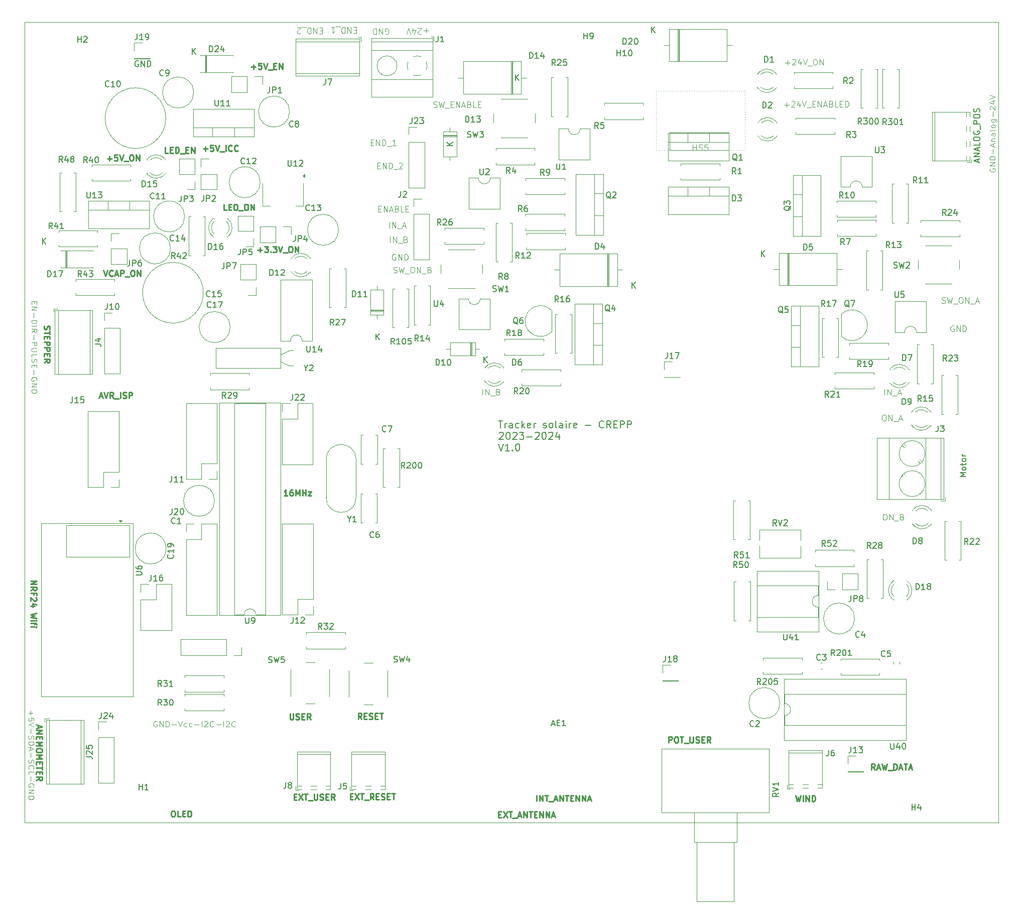
<source format=gbr>
%TF.GenerationSoftware,KiCad,Pcbnew,8.0.1*%
%TF.CreationDate,2024-05-13T23:23:47+02:00*%
%TF.ProjectId,Tracker,54726163-6b65-4722-9e6b-696361645f70,rev?*%
%TF.SameCoordinates,PX2857260PY98c9c50*%
%TF.FileFunction,Legend,Top*%
%TF.FilePolarity,Positive*%
%FSLAX46Y46*%
G04 Gerber Fmt 4.6, Leading zero omitted, Abs format (unit mm)*
G04 Created by KiCad (PCBNEW 8.0.1) date 2024-05-13 23:23:47*
%MOMM*%
%LPD*%
G01*
G04 APERTURE LIST*
%ADD10C,0.100000*%
%ADD11C,0.250000*%
%ADD12C,0.200000*%
%ADD13C,0.125000*%
%ADD14C,0.150000*%
%ADD15C,0.120000*%
%TA.AperFunction,Profile*%
%ADD16C,0.100000*%
%TD*%
G04 APERTURE END LIST*
D10*
X156767693Y83789962D02*
X156672455Y83837581D01*
X156672455Y83837581D02*
X156529598Y83837581D01*
X156529598Y83837581D02*
X156386741Y83789962D01*
X156386741Y83789962D02*
X156291503Y83694724D01*
X156291503Y83694724D02*
X156243884Y83599486D01*
X156243884Y83599486D02*
X156196265Y83409010D01*
X156196265Y83409010D02*
X156196265Y83266153D01*
X156196265Y83266153D02*
X156243884Y83075677D01*
X156243884Y83075677D02*
X156291503Y82980439D01*
X156291503Y82980439D02*
X156386741Y82885200D01*
X156386741Y82885200D02*
X156529598Y82837581D01*
X156529598Y82837581D02*
X156624836Y82837581D01*
X156624836Y82837581D02*
X156767693Y82885200D01*
X156767693Y82885200D02*
X156815312Y82932820D01*
X156815312Y82932820D02*
X156815312Y83266153D01*
X156815312Y83266153D02*
X156624836Y83266153D01*
X157243884Y82837581D02*
X157243884Y83837581D01*
X157243884Y83837581D02*
X157815312Y82837581D01*
X157815312Y82837581D02*
X157815312Y83837581D01*
X158291503Y82837581D02*
X158291503Y83837581D01*
X158291503Y83837581D02*
X158529598Y83837581D01*
X158529598Y83837581D02*
X158672455Y83789962D01*
X158672455Y83789962D02*
X158767693Y83694724D01*
X158767693Y83694724D02*
X158815312Y83599486D01*
X158815312Y83599486D02*
X158862931Y83409010D01*
X158862931Y83409010D02*
X158862931Y83266153D01*
X158862931Y83266153D02*
X158815312Y83075677D01*
X158815312Y83075677D02*
X158767693Y82980439D01*
X158767693Y82980439D02*
X158672455Y82885200D01*
X158672455Y82885200D02*
X158529598Y82837581D01*
X158529598Y82837581D02*
X158291503Y82837581D01*
D11*
X39352568Y96556334D02*
X40114473Y96556334D01*
X39733520Y96175381D02*
X39733520Y96937286D01*
X40495425Y97175381D02*
X41114472Y97175381D01*
X41114472Y97175381D02*
X40781139Y96794429D01*
X40781139Y96794429D02*
X40923996Y96794429D01*
X40923996Y96794429D02*
X41019234Y96746810D01*
X41019234Y96746810D02*
X41066853Y96699191D01*
X41066853Y96699191D02*
X41114472Y96603953D01*
X41114472Y96603953D02*
X41114472Y96365858D01*
X41114472Y96365858D02*
X41066853Y96270620D01*
X41066853Y96270620D02*
X41019234Y96223000D01*
X41019234Y96223000D02*
X40923996Y96175381D01*
X40923996Y96175381D02*
X40638282Y96175381D01*
X40638282Y96175381D02*
X40543044Y96223000D01*
X40543044Y96223000D02*
X40495425Y96270620D01*
X41543044Y96270620D02*
X41590663Y96223000D01*
X41590663Y96223000D02*
X41543044Y96175381D01*
X41543044Y96175381D02*
X41495425Y96223000D01*
X41495425Y96223000D02*
X41543044Y96270620D01*
X41543044Y96270620D02*
X41543044Y96175381D01*
X41923996Y97175381D02*
X42543043Y97175381D01*
X42543043Y97175381D02*
X42209710Y96794429D01*
X42209710Y96794429D02*
X42352567Y96794429D01*
X42352567Y96794429D02*
X42447805Y96746810D01*
X42447805Y96746810D02*
X42495424Y96699191D01*
X42495424Y96699191D02*
X42543043Y96603953D01*
X42543043Y96603953D02*
X42543043Y96365858D01*
X42543043Y96365858D02*
X42495424Y96270620D01*
X42495424Y96270620D02*
X42447805Y96223000D01*
X42447805Y96223000D02*
X42352567Y96175381D01*
X42352567Y96175381D02*
X42066853Y96175381D01*
X42066853Y96175381D02*
X41971615Y96223000D01*
X41971615Y96223000D02*
X41923996Y96270620D01*
X42828758Y97175381D02*
X43162091Y96175381D01*
X43162091Y96175381D02*
X43495424Y97175381D01*
X43590663Y96080143D02*
X44352567Y96080143D01*
X44781139Y97175381D02*
X44971615Y97175381D01*
X44971615Y97175381D02*
X45066853Y97127762D01*
X45066853Y97127762D02*
X45162091Y97032524D01*
X45162091Y97032524D02*
X45209710Y96842048D01*
X45209710Y96842048D02*
X45209710Y96508715D01*
X45209710Y96508715D02*
X45162091Y96318239D01*
X45162091Y96318239D02*
X45066853Y96223000D01*
X45066853Y96223000D02*
X44971615Y96175381D01*
X44971615Y96175381D02*
X44781139Y96175381D01*
X44781139Y96175381D02*
X44685901Y96223000D01*
X44685901Y96223000D02*
X44590663Y96318239D01*
X44590663Y96318239D02*
X44543044Y96508715D01*
X44543044Y96508715D02*
X44543044Y96842048D01*
X44543044Y96842048D02*
X44590663Y97032524D01*
X44590663Y97032524D02*
X44685901Y97127762D01*
X44685901Y97127762D02*
X44781139Y97175381D01*
X45638282Y96175381D02*
X45638282Y97175381D01*
X45638282Y97175381D02*
X46209710Y96175381D01*
X46209710Y96175381D02*
X46209710Y97175381D01*
X56863996Y17455381D02*
X56530663Y17931572D01*
X56292568Y17455381D02*
X56292568Y18455381D01*
X56292568Y18455381D02*
X56673520Y18455381D01*
X56673520Y18455381D02*
X56768758Y18407762D01*
X56768758Y18407762D02*
X56816377Y18360143D01*
X56816377Y18360143D02*
X56863996Y18264905D01*
X56863996Y18264905D02*
X56863996Y18122048D01*
X56863996Y18122048D02*
X56816377Y18026810D01*
X56816377Y18026810D02*
X56768758Y17979191D01*
X56768758Y17979191D02*
X56673520Y17931572D01*
X56673520Y17931572D02*
X56292568Y17931572D01*
X57292568Y17979191D02*
X57625901Y17979191D01*
X57768758Y17455381D02*
X57292568Y17455381D01*
X57292568Y17455381D02*
X57292568Y18455381D01*
X57292568Y18455381D02*
X57768758Y18455381D01*
X58149711Y17503000D02*
X58292568Y17455381D01*
X58292568Y17455381D02*
X58530663Y17455381D01*
X58530663Y17455381D02*
X58625901Y17503000D01*
X58625901Y17503000D02*
X58673520Y17550620D01*
X58673520Y17550620D02*
X58721139Y17645858D01*
X58721139Y17645858D02*
X58721139Y17741096D01*
X58721139Y17741096D02*
X58673520Y17836334D01*
X58673520Y17836334D02*
X58625901Y17883953D01*
X58625901Y17883953D02*
X58530663Y17931572D01*
X58530663Y17931572D02*
X58340187Y17979191D01*
X58340187Y17979191D02*
X58244949Y18026810D01*
X58244949Y18026810D02*
X58197330Y18074429D01*
X58197330Y18074429D02*
X58149711Y18169667D01*
X58149711Y18169667D02*
X58149711Y18264905D01*
X58149711Y18264905D02*
X58197330Y18360143D01*
X58197330Y18360143D02*
X58244949Y18407762D01*
X58244949Y18407762D02*
X58340187Y18455381D01*
X58340187Y18455381D02*
X58578282Y18455381D01*
X58578282Y18455381D02*
X58721139Y18407762D01*
X59149711Y17979191D02*
X59483044Y17979191D01*
X59625901Y17455381D02*
X59149711Y17455381D01*
X59149711Y17455381D02*
X59149711Y18455381D01*
X59149711Y18455381D02*
X59625901Y18455381D01*
X59911616Y18455381D02*
X60483044Y18455381D01*
X60197330Y17455381D02*
X60197330Y18455381D01*
D12*
X160831504Y111392055D02*
X160831504Y111868245D01*
X161117219Y111296817D02*
X160117219Y111630150D01*
X160117219Y111630150D02*
X161117219Y111963483D01*
X161117219Y112296817D02*
X160117219Y112296817D01*
X160117219Y112296817D02*
X161117219Y112868245D01*
X161117219Y112868245D02*
X160117219Y112868245D01*
X160831504Y113296817D02*
X160831504Y113773007D01*
X161117219Y113201579D02*
X160117219Y113534912D01*
X160117219Y113534912D02*
X161117219Y113868245D01*
X161117219Y114677769D02*
X161117219Y114201579D01*
X161117219Y114201579D02*
X160117219Y114201579D01*
X160117219Y115201579D02*
X160117219Y115392055D01*
X160117219Y115392055D02*
X160164838Y115487293D01*
X160164838Y115487293D02*
X160260076Y115582531D01*
X160260076Y115582531D02*
X160450552Y115630150D01*
X160450552Y115630150D02*
X160783885Y115630150D01*
X160783885Y115630150D02*
X160974361Y115582531D01*
X160974361Y115582531D02*
X161069600Y115487293D01*
X161069600Y115487293D02*
X161117219Y115392055D01*
X161117219Y115392055D02*
X161117219Y115201579D01*
X161117219Y115201579D02*
X161069600Y115106341D01*
X161069600Y115106341D02*
X160974361Y115011103D01*
X160974361Y115011103D02*
X160783885Y114963484D01*
X160783885Y114963484D02*
X160450552Y114963484D01*
X160450552Y114963484D02*
X160260076Y115011103D01*
X160260076Y115011103D02*
X160164838Y115106341D01*
X160164838Y115106341D02*
X160117219Y115201579D01*
X160164838Y116582531D02*
X160117219Y116487293D01*
X160117219Y116487293D02*
X160117219Y116344436D01*
X160117219Y116344436D02*
X160164838Y116201579D01*
X160164838Y116201579D02*
X160260076Y116106341D01*
X160260076Y116106341D02*
X160355314Y116058722D01*
X160355314Y116058722D02*
X160545790Y116011103D01*
X160545790Y116011103D02*
X160688647Y116011103D01*
X160688647Y116011103D02*
X160879123Y116058722D01*
X160879123Y116058722D02*
X160974361Y116106341D01*
X160974361Y116106341D02*
X161069600Y116201579D01*
X161069600Y116201579D02*
X161117219Y116344436D01*
X161117219Y116344436D02*
X161117219Y116439674D01*
X161117219Y116439674D02*
X161069600Y116582531D01*
X161069600Y116582531D02*
X161021980Y116630150D01*
X161021980Y116630150D02*
X160688647Y116630150D01*
X160688647Y116630150D02*
X160688647Y116439674D01*
X161212457Y116820626D02*
X161212457Y117582531D01*
X161117219Y117820627D02*
X160117219Y117820627D01*
X160117219Y117820627D02*
X160117219Y118201579D01*
X160117219Y118201579D02*
X160164838Y118296817D01*
X160164838Y118296817D02*
X160212457Y118344436D01*
X160212457Y118344436D02*
X160307695Y118392055D01*
X160307695Y118392055D02*
X160450552Y118392055D01*
X160450552Y118392055D02*
X160545790Y118344436D01*
X160545790Y118344436D02*
X160593409Y118296817D01*
X160593409Y118296817D02*
X160641028Y118201579D01*
X160641028Y118201579D02*
X160641028Y117820627D01*
X160117219Y119011103D02*
X160117219Y119201579D01*
X160117219Y119201579D02*
X160164838Y119296817D01*
X160164838Y119296817D02*
X160260076Y119392055D01*
X160260076Y119392055D02*
X160450552Y119439674D01*
X160450552Y119439674D02*
X160783885Y119439674D01*
X160783885Y119439674D02*
X160974361Y119392055D01*
X160974361Y119392055D02*
X161069600Y119296817D01*
X161069600Y119296817D02*
X161117219Y119201579D01*
X161117219Y119201579D02*
X161117219Y119011103D01*
X161117219Y119011103D02*
X161069600Y118915865D01*
X161069600Y118915865D02*
X160974361Y118820627D01*
X160974361Y118820627D02*
X160783885Y118773008D01*
X160783885Y118773008D02*
X160450552Y118773008D01*
X160450552Y118773008D02*
X160260076Y118820627D01*
X160260076Y118820627D02*
X160164838Y118915865D01*
X160164838Y118915865D02*
X160117219Y119011103D01*
X161069600Y119820627D02*
X161117219Y119963484D01*
X161117219Y119963484D02*
X161117219Y120201579D01*
X161117219Y120201579D02*
X161069600Y120296817D01*
X161069600Y120296817D02*
X161021980Y120344436D01*
X161021980Y120344436D02*
X160926742Y120392055D01*
X160926742Y120392055D02*
X160831504Y120392055D01*
X160831504Y120392055D02*
X160736266Y120344436D01*
X160736266Y120344436D02*
X160688647Y120296817D01*
X160688647Y120296817D02*
X160641028Y120201579D01*
X160641028Y120201579D02*
X160593409Y120011103D01*
X160593409Y120011103D02*
X160545790Y119915865D01*
X160545790Y119915865D02*
X160498171Y119868246D01*
X160498171Y119868246D02*
X160402933Y119820627D01*
X160402933Y119820627D02*
X160307695Y119820627D01*
X160307695Y119820627D02*
X160212457Y119868246D01*
X160212457Y119868246D02*
X160164838Y119915865D01*
X160164838Y119915865D02*
X160117219Y120011103D01*
X160117219Y120011103D02*
X160117219Y120249198D01*
X160117219Y120249198D02*
X160164838Y120392055D01*
D13*
X162846214Y110284141D02*
X162803357Y110188903D01*
X162803357Y110188903D02*
X162803357Y110046046D01*
X162803357Y110046046D02*
X162846214Y109903189D01*
X162846214Y109903189D02*
X162931928Y109807951D01*
X162931928Y109807951D02*
X163017642Y109760332D01*
X163017642Y109760332D02*
X163189071Y109712713D01*
X163189071Y109712713D02*
X163317642Y109712713D01*
X163317642Y109712713D02*
X163489071Y109760332D01*
X163489071Y109760332D02*
X163574785Y109807951D01*
X163574785Y109807951D02*
X163660500Y109903189D01*
X163660500Y109903189D02*
X163703357Y110046046D01*
X163703357Y110046046D02*
X163703357Y110141284D01*
X163703357Y110141284D02*
X163660500Y110284141D01*
X163660500Y110284141D02*
X163617642Y110331760D01*
X163617642Y110331760D02*
X163317642Y110331760D01*
X163317642Y110331760D02*
X163317642Y110141284D01*
X163703357Y110760332D02*
X162803357Y110760332D01*
X162803357Y110760332D02*
X163703357Y111331760D01*
X163703357Y111331760D02*
X162803357Y111331760D01*
X163703357Y111807951D02*
X162803357Y111807951D01*
X162803357Y111807951D02*
X162803357Y112046046D01*
X162803357Y112046046D02*
X162846214Y112188903D01*
X162846214Y112188903D02*
X162931928Y112284141D01*
X162931928Y112284141D02*
X163017642Y112331760D01*
X163017642Y112331760D02*
X163189071Y112379379D01*
X163189071Y112379379D02*
X163317642Y112379379D01*
X163317642Y112379379D02*
X163489071Y112331760D01*
X163489071Y112331760D02*
X163574785Y112284141D01*
X163574785Y112284141D02*
X163660500Y112188903D01*
X163660500Y112188903D02*
X163703357Y112046046D01*
X163703357Y112046046D02*
X163703357Y111807951D01*
X163360500Y112807951D02*
X163360500Y113569855D01*
X163446214Y113998427D02*
X163446214Y114474617D01*
X163703357Y113903189D02*
X162803357Y114236522D01*
X162803357Y114236522D02*
X163703357Y114569855D01*
X163103357Y114903189D02*
X163703357Y114903189D01*
X163189071Y114903189D02*
X163146214Y114950808D01*
X163146214Y114950808D02*
X163103357Y115046046D01*
X163103357Y115046046D02*
X163103357Y115188903D01*
X163103357Y115188903D02*
X163146214Y115284141D01*
X163146214Y115284141D02*
X163231928Y115331760D01*
X163231928Y115331760D02*
X163703357Y115331760D01*
X163703357Y116236522D02*
X163231928Y116236522D01*
X163231928Y116236522D02*
X163146214Y116188903D01*
X163146214Y116188903D02*
X163103357Y116093665D01*
X163103357Y116093665D02*
X163103357Y115903189D01*
X163103357Y115903189D02*
X163146214Y115807951D01*
X163660500Y116236522D02*
X163703357Y116141284D01*
X163703357Y116141284D02*
X163703357Y115903189D01*
X163703357Y115903189D02*
X163660500Y115807951D01*
X163660500Y115807951D02*
X163574785Y115760332D01*
X163574785Y115760332D02*
X163489071Y115760332D01*
X163489071Y115760332D02*
X163403357Y115807951D01*
X163403357Y115807951D02*
X163360500Y115903189D01*
X163360500Y115903189D02*
X163360500Y116141284D01*
X163360500Y116141284D02*
X163317642Y116236522D01*
X163703357Y116855570D02*
X163660500Y116760332D01*
X163660500Y116760332D02*
X163574785Y116712713D01*
X163574785Y116712713D02*
X162803357Y116712713D01*
X163703357Y117379380D02*
X163660500Y117284142D01*
X163660500Y117284142D02*
X163617642Y117236523D01*
X163617642Y117236523D02*
X163531928Y117188904D01*
X163531928Y117188904D02*
X163274785Y117188904D01*
X163274785Y117188904D02*
X163189071Y117236523D01*
X163189071Y117236523D02*
X163146214Y117284142D01*
X163146214Y117284142D02*
X163103357Y117379380D01*
X163103357Y117379380D02*
X163103357Y117522237D01*
X163103357Y117522237D02*
X163146214Y117617475D01*
X163146214Y117617475D02*
X163189071Y117665094D01*
X163189071Y117665094D02*
X163274785Y117712713D01*
X163274785Y117712713D02*
X163531928Y117712713D01*
X163531928Y117712713D02*
X163617642Y117665094D01*
X163617642Y117665094D02*
X163660500Y117617475D01*
X163660500Y117617475D02*
X163703357Y117522237D01*
X163703357Y117522237D02*
X163703357Y117379380D01*
X163103357Y118569856D02*
X163831928Y118569856D01*
X163831928Y118569856D02*
X163917642Y118522237D01*
X163917642Y118522237D02*
X163960500Y118474618D01*
X163960500Y118474618D02*
X164003357Y118379380D01*
X164003357Y118379380D02*
X164003357Y118236523D01*
X164003357Y118236523D02*
X163960500Y118141285D01*
X163660500Y118569856D02*
X163703357Y118474618D01*
X163703357Y118474618D02*
X163703357Y118284142D01*
X163703357Y118284142D02*
X163660500Y118188904D01*
X163660500Y118188904D02*
X163617642Y118141285D01*
X163617642Y118141285D02*
X163531928Y118093666D01*
X163531928Y118093666D02*
X163274785Y118093666D01*
X163274785Y118093666D02*
X163189071Y118141285D01*
X163189071Y118141285D02*
X163146214Y118188904D01*
X163146214Y118188904D02*
X163103357Y118284142D01*
X163103357Y118284142D02*
X163103357Y118474618D01*
X163103357Y118474618D02*
X163146214Y118569856D01*
X163360500Y119046047D02*
X163360500Y119807951D01*
X162889071Y120236523D02*
X162846214Y120284142D01*
X162846214Y120284142D02*
X162803357Y120379380D01*
X162803357Y120379380D02*
X162803357Y120617475D01*
X162803357Y120617475D02*
X162846214Y120712713D01*
X162846214Y120712713D02*
X162889071Y120760332D01*
X162889071Y120760332D02*
X162974785Y120807951D01*
X162974785Y120807951D02*
X163060500Y120807951D01*
X163060500Y120807951D02*
X163189071Y120760332D01*
X163189071Y120760332D02*
X163703357Y120188904D01*
X163703357Y120188904D02*
X163703357Y120807951D01*
X163103357Y121665094D02*
X163703357Y121665094D01*
X162760500Y121426999D02*
X163403357Y121188904D01*
X163403357Y121188904D02*
X163403357Y121807951D01*
X162803357Y122046047D02*
X163703357Y122379380D01*
X163703357Y122379380D02*
X162803357Y122712713D01*
D11*
X12654949Y71871096D02*
X13131139Y71871096D01*
X12559711Y71585381D02*
X12893044Y72585381D01*
X12893044Y72585381D02*
X13226377Y71585381D01*
X13416854Y72585381D02*
X13750187Y71585381D01*
X13750187Y71585381D02*
X14083520Y72585381D01*
X14988282Y71585381D02*
X14654949Y72061572D01*
X14416854Y71585381D02*
X14416854Y72585381D01*
X14416854Y72585381D02*
X14797806Y72585381D01*
X14797806Y72585381D02*
X14893044Y72537762D01*
X14893044Y72537762D02*
X14940663Y72490143D01*
X14940663Y72490143D02*
X14988282Y72394905D01*
X14988282Y72394905D02*
X14988282Y72252048D01*
X14988282Y72252048D02*
X14940663Y72156810D01*
X14940663Y72156810D02*
X14893044Y72109191D01*
X14893044Y72109191D02*
X14797806Y72061572D01*
X14797806Y72061572D02*
X14416854Y72061572D01*
X15178759Y71490143D02*
X15940663Y71490143D01*
X16178759Y71585381D02*
X16178759Y72585381D01*
X16607330Y71633000D02*
X16750187Y71585381D01*
X16750187Y71585381D02*
X16988282Y71585381D01*
X16988282Y71585381D02*
X17083520Y71633000D01*
X17083520Y71633000D02*
X17131139Y71680620D01*
X17131139Y71680620D02*
X17178758Y71775858D01*
X17178758Y71775858D02*
X17178758Y71871096D01*
X17178758Y71871096D02*
X17131139Y71966334D01*
X17131139Y71966334D02*
X17083520Y72013953D01*
X17083520Y72013953D02*
X16988282Y72061572D01*
X16988282Y72061572D02*
X16797806Y72109191D01*
X16797806Y72109191D02*
X16702568Y72156810D01*
X16702568Y72156810D02*
X16654949Y72204429D01*
X16654949Y72204429D02*
X16607330Y72299667D01*
X16607330Y72299667D02*
X16607330Y72394905D01*
X16607330Y72394905D02*
X16654949Y72490143D01*
X16654949Y72490143D02*
X16702568Y72537762D01*
X16702568Y72537762D02*
X16797806Y72585381D01*
X16797806Y72585381D02*
X17035901Y72585381D01*
X17035901Y72585381D02*
X17178758Y72537762D01*
X17607330Y71585381D02*
X17607330Y72585381D01*
X17607330Y72585381D02*
X17988282Y72585381D01*
X17988282Y72585381D02*
X18083520Y72537762D01*
X18083520Y72537762D02*
X18131139Y72490143D01*
X18131139Y72490143D02*
X18178758Y72394905D01*
X18178758Y72394905D02*
X18178758Y72252048D01*
X18178758Y72252048D02*
X18131139Y72156810D01*
X18131139Y72156810D02*
X18083520Y72109191D01*
X18083520Y72109191D02*
X17988282Y72061572D01*
X17988282Y72061572D02*
X17607330Y72061572D01*
D10*
X77285884Y72125581D02*
X77285884Y73125581D01*
X77762074Y72125581D02*
X77762074Y73125581D01*
X77762074Y73125581D02*
X78333502Y72125581D01*
X78333502Y72125581D02*
X78333502Y73125581D01*
X78571598Y72030343D02*
X79333502Y72030343D01*
X79904931Y72649391D02*
X80047788Y72601772D01*
X80047788Y72601772D02*
X80095407Y72554153D01*
X80095407Y72554153D02*
X80143026Y72458915D01*
X80143026Y72458915D02*
X80143026Y72316058D01*
X80143026Y72316058D02*
X80095407Y72220820D01*
X80095407Y72220820D02*
X80047788Y72173200D01*
X80047788Y72173200D02*
X79952550Y72125581D01*
X79952550Y72125581D02*
X79571598Y72125581D01*
X79571598Y72125581D02*
X79571598Y73125581D01*
X79571598Y73125581D02*
X79904931Y73125581D01*
X79904931Y73125581D02*
X80000169Y73077962D01*
X80000169Y73077962D02*
X80047788Y73030343D01*
X80047788Y73030343D02*
X80095407Y72935105D01*
X80095407Y72935105D02*
X80095407Y72839867D01*
X80095407Y72839867D02*
X80047788Y72744629D01*
X80047788Y72744629D02*
X80000169Y72697010D01*
X80000169Y72697010D02*
X79904931Y72649391D01*
X79904931Y72649391D02*
X79571598Y72649391D01*
D11*
X44376377Y55145381D02*
X43804949Y55145381D01*
X44090663Y55145381D02*
X44090663Y56145381D01*
X44090663Y56145381D02*
X43995425Y56002524D01*
X43995425Y56002524D02*
X43900187Y55907286D01*
X43900187Y55907286D02*
X43804949Y55859667D01*
X45233520Y56145381D02*
X45043044Y56145381D01*
X45043044Y56145381D02*
X44947806Y56097762D01*
X44947806Y56097762D02*
X44900187Y56050143D01*
X44900187Y56050143D02*
X44804949Y55907286D01*
X44804949Y55907286D02*
X44757330Y55716810D01*
X44757330Y55716810D02*
X44757330Y55335858D01*
X44757330Y55335858D02*
X44804949Y55240620D01*
X44804949Y55240620D02*
X44852568Y55193000D01*
X44852568Y55193000D02*
X44947806Y55145381D01*
X44947806Y55145381D02*
X45138282Y55145381D01*
X45138282Y55145381D02*
X45233520Y55193000D01*
X45233520Y55193000D02*
X45281139Y55240620D01*
X45281139Y55240620D02*
X45328758Y55335858D01*
X45328758Y55335858D02*
X45328758Y55573953D01*
X45328758Y55573953D02*
X45281139Y55669191D01*
X45281139Y55669191D02*
X45233520Y55716810D01*
X45233520Y55716810D02*
X45138282Y55764429D01*
X45138282Y55764429D02*
X44947806Y55764429D01*
X44947806Y55764429D02*
X44852568Y55716810D01*
X44852568Y55716810D02*
X44804949Y55669191D01*
X44804949Y55669191D02*
X44757330Y55573953D01*
X45757330Y55145381D02*
X45757330Y56145381D01*
X45757330Y56145381D02*
X46090663Y55431096D01*
X46090663Y55431096D02*
X46423996Y56145381D01*
X46423996Y56145381D02*
X46423996Y55145381D01*
X46900187Y55145381D02*
X46900187Y56145381D01*
X46900187Y55669191D02*
X47471615Y55669191D01*
X47471615Y55145381D02*
X47471615Y56145381D01*
X47852568Y55812048D02*
X48376377Y55812048D01*
X48376377Y55812048D02*
X47852568Y55145381D01*
X47852568Y55145381D02*
X48376377Y55145381D01*
D10*
X145103884Y72125581D02*
X145103884Y73125581D01*
X145580074Y72125581D02*
X145580074Y73125581D01*
X145580074Y73125581D02*
X146151502Y72125581D01*
X146151502Y72125581D02*
X146151502Y73125581D01*
X146389598Y72030343D02*
X147151502Y72030343D01*
X147341979Y72411296D02*
X147818169Y72411296D01*
X147246741Y72125581D02*
X147580074Y73125581D01*
X147580074Y73125581D02*
X147913407Y72125581D01*
X69006265Y120645200D02*
X69149122Y120597581D01*
X69149122Y120597581D02*
X69387217Y120597581D01*
X69387217Y120597581D02*
X69482455Y120645200D01*
X69482455Y120645200D02*
X69530074Y120692820D01*
X69530074Y120692820D02*
X69577693Y120788058D01*
X69577693Y120788058D02*
X69577693Y120883296D01*
X69577693Y120883296D02*
X69530074Y120978534D01*
X69530074Y120978534D02*
X69482455Y121026153D01*
X69482455Y121026153D02*
X69387217Y121073772D01*
X69387217Y121073772D02*
X69196741Y121121391D01*
X69196741Y121121391D02*
X69101503Y121169010D01*
X69101503Y121169010D02*
X69053884Y121216629D01*
X69053884Y121216629D02*
X69006265Y121311867D01*
X69006265Y121311867D02*
X69006265Y121407105D01*
X69006265Y121407105D02*
X69053884Y121502343D01*
X69053884Y121502343D02*
X69101503Y121549962D01*
X69101503Y121549962D02*
X69196741Y121597581D01*
X69196741Y121597581D02*
X69434836Y121597581D01*
X69434836Y121597581D02*
X69577693Y121549962D01*
X69911027Y121597581D02*
X70149122Y120597581D01*
X70149122Y120597581D02*
X70339598Y121311867D01*
X70339598Y121311867D02*
X70530074Y120597581D01*
X70530074Y120597581D02*
X70768170Y121597581D01*
X70911027Y120502343D02*
X71672931Y120502343D01*
X71911027Y121121391D02*
X72244360Y121121391D01*
X72387217Y120597581D02*
X71911027Y120597581D01*
X71911027Y120597581D02*
X71911027Y121597581D01*
X71911027Y121597581D02*
X72387217Y121597581D01*
X72815789Y120597581D02*
X72815789Y121597581D01*
X72815789Y121597581D02*
X73387217Y120597581D01*
X73387217Y120597581D02*
X73387217Y121597581D01*
X73815789Y120883296D02*
X74291979Y120883296D01*
X73720551Y120597581D02*
X74053884Y121597581D01*
X74053884Y121597581D02*
X74387217Y120597581D01*
X75053884Y121121391D02*
X75196741Y121073772D01*
X75196741Y121073772D02*
X75244360Y121026153D01*
X75244360Y121026153D02*
X75291979Y120930915D01*
X75291979Y120930915D02*
X75291979Y120788058D01*
X75291979Y120788058D02*
X75244360Y120692820D01*
X75244360Y120692820D02*
X75196741Y120645200D01*
X75196741Y120645200D02*
X75101503Y120597581D01*
X75101503Y120597581D02*
X74720551Y120597581D01*
X74720551Y120597581D02*
X74720551Y121597581D01*
X74720551Y121597581D02*
X75053884Y121597581D01*
X75053884Y121597581D02*
X75149122Y121549962D01*
X75149122Y121549962D02*
X75196741Y121502343D01*
X75196741Y121502343D02*
X75244360Y121407105D01*
X75244360Y121407105D02*
X75244360Y121311867D01*
X75244360Y121311867D02*
X75196741Y121216629D01*
X75196741Y121216629D02*
X75149122Y121169010D01*
X75149122Y121169010D02*
X75053884Y121121391D01*
X75053884Y121121391D02*
X74720551Y121121391D01*
X76196741Y120597581D02*
X75720551Y120597581D01*
X75720551Y120597581D02*
X75720551Y121597581D01*
X76530075Y121121391D02*
X76863408Y121121391D01*
X77006265Y120597581D02*
X76530075Y120597581D01*
X76530075Y120597581D02*
X76530075Y121597581D01*
X76530075Y121597581D02*
X77006265Y121597581D01*
X61693884Y97817581D02*
X61693884Y98817581D01*
X62170074Y97817581D02*
X62170074Y98817581D01*
X62170074Y98817581D02*
X62741502Y97817581D01*
X62741502Y97817581D02*
X62741502Y98817581D01*
X62979598Y97722343D02*
X63741502Y97722343D01*
X64312931Y98341391D02*
X64455788Y98293772D01*
X64455788Y98293772D02*
X64503407Y98246153D01*
X64503407Y98246153D02*
X64551026Y98150915D01*
X64551026Y98150915D02*
X64551026Y98008058D01*
X64551026Y98008058D02*
X64503407Y97912820D01*
X64503407Y97912820D02*
X64455788Y97865200D01*
X64455788Y97865200D02*
X64360550Y97817581D01*
X64360550Y97817581D02*
X63979598Y97817581D01*
X63979598Y97817581D02*
X63979598Y98817581D01*
X63979598Y98817581D02*
X64312931Y98817581D01*
X64312931Y98817581D02*
X64408169Y98769962D01*
X64408169Y98769962D02*
X64455788Y98722343D01*
X64455788Y98722343D02*
X64503407Y98627105D01*
X64503407Y98627105D02*
X64503407Y98531867D01*
X64503407Y98531867D02*
X64455788Y98436629D01*
X64455788Y98436629D02*
X64408169Y98389010D01*
X64408169Y98389010D02*
X64312931Y98341391D01*
X64312931Y98341391D02*
X63979598Y98341391D01*
D12*
X19213482Y128435162D02*
X19118244Y128482781D01*
X19118244Y128482781D02*
X18975387Y128482781D01*
X18975387Y128482781D02*
X18832530Y128435162D01*
X18832530Y128435162D02*
X18737292Y128339924D01*
X18737292Y128339924D02*
X18689673Y128244686D01*
X18689673Y128244686D02*
X18642054Y128054210D01*
X18642054Y128054210D02*
X18642054Y127911353D01*
X18642054Y127911353D02*
X18689673Y127720877D01*
X18689673Y127720877D02*
X18737292Y127625639D01*
X18737292Y127625639D02*
X18832530Y127530400D01*
X18832530Y127530400D02*
X18975387Y127482781D01*
X18975387Y127482781D02*
X19070625Y127482781D01*
X19070625Y127482781D02*
X19213482Y127530400D01*
X19213482Y127530400D02*
X19261101Y127578020D01*
X19261101Y127578020D02*
X19261101Y127911353D01*
X19261101Y127911353D02*
X19070625Y127911353D01*
X19689673Y127482781D02*
X19689673Y128482781D01*
X19689673Y128482781D02*
X20261101Y127482781D01*
X20261101Y127482781D02*
X20261101Y128482781D01*
X20737292Y127482781D02*
X20737292Y128482781D01*
X20737292Y128482781D02*
X20975387Y128482781D01*
X20975387Y128482781D02*
X21118244Y128435162D01*
X21118244Y128435162D02*
X21213482Y128339924D01*
X21213482Y128339924D02*
X21261101Y128244686D01*
X21261101Y128244686D02*
X21308720Y128054210D01*
X21308720Y128054210D02*
X21308720Y127911353D01*
X21308720Y127911353D02*
X21261101Y127720877D01*
X21261101Y127720877D02*
X21213482Y127625639D01*
X21213482Y127625639D02*
X21118244Y127530400D01*
X21118244Y127530400D02*
X20975387Y127482781D01*
X20975387Y127482781D02*
X20737292Y127482781D01*
D10*
X62252265Y92747200D02*
X62395122Y92699581D01*
X62395122Y92699581D02*
X62633217Y92699581D01*
X62633217Y92699581D02*
X62728455Y92747200D01*
X62728455Y92747200D02*
X62776074Y92794820D01*
X62776074Y92794820D02*
X62823693Y92890058D01*
X62823693Y92890058D02*
X62823693Y92985296D01*
X62823693Y92985296D02*
X62776074Y93080534D01*
X62776074Y93080534D02*
X62728455Y93128153D01*
X62728455Y93128153D02*
X62633217Y93175772D01*
X62633217Y93175772D02*
X62442741Y93223391D01*
X62442741Y93223391D02*
X62347503Y93271010D01*
X62347503Y93271010D02*
X62299884Y93318629D01*
X62299884Y93318629D02*
X62252265Y93413867D01*
X62252265Y93413867D02*
X62252265Y93509105D01*
X62252265Y93509105D02*
X62299884Y93604343D01*
X62299884Y93604343D02*
X62347503Y93651962D01*
X62347503Y93651962D02*
X62442741Y93699581D01*
X62442741Y93699581D02*
X62680836Y93699581D01*
X62680836Y93699581D02*
X62823693Y93651962D01*
X63157027Y93699581D02*
X63395122Y92699581D01*
X63395122Y92699581D02*
X63585598Y93413867D01*
X63585598Y93413867D02*
X63776074Y92699581D01*
X63776074Y92699581D02*
X64014170Y93699581D01*
X64157027Y92604343D02*
X64918931Y92604343D01*
X65347503Y93699581D02*
X65537979Y93699581D01*
X65537979Y93699581D02*
X65633217Y93651962D01*
X65633217Y93651962D02*
X65728455Y93556724D01*
X65728455Y93556724D02*
X65776074Y93366248D01*
X65776074Y93366248D02*
X65776074Y93032915D01*
X65776074Y93032915D02*
X65728455Y92842439D01*
X65728455Y92842439D02*
X65633217Y92747200D01*
X65633217Y92747200D02*
X65537979Y92699581D01*
X65537979Y92699581D02*
X65347503Y92699581D01*
X65347503Y92699581D02*
X65252265Y92747200D01*
X65252265Y92747200D02*
X65157027Y92842439D01*
X65157027Y92842439D02*
X65109408Y93032915D01*
X65109408Y93032915D02*
X65109408Y93366248D01*
X65109408Y93366248D02*
X65157027Y93556724D01*
X65157027Y93556724D02*
X65252265Y93651962D01*
X65252265Y93651962D02*
X65347503Y93699581D01*
X66204646Y92699581D02*
X66204646Y93699581D01*
X66204646Y93699581D02*
X66776074Y92699581D01*
X66776074Y92699581D02*
X66776074Y93699581D01*
X67014170Y92604343D02*
X67776074Y92604343D01*
X68347503Y93223391D02*
X68490360Y93175772D01*
X68490360Y93175772D02*
X68537979Y93128153D01*
X68537979Y93128153D02*
X68585598Y93032915D01*
X68585598Y93032915D02*
X68585598Y92890058D01*
X68585598Y92890058D02*
X68537979Y92794820D01*
X68537979Y92794820D02*
X68490360Y92747200D01*
X68490360Y92747200D02*
X68395122Y92699581D01*
X68395122Y92699581D02*
X68014170Y92699581D01*
X68014170Y92699581D02*
X68014170Y93699581D01*
X68014170Y93699581D02*
X68347503Y93699581D01*
X68347503Y93699581D02*
X68442741Y93651962D01*
X68442741Y93651962D02*
X68490360Y93604343D01*
X68490360Y93604343D02*
X68537979Y93509105D01*
X68537979Y93509105D02*
X68537979Y93413867D01*
X68537979Y93413867D02*
X68490360Y93318629D01*
X68490360Y93318629D02*
X68442741Y93271010D01*
X68442741Y93271010D02*
X68347503Y93223391D01*
X68347503Y93223391D02*
X68014170Y93223391D01*
D11*
X24238758Y112925381D02*
X23762568Y112925381D01*
X23762568Y112925381D02*
X23762568Y113925381D01*
X24572092Y113449191D02*
X24905425Y113449191D01*
X25048282Y112925381D02*
X24572092Y112925381D01*
X24572092Y112925381D02*
X24572092Y113925381D01*
X24572092Y113925381D02*
X25048282Y113925381D01*
X25476854Y112925381D02*
X25476854Y113925381D01*
X25476854Y113925381D02*
X25714949Y113925381D01*
X25714949Y113925381D02*
X25857806Y113877762D01*
X25857806Y113877762D02*
X25953044Y113782524D01*
X25953044Y113782524D02*
X26000663Y113687286D01*
X26000663Y113687286D02*
X26048282Y113496810D01*
X26048282Y113496810D02*
X26048282Y113353953D01*
X26048282Y113353953D02*
X26000663Y113163477D01*
X26000663Y113163477D02*
X25953044Y113068239D01*
X25953044Y113068239D02*
X25857806Y112973000D01*
X25857806Y112973000D02*
X25714949Y112925381D01*
X25714949Y112925381D02*
X25476854Y112925381D01*
X26238759Y112830143D02*
X27000663Y112830143D01*
X27238759Y113449191D02*
X27572092Y113449191D01*
X27714949Y112925381D02*
X27238759Y112925381D01*
X27238759Y112925381D02*
X27238759Y113925381D01*
X27238759Y113925381D02*
X27714949Y113925381D01*
X28143521Y112925381D02*
X28143521Y113925381D01*
X28143521Y113925381D02*
X28714949Y112925381D01*
X28714949Y112925381D02*
X28714949Y113925381D01*
X1025380Y40787432D02*
X2025380Y40787432D01*
X2025380Y40787432D02*
X1025380Y40216004D01*
X1025380Y40216004D02*
X2025380Y40216004D01*
X1025380Y39168385D02*
X1501571Y39501718D01*
X1025380Y39739813D02*
X2025380Y39739813D01*
X2025380Y39739813D02*
X2025380Y39358861D01*
X2025380Y39358861D02*
X1977761Y39263623D01*
X1977761Y39263623D02*
X1930142Y39216004D01*
X1930142Y39216004D02*
X1834904Y39168385D01*
X1834904Y39168385D02*
X1692047Y39168385D01*
X1692047Y39168385D02*
X1596809Y39216004D01*
X1596809Y39216004D02*
X1549190Y39263623D01*
X1549190Y39263623D02*
X1501571Y39358861D01*
X1501571Y39358861D02*
X1501571Y39739813D01*
X1549190Y38406480D02*
X1549190Y38739813D01*
X1025380Y38739813D02*
X2025380Y38739813D01*
X2025380Y38739813D02*
X2025380Y38263623D01*
X1930142Y37930289D02*
X1977761Y37882670D01*
X1977761Y37882670D02*
X2025380Y37787432D01*
X2025380Y37787432D02*
X2025380Y37549337D01*
X2025380Y37549337D02*
X1977761Y37454099D01*
X1977761Y37454099D02*
X1930142Y37406480D01*
X1930142Y37406480D02*
X1834904Y37358861D01*
X1834904Y37358861D02*
X1739666Y37358861D01*
X1739666Y37358861D02*
X1596809Y37406480D01*
X1596809Y37406480D02*
X1025380Y37977908D01*
X1025380Y37977908D02*
X1025380Y37358861D01*
X1692047Y36501718D02*
X1025380Y36501718D01*
X2073000Y36739813D02*
X1358714Y36977908D01*
X1358714Y36977908D02*
X1358714Y36358861D01*
X2025380Y35311241D02*
X1025380Y35073146D01*
X1025380Y35073146D02*
X1739666Y34882670D01*
X1739666Y34882670D02*
X1025380Y34692194D01*
X1025380Y34692194D02*
X2025380Y34454098D01*
X1025380Y34073146D02*
X1692047Y34073146D01*
X2025380Y34073146D02*
X1977761Y34120765D01*
X1977761Y34120765D02*
X1930142Y34073146D01*
X1930142Y34073146D02*
X1977761Y34025527D01*
X1977761Y34025527D02*
X2025380Y34073146D01*
X2025380Y34073146D02*
X1930142Y34073146D01*
X1692047Y33739813D02*
X1692047Y33358861D01*
X1025380Y33596956D02*
X1882523Y33596956D01*
X1882523Y33596956D02*
X1977761Y33549337D01*
X1977761Y33549337D02*
X2025380Y33454099D01*
X2025380Y33454099D02*
X2025380Y33358861D01*
X1025380Y33025527D02*
X1692047Y33025527D01*
X2025380Y33025527D02*
X1977761Y33073146D01*
X1977761Y33073146D02*
X1930142Y33025527D01*
X1930142Y33025527D02*
X1977761Y32977908D01*
X1977761Y32977908D02*
X2025380Y33025527D01*
X2025380Y33025527D02*
X1930142Y33025527D01*
X79962568Y1399191D02*
X80295901Y1399191D01*
X80438758Y875381D02*
X79962568Y875381D01*
X79962568Y875381D02*
X79962568Y1875381D01*
X79962568Y1875381D02*
X80438758Y1875381D01*
X80772092Y1875381D02*
X81438758Y875381D01*
X81438758Y1875381D02*
X80772092Y875381D01*
X81676854Y1875381D02*
X82248282Y1875381D01*
X81962568Y875381D02*
X81962568Y1875381D01*
X82343521Y780143D02*
X83105425Y780143D01*
X83295902Y1161096D02*
X83772092Y1161096D01*
X83200664Y875381D02*
X83533997Y1875381D01*
X83533997Y1875381D02*
X83867330Y875381D01*
X84200664Y875381D02*
X84200664Y1875381D01*
X84200664Y1875381D02*
X84772092Y875381D01*
X84772092Y875381D02*
X84772092Y1875381D01*
X85105426Y1875381D02*
X85676854Y1875381D01*
X85391140Y875381D02*
X85391140Y1875381D01*
X86010188Y1399191D02*
X86343521Y1399191D01*
X86486378Y875381D02*
X86010188Y875381D01*
X86010188Y875381D02*
X86010188Y1875381D01*
X86010188Y1875381D02*
X86486378Y1875381D01*
X86914950Y875381D02*
X86914950Y1875381D01*
X86914950Y1875381D02*
X87486378Y875381D01*
X87486378Y875381D02*
X87486378Y1875381D01*
X87962569Y875381D02*
X87962569Y1875381D01*
X87962569Y1875381D02*
X88533997Y875381D01*
X88533997Y875381D02*
X88533997Y1875381D01*
X88962569Y1161096D02*
X89438759Y1161096D01*
X88867331Y875381D02*
X89200664Y1875381D01*
X89200664Y1875381D02*
X89533997Y875381D01*
D10*
X58413884Y114701391D02*
X58747217Y114701391D01*
X58890074Y114177581D02*
X58413884Y114177581D01*
X58413884Y114177581D02*
X58413884Y115177581D01*
X58413884Y115177581D02*
X58890074Y115177581D01*
X59318646Y114177581D02*
X59318646Y115177581D01*
X59318646Y115177581D02*
X59890074Y114177581D01*
X59890074Y114177581D02*
X59890074Y115177581D01*
X60366265Y114177581D02*
X60366265Y115177581D01*
X60366265Y115177581D02*
X60604360Y115177581D01*
X60604360Y115177581D02*
X60747217Y115129962D01*
X60747217Y115129962D02*
X60842455Y115034724D01*
X60842455Y115034724D02*
X60890074Y114939486D01*
X60890074Y114939486D02*
X60937693Y114749010D01*
X60937693Y114749010D02*
X60937693Y114606153D01*
X60937693Y114606153D02*
X60890074Y114415677D01*
X60890074Y114415677D02*
X60842455Y114320439D01*
X60842455Y114320439D02*
X60747217Y114225200D01*
X60747217Y114225200D02*
X60604360Y114177581D01*
X60604360Y114177581D02*
X60366265Y114177581D01*
X61128170Y114082343D02*
X61890074Y114082343D01*
X62651979Y114177581D02*
X62080551Y114177581D01*
X62366265Y114177581D02*
X62366265Y115177581D01*
X62366265Y115177581D02*
X62271027Y115034724D01*
X62271027Y115034724D02*
X62175789Y114939486D01*
X62175789Y114939486D02*
X62080551Y114891867D01*
D13*
X22334140Y17043786D02*
X22238902Y17086643D01*
X22238902Y17086643D02*
X22096045Y17086643D01*
X22096045Y17086643D02*
X21953188Y17043786D01*
X21953188Y17043786D02*
X21857950Y16958072D01*
X21857950Y16958072D02*
X21810331Y16872358D01*
X21810331Y16872358D02*
X21762712Y16700929D01*
X21762712Y16700929D02*
X21762712Y16572358D01*
X21762712Y16572358D02*
X21810331Y16400929D01*
X21810331Y16400929D02*
X21857950Y16315215D01*
X21857950Y16315215D02*
X21953188Y16229500D01*
X21953188Y16229500D02*
X22096045Y16186643D01*
X22096045Y16186643D02*
X22191283Y16186643D01*
X22191283Y16186643D02*
X22334140Y16229500D01*
X22334140Y16229500D02*
X22381759Y16272358D01*
X22381759Y16272358D02*
X22381759Y16572358D01*
X22381759Y16572358D02*
X22191283Y16572358D01*
X22810331Y16186643D02*
X22810331Y17086643D01*
X22810331Y17086643D02*
X23381759Y16186643D01*
X23381759Y16186643D02*
X23381759Y17086643D01*
X23857950Y16186643D02*
X23857950Y17086643D01*
X23857950Y17086643D02*
X24096045Y17086643D01*
X24096045Y17086643D02*
X24238902Y17043786D01*
X24238902Y17043786D02*
X24334140Y16958072D01*
X24334140Y16958072D02*
X24381759Y16872358D01*
X24381759Y16872358D02*
X24429378Y16700929D01*
X24429378Y16700929D02*
X24429378Y16572358D01*
X24429378Y16572358D02*
X24381759Y16400929D01*
X24381759Y16400929D02*
X24334140Y16315215D01*
X24334140Y16315215D02*
X24238902Y16229500D01*
X24238902Y16229500D02*
X24096045Y16186643D01*
X24096045Y16186643D02*
X23857950Y16186643D01*
X24857950Y16529500D02*
X25619855Y16529500D01*
X25953188Y17086643D02*
X26286521Y16186643D01*
X26286521Y16186643D02*
X26619854Y17086643D01*
X27381759Y16229500D02*
X27286521Y16186643D01*
X27286521Y16186643D02*
X27096045Y16186643D01*
X27096045Y16186643D02*
X27000807Y16229500D01*
X27000807Y16229500D02*
X26953188Y16272358D01*
X26953188Y16272358D02*
X26905569Y16358072D01*
X26905569Y16358072D02*
X26905569Y16615215D01*
X26905569Y16615215D02*
X26953188Y16700929D01*
X26953188Y16700929D02*
X27000807Y16743786D01*
X27000807Y16743786D02*
X27096045Y16786643D01*
X27096045Y16786643D02*
X27286521Y16786643D01*
X27286521Y16786643D02*
X27381759Y16743786D01*
X28238902Y16229500D02*
X28143664Y16186643D01*
X28143664Y16186643D02*
X27953188Y16186643D01*
X27953188Y16186643D02*
X27857950Y16229500D01*
X27857950Y16229500D02*
X27810331Y16272358D01*
X27810331Y16272358D02*
X27762712Y16358072D01*
X27762712Y16358072D02*
X27762712Y16615215D01*
X27762712Y16615215D02*
X27810331Y16700929D01*
X27810331Y16700929D02*
X27857950Y16743786D01*
X27857950Y16743786D02*
X27953188Y16786643D01*
X27953188Y16786643D02*
X28143664Y16786643D01*
X28143664Y16786643D02*
X28238902Y16743786D01*
X28667474Y16529500D02*
X29429379Y16529500D01*
X29905569Y16186643D02*
X29905569Y17086643D01*
X30334140Y17000929D02*
X30381759Y17043786D01*
X30381759Y17043786D02*
X30476997Y17086643D01*
X30476997Y17086643D02*
X30715092Y17086643D01*
X30715092Y17086643D02*
X30810330Y17043786D01*
X30810330Y17043786D02*
X30857949Y17000929D01*
X30857949Y17000929D02*
X30905568Y16915215D01*
X30905568Y16915215D02*
X30905568Y16829500D01*
X30905568Y16829500D02*
X30857949Y16700929D01*
X30857949Y16700929D02*
X30286521Y16186643D01*
X30286521Y16186643D02*
X30905568Y16186643D01*
X31905568Y16272358D02*
X31857949Y16229500D01*
X31857949Y16229500D02*
X31715092Y16186643D01*
X31715092Y16186643D02*
X31619854Y16186643D01*
X31619854Y16186643D02*
X31476997Y16229500D01*
X31476997Y16229500D02*
X31381759Y16315215D01*
X31381759Y16315215D02*
X31334140Y16400929D01*
X31334140Y16400929D02*
X31286521Y16572358D01*
X31286521Y16572358D02*
X31286521Y16700929D01*
X31286521Y16700929D02*
X31334140Y16872358D01*
X31334140Y16872358D02*
X31381759Y16958072D01*
X31381759Y16958072D02*
X31476997Y17043786D01*
X31476997Y17043786D02*
X31619854Y17086643D01*
X31619854Y17086643D02*
X31715092Y17086643D01*
X31715092Y17086643D02*
X31857949Y17043786D01*
X31857949Y17043786D02*
X31905568Y17000929D01*
X32334140Y16529500D02*
X33096045Y16529500D01*
X33572235Y16186643D02*
X33572235Y17086643D01*
X34000806Y17000929D02*
X34048425Y17043786D01*
X34048425Y17043786D02*
X34143663Y17086643D01*
X34143663Y17086643D02*
X34381758Y17086643D01*
X34381758Y17086643D02*
X34476996Y17043786D01*
X34476996Y17043786D02*
X34524615Y17000929D01*
X34524615Y17000929D02*
X34572234Y16915215D01*
X34572234Y16915215D02*
X34572234Y16829500D01*
X34572234Y16829500D02*
X34524615Y16700929D01*
X34524615Y16700929D02*
X33953187Y16186643D01*
X33953187Y16186643D02*
X34572234Y16186643D01*
X35572234Y16272358D02*
X35524615Y16229500D01*
X35524615Y16229500D02*
X35381758Y16186643D01*
X35381758Y16186643D02*
X35286520Y16186643D01*
X35286520Y16186643D02*
X35143663Y16229500D01*
X35143663Y16229500D02*
X35048425Y16315215D01*
X35048425Y16315215D02*
X35000806Y16400929D01*
X35000806Y16400929D02*
X34953187Y16572358D01*
X34953187Y16572358D02*
X34953187Y16700929D01*
X34953187Y16700929D02*
X35000806Y16872358D01*
X35000806Y16872358D02*
X35048425Y16958072D01*
X35048425Y16958072D02*
X35143663Y17043786D01*
X35143663Y17043786D02*
X35286520Y17086643D01*
X35286520Y17086643D02*
X35381758Y17086643D01*
X35381758Y17086643D02*
X35524615Y17043786D01*
X35524615Y17043786D02*
X35572234Y17000929D01*
D11*
X25003044Y2005381D02*
X25193520Y2005381D01*
X25193520Y2005381D02*
X25288758Y1957762D01*
X25288758Y1957762D02*
X25383996Y1862524D01*
X25383996Y1862524D02*
X25431615Y1672048D01*
X25431615Y1672048D02*
X25431615Y1338715D01*
X25431615Y1338715D02*
X25383996Y1148239D01*
X25383996Y1148239D02*
X25288758Y1053000D01*
X25288758Y1053000D02*
X25193520Y1005381D01*
X25193520Y1005381D02*
X25003044Y1005381D01*
X25003044Y1005381D02*
X24907806Y1053000D01*
X24907806Y1053000D02*
X24812568Y1148239D01*
X24812568Y1148239D02*
X24764949Y1338715D01*
X24764949Y1338715D02*
X24764949Y1672048D01*
X24764949Y1672048D02*
X24812568Y1862524D01*
X24812568Y1862524D02*
X24907806Y1957762D01*
X24907806Y1957762D02*
X25003044Y2005381D01*
X26336377Y1005381D02*
X25860187Y1005381D01*
X25860187Y1005381D02*
X25860187Y2005381D01*
X26669711Y1529191D02*
X27003044Y1529191D01*
X27145901Y1005381D02*
X26669711Y1005381D01*
X26669711Y1005381D02*
X26669711Y2005381D01*
X26669711Y2005381D02*
X27145901Y2005381D01*
X27574473Y1005381D02*
X27574473Y2005381D01*
X27574473Y2005381D02*
X27812568Y2005381D01*
X27812568Y2005381D02*
X27955425Y1957762D01*
X27955425Y1957762D02*
X28050663Y1862524D01*
X28050663Y1862524D02*
X28098282Y1767286D01*
X28098282Y1767286D02*
X28145901Y1576810D01*
X28145901Y1576810D02*
X28145901Y1433953D01*
X28145901Y1433953D02*
X28098282Y1243477D01*
X28098282Y1243477D02*
X28050663Y1148239D01*
X28050663Y1148239D02*
X27955425Y1053000D01*
X27955425Y1053000D02*
X27812568Y1005381D01*
X27812568Y1005381D02*
X27574473Y1005381D01*
D10*
X144914360Y68797581D02*
X145104836Y68797581D01*
X145104836Y68797581D02*
X145200074Y68749962D01*
X145200074Y68749962D02*
X145295312Y68654724D01*
X145295312Y68654724D02*
X145342931Y68464248D01*
X145342931Y68464248D02*
X145342931Y68130915D01*
X145342931Y68130915D02*
X145295312Y67940439D01*
X145295312Y67940439D02*
X145200074Y67845200D01*
X145200074Y67845200D02*
X145104836Y67797581D01*
X145104836Y67797581D02*
X144914360Y67797581D01*
X144914360Y67797581D02*
X144819122Y67845200D01*
X144819122Y67845200D02*
X144723884Y67940439D01*
X144723884Y67940439D02*
X144676265Y68130915D01*
X144676265Y68130915D02*
X144676265Y68464248D01*
X144676265Y68464248D02*
X144723884Y68654724D01*
X144723884Y68654724D02*
X144819122Y68749962D01*
X144819122Y68749962D02*
X144914360Y68797581D01*
X145771503Y67797581D02*
X145771503Y68797581D01*
X145771503Y68797581D02*
X146342931Y67797581D01*
X146342931Y67797581D02*
X146342931Y68797581D01*
X146581027Y67702343D02*
X147342931Y67702343D01*
X147533408Y68083296D02*
X148009598Y68083296D01*
X147438170Y67797581D02*
X147771503Y68797581D01*
X147771503Y68797581D02*
X148104836Y67797581D01*
D11*
X13339711Y93145381D02*
X13673044Y92145381D01*
X13673044Y92145381D02*
X14006377Y93145381D01*
X14911139Y92240620D02*
X14863520Y92193000D01*
X14863520Y92193000D02*
X14720663Y92145381D01*
X14720663Y92145381D02*
X14625425Y92145381D01*
X14625425Y92145381D02*
X14482568Y92193000D01*
X14482568Y92193000D02*
X14387330Y92288239D01*
X14387330Y92288239D02*
X14339711Y92383477D01*
X14339711Y92383477D02*
X14292092Y92573953D01*
X14292092Y92573953D02*
X14292092Y92716810D01*
X14292092Y92716810D02*
X14339711Y92907286D01*
X14339711Y92907286D02*
X14387330Y93002524D01*
X14387330Y93002524D02*
X14482568Y93097762D01*
X14482568Y93097762D02*
X14625425Y93145381D01*
X14625425Y93145381D02*
X14720663Y93145381D01*
X14720663Y93145381D02*
X14863520Y93097762D01*
X14863520Y93097762D02*
X14911139Y93050143D01*
X15292092Y92431096D02*
X15768282Y92431096D01*
X15196854Y92145381D02*
X15530187Y93145381D01*
X15530187Y93145381D02*
X15863520Y92145381D01*
X16196854Y92145381D02*
X16196854Y93145381D01*
X16196854Y93145381D02*
X16577806Y93145381D01*
X16577806Y93145381D02*
X16673044Y93097762D01*
X16673044Y93097762D02*
X16720663Y93050143D01*
X16720663Y93050143D02*
X16768282Y92954905D01*
X16768282Y92954905D02*
X16768282Y92812048D01*
X16768282Y92812048D02*
X16720663Y92716810D01*
X16720663Y92716810D02*
X16673044Y92669191D01*
X16673044Y92669191D02*
X16577806Y92621572D01*
X16577806Y92621572D02*
X16196854Y92621572D01*
X16958759Y92050143D02*
X17720663Y92050143D01*
X18149235Y93145381D02*
X18339711Y93145381D01*
X18339711Y93145381D02*
X18434949Y93097762D01*
X18434949Y93097762D02*
X18530187Y93002524D01*
X18530187Y93002524D02*
X18577806Y92812048D01*
X18577806Y92812048D02*
X18577806Y92478715D01*
X18577806Y92478715D02*
X18530187Y92288239D01*
X18530187Y92288239D02*
X18434949Y92193000D01*
X18434949Y92193000D02*
X18339711Y92145381D01*
X18339711Y92145381D02*
X18149235Y92145381D01*
X18149235Y92145381D02*
X18053997Y92193000D01*
X18053997Y92193000D02*
X17958759Y92288239D01*
X17958759Y92288239D02*
X17911140Y92478715D01*
X17911140Y92478715D02*
X17911140Y92812048D01*
X17911140Y92812048D02*
X17958759Y93002524D01*
X17958759Y93002524D02*
X18053997Y93097762D01*
X18053997Y93097762D02*
X18149235Y93145381D01*
X19006378Y92145381D02*
X19006378Y93145381D01*
X19006378Y93145381D02*
X19577806Y92145381D01*
X19577806Y92145381D02*
X19577806Y93145381D01*
X30142568Y113606334D02*
X30904473Y113606334D01*
X30523520Y113225381D02*
X30523520Y113987286D01*
X31856853Y114225381D02*
X31380663Y114225381D01*
X31380663Y114225381D02*
X31333044Y113749191D01*
X31333044Y113749191D02*
X31380663Y113796810D01*
X31380663Y113796810D02*
X31475901Y113844429D01*
X31475901Y113844429D02*
X31713996Y113844429D01*
X31713996Y113844429D02*
X31809234Y113796810D01*
X31809234Y113796810D02*
X31856853Y113749191D01*
X31856853Y113749191D02*
X31904472Y113653953D01*
X31904472Y113653953D02*
X31904472Y113415858D01*
X31904472Y113415858D02*
X31856853Y113320620D01*
X31856853Y113320620D02*
X31809234Y113273000D01*
X31809234Y113273000D02*
X31713996Y113225381D01*
X31713996Y113225381D02*
X31475901Y113225381D01*
X31475901Y113225381D02*
X31380663Y113273000D01*
X31380663Y113273000D02*
X31333044Y113320620D01*
X32190187Y114225381D02*
X32523520Y113225381D01*
X32523520Y113225381D02*
X32856853Y114225381D01*
X32952092Y113130143D02*
X33713996Y113130143D01*
X33952092Y113225381D02*
X33952092Y114225381D01*
X34999710Y113320620D02*
X34952091Y113273000D01*
X34952091Y113273000D02*
X34809234Y113225381D01*
X34809234Y113225381D02*
X34713996Y113225381D01*
X34713996Y113225381D02*
X34571139Y113273000D01*
X34571139Y113273000D02*
X34475901Y113368239D01*
X34475901Y113368239D02*
X34428282Y113463477D01*
X34428282Y113463477D02*
X34380663Y113653953D01*
X34380663Y113653953D02*
X34380663Y113796810D01*
X34380663Y113796810D02*
X34428282Y113987286D01*
X34428282Y113987286D02*
X34475901Y114082524D01*
X34475901Y114082524D02*
X34571139Y114177762D01*
X34571139Y114177762D02*
X34713996Y114225381D01*
X34713996Y114225381D02*
X34809234Y114225381D01*
X34809234Y114225381D02*
X34952091Y114177762D01*
X34952091Y114177762D02*
X34999710Y114130143D01*
X35999710Y113320620D02*
X35952091Y113273000D01*
X35952091Y113273000D02*
X35809234Y113225381D01*
X35809234Y113225381D02*
X35713996Y113225381D01*
X35713996Y113225381D02*
X35571139Y113273000D01*
X35571139Y113273000D02*
X35475901Y113368239D01*
X35475901Y113368239D02*
X35428282Y113463477D01*
X35428282Y113463477D02*
X35380663Y113653953D01*
X35380663Y113653953D02*
X35380663Y113796810D01*
X35380663Y113796810D02*
X35428282Y113987286D01*
X35428282Y113987286D02*
X35475901Y114082524D01*
X35475901Y114082524D02*
X35571139Y114177762D01*
X35571139Y114177762D02*
X35713996Y114225381D01*
X35713996Y114225381D02*
X35809234Y114225381D01*
X35809234Y114225381D02*
X35952091Y114177762D01*
X35952091Y114177762D02*
X35999710Y114130143D01*
X44782568Y18395381D02*
X44782568Y17585858D01*
X44782568Y17585858D02*
X44830187Y17490620D01*
X44830187Y17490620D02*
X44877806Y17443000D01*
X44877806Y17443000D02*
X44973044Y17395381D01*
X44973044Y17395381D02*
X45163520Y17395381D01*
X45163520Y17395381D02*
X45258758Y17443000D01*
X45258758Y17443000D02*
X45306377Y17490620D01*
X45306377Y17490620D02*
X45353996Y17585858D01*
X45353996Y17585858D02*
X45353996Y18395381D01*
X45782568Y17443000D02*
X45925425Y17395381D01*
X45925425Y17395381D02*
X46163520Y17395381D01*
X46163520Y17395381D02*
X46258758Y17443000D01*
X46258758Y17443000D02*
X46306377Y17490620D01*
X46306377Y17490620D02*
X46353996Y17585858D01*
X46353996Y17585858D02*
X46353996Y17681096D01*
X46353996Y17681096D02*
X46306377Y17776334D01*
X46306377Y17776334D02*
X46258758Y17823953D01*
X46258758Y17823953D02*
X46163520Y17871572D01*
X46163520Y17871572D02*
X45973044Y17919191D01*
X45973044Y17919191D02*
X45877806Y17966810D01*
X45877806Y17966810D02*
X45830187Y18014429D01*
X45830187Y18014429D02*
X45782568Y18109667D01*
X45782568Y18109667D02*
X45782568Y18204905D01*
X45782568Y18204905D02*
X45830187Y18300143D01*
X45830187Y18300143D02*
X45877806Y18347762D01*
X45877806Y18347762D02*
X45973044Y18395381D01*
X45973044Y18395381D02*
X46211139Y18395381D01*
X46211139Y18395381D02*
X46353996Y18347762D01*
X46782568Y17919191D02*
X47115901Y17919191D01*
X47258758Y17395381D02*
X46782568Y17395381D01*
X46782568Y17395381D02*
X46782568Y18395381D01*
X46782568Y18395381D02*
X47258758Y18395381D01*
X48258758Y17395381D02*
X47925425Y17871572D01*
X47687330Y17395381D02*
X47687330Y18395381D01*
X47687330Y18395381D02*
X48068282Y18395381D01*
X48068282Y18395381D02*
X48163520Y18347762D01*
X48163520Y18347762D02*
X48211139Y18300143D01*
X48211139Y18300143D02*
X48258758Y18204905D01*
X48258758Y18204905D02*
X48258758Y18062048D01*
X48258758Y18062048D02*
X48211139Y17966810D01*
X48211139Y17966810D02*
X48163520Y17919191D01*
X48163520Y17919191D02*
X48068282Y17871572D01*
X48068282Y17871572D02*
X47687330Y17871572D01*
D10*
X145034360Y52037581D02*
X145224836Y52037581D01*
X145224836Y52037581D02*
X145320074Y51989962D01*
X145320074Y51989962D02*
X145415312Y51894724D01*
X145415312Y51894724D02*
X145462931Y51704248D01*
X145462931Y51704248D02*
X145462931Y51370915D01*
X145462931Y51370915D02*
X145415312Y51180439D01*
X145415312Y51180439D02*
X145320074Y51085200D01*
X145320074Y51085200D02*
X145224836Y51037581D01*
X145224836Y51037581D02*
X145034360Y51037581D01*
X145034360Y51037581D02*
X144939122Y51085200D01*
X144939122Y51085200D02*
X144843884Y51180439D01*
X144843884Y51180439D02*
X144796265Y51370915D01*
X144796265Y51370915D02*
X144796265Y51704248D01*
X144796265Y51704248D02*
X144843884Y51894724D01*
X144843884Y51894724D02*
X144939122Y51989962D01*
X144939122Y51989962D02*
X145034360Y52037581D01*
X145891503Y51037581D02*
X145891503Y52037581D01*
X145891503Y52037581D02*
X146462931Y51037581D01*
X146462931Y51037581D02*
X146462931Y52037581D01*
X146701027Y50942343D02*
X147462931Y50942343D01*
X148034360Y51561391D02*
X148177217Y51513772D01*
X148177217Y51513772D02*
X148224836Y51466153D01*
X148224836Y51466153D02*
X148272455Y51370915D01*
X148272455Y51370915D02*
X148272455Y51228058D01*
X148272455Y51228058D02*
X148224836Y51132820D01*
X148224836Y51132820D02*
X148177217Y51085200D01*
X148177217Y51085200D02*
X148081979Y51037581D01*
X148081979Y51037581D02*
X147701027Y51037581D01*
X147701027Y51037581D02*
X147701027Y52037581D01*
X147701027Y52037581D02*
X148034360Y52037581D01*
X148034360Y52037581D02*
X148129598Y51989962D01*
X148129598Y51989962D02*
X148177217Y51942343D01*
X148177217Y51942343D02*
X148224836Y51847105D01*
X148224836Y51847105D02*
X148224836Y51751867D01*
X148224836Y51751867D02*
X148177217Y51656629D01*
X148177217Y51656629D02*
X148129598Y51609010D01*
X148129598Y51609010D02*
X148034360Y51561391D01*
X148034360Y51561391D02*
X147701027Y51561391D01*
D11*
X2291095Y16465051D02*
X2291095Y15988861D01*
X2005380Y16560289D02*
X3005380Y16226956D01*
X3005380Y16226956D02*
X2005380Y15893623D01*
X2005380Y15560289D02*
X3005380Y15560289D01*
X3005380Y15560289D02*
X2005380Y14988861D01*
X2005380Y14988861D02*
X3005380Y14988861D01*
X2529190Y14512670D02*
X2529190Y14179337D01*
X2005380Y14036480D02*
X2005380Y14512670D01*
X2005380Y14512670D02*
X3005380Y14512670D01*
X3005380Y14512670D02*
X3005380Y14036480D01*
X2005380Y13607908D02*
X3005380Y13607908D01*
X3005380Y13607908D02*
X2291095Y13274575D01*
X2291095Y13274575D02*
X3005380Y12941242D01*
X3005380Y12941242D02*
X2005380Y12941242D01*
X3005380Y12274575D02*
X3005380Y12084099D01*
X3005380Y12084099D02*
X2957761Y11988861D01*
X2957761Y11988861D02*
X2862523Y11893623D01*
X2862523Y11893623D02*
X2672047Y11846004D01*
X2672047Y11846004D02*
X2338714Y11846004D01*
X2338714Y11846004D02*
X2148238Y11893623D01*
X2148238Y11893623D02*
X2053000Y11988861D01*
X2053000Y11988861D02*
X2005380Y12084099D01*
X2005380Y12084099D02*
X2005380Y12274575D01*
X2005380Y12274575D02*
X2053000Y12369813D01*
X2053000Y12369813D02*
X2148238Y12465051D01*
X2148238Y12465051D02*
X2338714Y12512670D01*
X2338714Y12512670D02*
X2672047Y12512670D01*
X2672047Y12512670D02*
X2862523Y12465051D01*
X2862523Y12465051D02*
X2957761Y12369813D01*
X2957761Y12369813D02*
X3005380Y12274575D01*
X2005380Y11417432D02*
X3005380Y11417432D01*
X3005380Y11417432D02*
X2291095Y11084099D01*
X2291095Y11084099D02*
X3005380Y10750766D01*
X3005380Y10750766D02*
X2005380Y10750766D01*
X2529190Y10274575D02*
X2529190Y9941242D01*
X2005380Y9798385D02*
X2005380Y10274575D01*
X2005380Y10274575D02*
X3005380Y10274575D01*
X3005380Y10274575D02*
X3005380Y9798385D01*
X3005380Y9512670D02*
X3005380Y8941242D01*
X2005380Y9226956D02*
X3005380Y9226956D01*
X2529190Y8607908D02*
X2529190Y8274575D01*
X2005380Y8131718D02*
X2005380Y8607908D01*
X2005380Y8607908D02*
X3005380Y8607908D01*
X3005380Y8607908D02*
X3005380Y8131718D01*
X2005380Y7131718D02*
X2481571Y7465051D01*
X2005380Y7703146D02*
X3005380Y7703146D01*
X3005380Y7703146D02*
X3005380Y7322194D01*
X3005380Y7322194D02*
X2957761Y7226956D01*
X2957761Y7226956D02*
X2910142Y7179337D01*
X2910142Y7179337D02*
X2814904Y7131718D01*
X2814904Y7131718D02*
X2672047Y7131718D01*
X2672047Y7131718D02*
X2576809Y7179337D01*
X2576809Y7179337D02*
X2529190Y7226956D01*
X2529190Y7226956D02*
X2481571Y7322194D01*
X2481571Y7322194D02*
X2481571Y7703146D01*
X34128758Y103285381D02*
X33652568Y103285381D01*
X33652568Y103285381D02*
X33652568Y104285381D01*
X34462092Y103809191D02*
X34795425Y103809191D01*
X34938282Y103285381D02*
X34462092Y103285381D01*
X34462092Y103285381D02*
X34462092Y104285381D01*
X34462092Y104285381D02*
X34938282Y104285381D01*
X35366854Y103285381D02*
X35366854Y104285381D01*
X35366854Y104285381D02*
X35604949Y104285381D01*
X35604949Y104285381D02*
X35747806Y104237762D01*
X35747806Y104237762D02*
X35843044Y104142524D01*
X35843044Y104142524D02*
X35890663Y104047286D01*
X35890663Y104047286D02*
X35938282Y103856810D01*
X35938282Y103856810D02*
X35938282Y103713953D01*
X35938282Y103713953D02*
X35890663Y103523477D01*
X35890663Y103523477D02*
X35843044Y103428239D01*
X35843044Y103428239D02*
X35747806Y103333000D01*
X35747806Y103333000D02*
X35604949Y103285381D01*
X35604949Y103285381D02*
X35366854Y103285381D01*
X36128759Y103190143D02*
X36890663Y103190143D01*
X37319235Y104285381D02*
X37509711Y104285381D01*
X37509711Y104285381D02*
X37604949Y104237762D01*
X37604949Y104237762D02*
X37700187Y104142524D01*
X37700187Y104142524D02*
X37747806Y103952048D01*
X37747806Y103952048D02*
X37747806Y103618715D01*
X37747806Y103618715D02*
X37700187Y103428239D01*
X37700187Y103428239D02*
X37604949Y103333000D01*
X37604949Y103333000D02*
X37509711Y103285381D01*
X37509711Y103285381D02*
X37319235Y103285381D01*
X37319235Y103285381D02*
X37223997Y103333000D01*
X37223997Y103333000D02*
X37128759Y103428239D01*
X37128759Y103428239D02*
X37081140Y103618715D01*
X37081140Y103618715D02*
X37081140Y103952048D01*
X37081140Y103952048D02*
X37128759Y104142524D01*
X37128759Y104142524D02*
X37223997Y104237762D01*
X37223997Y104237762D02*
X37319235Y104285381D01*
X38176378Y103285381D02*
X38176378Y104285381D01*
X38176378Y104285381D02*
X38747806Y103285381D01*
X38747806Y103285381D02*
X38747806Y104285381D01*
D10*
X50206115Y133528610D02*
X49872782Y133528610D01*
X49729925Y134052420D02*
X50206115Y134052420D01*
X50206115Y134052420D02*
X50206115Y133052420D01*
X50206115Y133052420D02*
X49729925Y133052420D01*
X49301353Y134052420D02*
X49301353Y133052420D01*
X49301353Y133052420D02*
X48729925Y134052420D01*
X48729925Y134052420D02*
X48729925Y133052420D01*
X48253734Y134052420D02*
X48253734Y133052420D01*
X48253734Y133052420D02*
X48015639Y133052420D01*
X48015639Y133052420D02*
X47872782Y133100039D01*
X47872782Y133100039D02*
X47777544Y133195277D01*
X47777544Y133195277D02*
X47729925Y133290515D01*
X47729925Y133290515D02*
X47682306Y133480991D01*
X47682306Y133480991D02*
X47682306Y133623848D01*
X47682306Y133623848D02*
X47729925Y133814324D01*
X47729925Y133814324D02*
X47777544Y133909562D01*
X47777544Y133909562D02*
X47872782Y134004800D01*
X47872782Y134004800D02*
X48015639Y134052420D01*
X48015639Y134052420D02*
X48253734Y134052420D01*
X47491830Y134147658D02*
X46729925Y134147658D01*
X46539448Y133147658D02*
X46491829Y133100039D01*
X46491829Y133100039D02*
X46396591Y133052420D01*
X46396591Y133052420D02*
X46158496Y133052420D01*
X46158496Y133052420D02*
X46063258Y133100039D01*
X46063258Y133100039D02*
X46015639Y133147658D01*
X46015639Y133147658D02*
X45968020Y133242896D01*
X45968020Y133242896D02*
X45968020Y133338134D01*
X45968020Y133338134D02*
X46015639Y133480991D01*
X46015639Y133480991D02*
X46587067Y134052420D01*
X46587067Y134052420D02*
X45968020Y134052420D01*
D11*
X13962568Y111986334D02*
X14724473Y111986334D01*
X14343520Y111605381D02*
X14343520Y112367286D01*
X15676853Y112605381D02*
X15200663Y112605381D01*
X15200663Y112605381D02*
X15153044Y112129191D01*
X15153044Y112129191D02*
X15200663Y112176810D01*
X15200663Y112176810D02*
X15295901Y112224429D01*
X15295901Y112224429D02*
X15533996Y112224429D01*
X15533996Y112224429D02*
X15629234Y112176810D01*
X15629234Y112176810D02*
X15676853Y112129191D01*
X15676853Y112129191D02*
X15724472Y112033953D01*
X15724472Y112033953D02*
X15724472Y111795858D01*
X15724472Y111795858D02*
X15676853Y111700620D01*
X15676853Y111700620D02*
X15629234Y111653000D01*
X15629234Y111653000D02*
X15533996Y111605381D01*
X15533996Y111605381D02*
X15295901Y111605381D01*
X15295901Y111605381D02*
X15200663Y111653000D01*
X15200663Y111653000D02*
X15153044Y111700620D01*
X16010187Y112605381D02*
X16343520Y111605381D01*
X16343520Y111605381D02*
X16676853Y112605381D01*
X16772092Y111510143D02*
X17533996Y111510143D01*
X17962568Y112605381D02*
X18153044Y112605381D01*
X18153044Y112605381D02*
X18248282Y112557762D01*
X18248282Y112557762D02*
X18343520Y112462524D01*
X18343520Y112462524D02*
X18391139Y112272048D01*
X18391139Y112272048D02*
X18391139Y111938715D01*
X18391139Y111938715D02*
X18343520Y111748239D01*
X18343520Y111748239D02*
X18248282Y111653000D01*
X18248282Y111653000D02*
X18153044Y111605381D01*
X18153044Y111605381D02*
X17962568Y111605381D01*
X17962568Y111605381D02*
X17867330Y111653000D01*
X17867330Y111653000D02*
X17772092Y111748239D01*
X17772092Y111748239D02*
X17724473Y111938715D01*
X17724473Y111938715D02*
X17724473Y112272048D01*
X17724473Y112272048D02*
X17772092Y112462524D01*
X17772092Y112462524D02*
X17867330Y112557762D01*
X17867330Y112557762D02*
X17962568Y112605381D01*
X18819711Y111605381D02*
X18819711Y112605381D01*
X18819711Y112605381D02*
X19391139Y111605381D01*
X19391139Y111605381D02*
X19391139Y112605381D01*
D10*
X62587693Y95829962D02*
X62492455Y95877581D01*
X62492455Y95877581D02*
X62349598Y95877581D01*
X62349598Y95877581D02*
X62206741Y95829962D01*
X62206741Y95829962D02*
X62111503Y95734724D01*
X62111503Y95734724D02*
X62063884Y95639486D01*
X62063884Y95639486D02*
X62016265Y95449010D01*
X62016265Y95449010D02*
X62016265Y95306153D01*
X62016265Y95306153D02*
X62063884Y95115677D01*
X62063884Y95115677D02*
X62111503Y95020439D01*
X62111503Y95020439D02*
X62206741Y94925200D01*
X62206741Y94925200D02*
X62349598Y94877581D01*
X62349598Y94877581D02*
X62444836Y94877581D01*
X62444836Y94877581D02*
X62587693Y94925200D01*
X62587693Y94925200D02*
X62635312Y94972820D01*
X62635312Y94972820D02*
X62635312Y95306153D01*
X62635312Y95306153D02*
X62444836Y95306153D01*
X63063884Y94877581D02*
X63063884Y95877581D01*
X63063884Y95877581D02*
X63635312Y94877581D01*
X63635312Y94877581D02*
X63635312Y95877581D01*
X64111503Y94877581D02*
X64111503Y95877581D01*
X64111503Y95877581D02*
X64349598Y95877581D01*
X64349598Y95877581D02*
X64492455Y95829962D01*
X64492455Y95829962D02*
X64587693Y95734724D01*
X64587693Y95734724D02*
X64635312Y95639486D01*
X64635312Y95639486D02*
X64682931Y95449010D01*
X64682931Y95449010D02*
X64682931Y95306153D01*
X64682931Y95306153D02*
X64635312Y95115677D01*
X64635312Y95115677D02*
X64587693Y95020439D01*
X64587693Y95020439D02*
X64492455Y94925200D01*
X64492455Y94925200D02*
X64349598Y94877581D01*
X64349598Y94877581D02*
X64111503Y94877581D01*
D11*
X130077330Y4605381D02*
X130315425Y3605381D01*
X130315425Y3605381D02*
X130505901Y4319667D01*
X130505901Y4319667D02*
X130696377Y3605381D01*
X130696377Y3605381D02*
X130934473Y4605381D01*
X131315425Y3605381D02*
X131315425Y4605381D01*
X131791615Y3605381D02*
X131791615Y4605381D01*
X131791615Y4605381D02*
X132363043Y3605381D01*
X132363043Y3605381D02*
X132363043Y4605381D01*
X132839234Y3605381D02*
X132839234Y4605381D01*
X132839234Y4605381D02*
X133077329Y4605381D01*
X133077329Y4605381D02*
X133220186Y4557762D01*
X133220186Y4557762D02*
X133315424Y4462524D01*
X133315424Y4462524D02*
X133363043Y4367286D01*
X133363043Y4367286D02*
X133410662Y4176810D01*
X133410662Y4176810D02*
X133410662Y4033953D01*
X133410662Y4033953D02*
X133363043Y3843477D01*
X133363043Y3843477D02*
X133315424Y3748239D01*
X133315424Y3748239D02*
X133220186Y3653000D01*
X133220186Y3653000D02*
X133077329Y3605381D01*
X133077329Y3605381D02*
X132839234Y3605381D01*
X45462568Y4359191D02*
X45795901Y4359191D01*
X45938758Y3835381D02*
X45462568Y3835381D01*
X45462568Y3835381D02*
X45462568Y4835381D01*
X45462568Y4835381D02*
X45938758Y4835381D01*
X46272092Y4835381D02*
X46938758Y3835381D01*
X46938758Y4835381D02*
X46272092Y3835381D01*
X47176854Y4835381D02*
X47748282Y4835381D01*
X47462568Y3835381D02*
X47462568Y4835381D01*
X47843521Y3740143D02*
X48605425Y3740143D01*
X48843521Y4835381D02*
X48843521Y4025858D01*
X48843521Y4025858D02*
X48891140Y3930620D01*
X48891140Y3930620D02*
X48938759Y3883000D01*
X48938759Y3883000D02*
X49033997Y3835381D01*
X49033997Y3835381D02*
X49224473Y3835381D01*
X49224473Y3835381D02*
X49319711Y3883000D01*
X49319711Y3883000D02*
X49367330Y3930620D01*
X49367330Y3930620D02*
X49414949Y4025858D01*
X49414949Y4025858D02*
X49414949Y4835381D01*
X49843521Y3883000D02*
X49986378Y3835381D01*
X49986378Y3835381D02*
X50224473Y3835381D01*
X50224473Y3835381D02*
X50319711Y3883000D01*
X50319711Y3883000D02*
X50367330Y3930620D01*
X50367330Y3930620D02*
X50414949Y4025858D01*
X50414949Y4025858D02*
X50414949Y4121096D01*
X50414949Y4121096D02*
X50367330Y4216334D01*
X50367330Y4216334D02*
X50319711Y4263953D01*
X50319711Y4263953D02*
X50224473Y4311572D01*
X50224473Y4311572D02*
X50033997Y4359191D01*
X50033997Y4359191D02*
X49938759Y4406810D01*
X49938759Y4406810D02*
X49891140Y4454429D01*
X49891140Y4454429D02*
X49843521Y4549667D01*
X49843521Y4549667D02*
X49843521Y4644905D01*
X49843521Y4644905D02*
X49891140Y4740143D01*
X49891140Y4740143D02*
X49938759Y4787762D01*
X49938759Y4787762D02*
X50033997Y4835381D01*
X50033997Y4835381D02*
X50272092Y4835381D01*
X50272092Y4835381D02*
X50414949Y4787762D01*
X50843521Y4359191D02*
X51176854Y4359191D01*
X51319711Y3835381D02*
X50843521Y3835381D01*
X50843521Y3835381D02*
X50843521Y4835381D01*
X50843521Y4835381D02*
X51319711Y4835381D01*
X52319711Y3835381D02*
X51986378Y4311572D01*
X51748283Y3835381D02*
X51748283Y4835381D01*
X51748283Y4835381D02*
X52129235Y4835381D01*
X52129235Y4835381D02*
X52224473Y4787762D01*
X52224473Y4787762D02*
X52272092Y4740143D01*
X52272092Y4740143D02*
X52319711Y4644905D01*
X52319711Y4644905D02*
X52319711Y4502048D01*
X52319711Y4502048D02*
X52272092Y4406810D01*
X52272092Y4406810D02*
X52224473Y4359191D01*
X52224473Y4359191D02*
X52129235Y4311572D01*
X52129235Y4311572D02*
X51748283Y4311572D01*
D10*
X154756265Y87645200D02*
X154899122Y87597581D01*
X154899122Y87597581D02*
X155137217Y87597581D01*
X155137217Y87597581D02*
X155232455Y87645200D01*
X155232455Y87645200D02*
X155280074Y87692820D01*
X155280074Y87692820D02*
X155327693Y87788058D01*
X155327693Y87788058D02*
X155327693Y87883296D01*
X155327693Y87883296D02*
X155280074Y87978534D01*
X155280074Y87978534D02*
X155232455Y88026153D01*
X155232455Y88026153D02*
X155137217Y88073772D01*
X155137217Y88073772D02*
X154946741Y88121391D01*
X154946741Y88121391D02*
X154851503Y88169010D01*
X154851503Y88169010D02*
X154803884Y88216629D01*
X154803884Y88216629D02*
X154756265Y88311867D01*
X154756265Y88311867D02*
X154756265Y88407105D01*
X154756265Y88407105D02*
X154803884Y88502343D01*
X154803884Y88502343D02*
X154851503Y88549962D01*
X154851503Y88549962D02*
X154946741Y88597581D01*
X154946741Y88597581D02*
X155184836Y88597581D01*
X155184836Y88597581D02*
X155327693Y88549962D01*
X155661027Y88597581D02*
X155899122Y87597581D01*
X155899122Y87597581D02*
X156089598Y88311867D01*
X156089598Y88311867D02*
X156280074Y87597581D01*
X156280074Y87597581D02*
X156518170Y88597581D01*
X156661027Y87502343D02*
X157422931Y87502343D01*
X157851503Y88597581D02*
X158041979Y88597581D01*
X158041979Y88597581D02*
X158137217Y88549962D01*
X158137217Y88549962D02*
X158232455Y88454724D01*
X158232455Y88454724D02*
X158280074Y88264248D01*
X158280074Y88264248D02*
X158280074Y87930915D01*
X158280074Y87930915D02*
X158232455Y87740439D01*
X158232455Y87740439D02*
X158137217Y87645200D01*
X158137217Y87645200D02*
X158041979Y87597581D01*
X158041979Y87597581D02*
X157851503Y87597581D01*
X157851503Y87597581D02*
X157756265Y87645200D01*
X157756265Y87645200D02*
X157661027Y87740439D01*
X157661027Y87740439D02*
X157613408Y87930915D01*
X157613408Y87930915D02*
X157613408Y88264248D01*
X157613408Y88264248D02*
X157661027Y88454724D01*
X157661027Y88454724D02*
X157756265Y88549962D01*
X157756265Y88549962D02*
X157851503Y88597581D01*
X158708646Y87597581D02*
X158708646Y88597581D01*
X158708646Y88597581D02*
X159280074Y87597581D01*
X159280074Y87597581D02*
X159280074Y88597581D01*
X159518170Y87502343D02*
X160280074Y87502343D01*
X160470551Y87883296D02*
X160946741Y87883296D01*
X160375313Y87597581D02*
X160708646Y88597581D01*
X160708646Y88597581D02*
X161041979Y87597581D01*
D11*
X54952568Y4419191D02*
X55285901Y4419191D01*
X55428758Y3895381D02*
X54952568Y3895381D01*
X54952568Y3895381D02*
X54952568Y4895381D01*
X54952568Y4895381D02*
X55428758Y4895381D01*
X55762092Y4895381D02*
X56428758Y3895381D01*
X56428758Y4895381D02*
X55762092Y3895381D01*
X56666854Y4895381D02*
X57238282Y4895381D01*
X56952568Y3895381D02*
X56952568Y4895381D01*
X57333521Y3800143D02*
X58095425Y3800143D01*
X58904949Y3895381D02*
X58571616Y4371572D01*
X58333521Y3895381D02*
X58333521Y4895381D01*
X58333521Y4895381D02*
X58714473Y4895381D01*
X58714473Y4895381D02*
X58809711Y4847762D01*
X58809711Y4847762D02*
X58857330Y4800143D01*
X58857330Y4800143D02*
X58904949Y4704905D01*
X58904949Y4704905D02*
X58904949Y4562048D01*
X58904949Y4562048D02*
X58857330Y4466810D01*
X58857330Y4466810D02*
X58809711Y4419191D01*
X58809711Y4419191D02*
X58714473Y4371572D01*
X58714473Y4371572D02*
X58333521Y4371572D01*
X59333521Y4419191D02*
X59666854Y4419191D01*
X59809711Y3895381D02*
X59333521Y3895381D01*
X59333521Y3895381D02*
X59333521Y4895381D01*
X59333521Y4895381D02*
X59809711Y4895381D01*
X60190664Y3943000D02*
X60333521Y3895381D01*
X60333521Y3895381D02*
X60571616Y3895381D01*
X60571616Y3895381D02*
X60666854Y3943000D01*
X60666854Y3943000D02*
X60714473Y3990620D01*
X60714473Y3990620D02*
X60762092Y4085858D01*
X60762092Y4085858D02*
X60762092Y4181096D01*
X60762092Y4181096D02*
X60714473Y4276334D01*
X60714473Y4276334D02*
X60666854Y4323953D01*
X60666854Y4323953D02*
X60571616Y4371572D01*
X60571616Y4371572D02*
X60381140Y4419191D01*
X60381140Y4419191D02*
X60285902Y4466810D01*
X60285902Y4466810D02*
X60238283Y4514429D01*
X60238283Y4514429D02*
X60190664Y4609667D01*
X60190664Y4609667D02*
X60190664Y4704905D01*
X60190664Y4704905D02*
X60238283Y4800143D01*
X60238283Y4800143D02*
X60285902Y4847762D01*
X60285902Y4847762D02*
X60381140Y4895381D01*
X60381140Y4895381D02*
X60619235Y4895381D01*
X60619235Y4895381D02*
X60762092Y4847762D01*
X61190664Y4419191D02*
X61523997Y4419191D01*
X61666854Y3895381D02*
X61190664Y3895381D01*
X61190664Y3895381D02*
X61190664Y4895381D01*
X61190664Y4895381D02*
X61666854Y4895381D01*
X61952569Y4895381D02*
X62523997Y4895381D01*
X62238283Y3895381D02*
X62238283Y4895381D01*
X108672568Y13505381D02*
X108672568Y14505381D01*
X108672568Y14505381D02*
X109053520Y14505381D01*
X109053520Y14505381D02*
X109148758Y14457762D01*
X109148758Y14457762D02*
X109196377Y14410143D01*
X109196377Y14410143D02*
X109243996Y14314905D01*
X109243996Y14314905D02*
X109243996Y14172048D01*
X109243996Y14172048D02*
X109196377Y14076810D01*
X109196377Y14076810D02*
X109148758Y14029191D01*
X109148758Y14029191D02*
X109053520Y13981572D01*
X109053520Y13981572D02*
X108672568Y13981572D01*
X109863044Y14505381D02*
X110053520Y14505381D01*
X110053520Y14505381D02*
X110148758Y14457762D01*
X110148758Y14457762D02*
X110243996Y14362524D01*
X110243996Y14362524D02*
X110291615Y14172048D01*
X110291615Y14172048D02*
X110291615Y13838715D01*
X110291615Y13838715D02*
X110243996Y13648239D01*
X110243996Y13648239D02*
X110148758Y13553000D01*
X110148758Y13553000D02*
X110053520Y13505381D01*
X110053520Y13505381D02*
X109863044Y13505381D01*
X109863044Y13505381D02*
X109767806Y13553000D01*
X109767806Y13553000D02*
X109672568Y13648239D01*
X109672568Y13648239D02*
X109624949Y13838715D01*
X109624949Y13838715D02*
X109624949Y14172048D01*
X109624949Y14172048D02*
X109672568Y14362524D01*
X109672568Y14362524D02*
X109767806Y14457762D01*
X109767806Y14457762D02*
X109863044Y14505381D01*
X110577330Y14505381D02*
X111148758Y14505381D01*
X110863044Y13505381D02*
X110863044Y14505381D01*
X111243997Y13410143D02*
X112005901Y13410143D01*
X112243997Y14505381D02*
X112243997Y13695858D01*
X112243997Y13695858D02*
X112291616Y13600620D01*
X112291616Y13600620D02*
X112339235Y13553000D01*
X112339235Y13553000D02*
X112434473Y13505381D01*
X112434473Y13505381D02*
X112624949Y13505381D01*
X112624949Y13505381D02*
X112720187Y13553000D01*
X112720187Y13553000D02*
X112767806Y13600620D01*
X112767806Y13600620D02*
X112815425Y13695858D01*
X112815425Y13695858D02*
X112815425Y14505381D01*
X113243997Y13553000D02*
X113386854Y13505381D01*
X113386854Y13505381D02*
X113624949Y13505381D01*
X113624949Y13505381D02*
X113720187Y13553000D01*
X113720187Y13553000D02*
X113767806Y13600620D01*
X113767806Y13600620D02*
X113815425Y13695858D01*
X113815425Y13695858D02*
X113815425Y13791096D01*
X113815425Y13791096D02*
X113767806Y13886334D01*
X113767806Y13886334D02*
X113720187Y13933953D01*
X113720187Y13933953D02*
X113624949Y13981572D01*
X113624949Y13981572D02*
X113434473Y14029191D01*
X113434473Y14029191D02*
X113339235Y14076810D01*
X113339235Y14076810D02*
X113291616Y14124429D01*
X113291616Y14124429D02*
X113243997Y14219667D01*
X113243997Y14219667D02*
X113243997Y14314905D01*
X113243997Y14314905D02*
X113291616Y14410143D01*
X113291616Y14410143D02*
X113339235Y14457762D01*
X113339235Y14457762D02*
X113434473Y14505381D01*
X113434473Y14505381D02*
X113672568Y14505381D01*
X113672568Y14505381D02*
X113815425Y14457762D01*
X114243997Y14029191D02*
X114577330Y14029191D01*
X114720187Y13505381D02*
X114243997Y13505381D01*
X114243997Y13505381D02*
X114243997Y14505381D01*
X114243997Y14505381D02*
X114720187Y14505381D01*
X115720187Y13505381D02*
X115386854Y13981572D01*
X115148759Y13505381D02*
X115148759Y14505381D01*
X115148759Y14505381D02*
X115529711Y14505381D01*
X115529711Y14505381D02*
X115624949Y14457762D01*
X115624949Y14457762D02*
X115672568Y14410143D01*
X115672568Y14410143D02*
X115720187Y14314905D01*
X115720187Y14314905D02*
X115720187Y14172048D01*
X115720187Y14172048D02*
X115672568Y14076810D01*
X115672568Y14076810D02*
X115624949Y14029191D01*
X115624949Y14029191D02*
X115529711Y13981572D01*
X115529711Y13981572D02*
X115148759Y13981572D01*
D10*
X59703884Y103501391D02*
X60037217Y103501391D01*
X60180074Y102977581D02*
X59703884Y102977581D01*
X59703884Y102977581D02*
X59703884Y103977581D01*
X59703884Y103977581D02*
X60180074Y103977581D01*
X60608646Y102977581D02*
X60608646Y103977581D01*
X60608646Y103977581D02*
X61180074Y102977581D01*
X61180074Y102977581D02*
X61180074Y103977581D01*
X61608646Y103263296D02*
X62084836Y103263296D01*
X61513408Y102977581D02*
X61846741Y103977581D01*
X61846741Y103977581D02*
X62180074Y102977581D01*
X62846741Y103501391D02*
X62989598Y103453772D01*
X62989598Y103453772D02*
X63037217Y103406153D01*
X63037217Y103406153D02*
X63084836Y103310915D01*
X63084836Y103310915D02*
X63084836Y103168058D01*
X63084836Y103168058D02*
X63037217Y103072820D01*
X63037217Y103072820D02*
X62989598Y103025200D01*
X62989598Y103025200D02*
X62894360Y102977581D01*
X62894360Y102977581D02*
X62513408Y102977581D01*
X62513408Y102977581D02*
X62513408Y103977581D01*
X62513408Y103977581D02*
X62846741Y103977581D01*
X62846741Y103977581D02*
X62941979Y103929962D01*
X62941979Y103929962D02*
X62989598Y103882343D01*
X62989598Y103882343D02*
X63037217Y103787105D01*
X63037217Y103787105D02*
X63037217Y103691867D01*
X63037217Y103691867D02*
X62989598Y103596629D01*
X62989598Y103596629D02*
X62941979Y103549010D01*
X62941979Y103549010D02*
X62846741Y103501391D01*
X62846741Y103501391D02*
X62513408Y103501391D01*
X63989598Y102977581D02*
X63513408Y102977581D01*
X63513408Y102977581D02*
X63513408Y103977581D01*
X64322932Y103501391D02*
X64656265Y103501391D01*
X64799122Y102977581D02*
X64322932Y102977581D01*
X64322932Y102977581D02*
X64322932Y103977581D01*
X64322932Y103977581D02*
X64799122Y103977581D01*
X59543884Y110781391D02*
X59877217Y110781391D01*
X60020074Y110257581D02*
X59543884Y110257581D01*
X59543884Y110257581D02*
X59543884Y111257581D01*
X59543884Y111257581D02*
X60020074Y111257581D01*
X60448646Y110257581D02*
X60448646Y111257581D01*
X60448646Y111257581D02*
X61020074Y110257581D01*
X61020074Y110257581D02*
X61020074Y111257581D01*
X61496265Y110257581D02*
X61496265Y111257581D01*
X61496265Y111257581D02*
X61734360Y111257581D01*
X61734360Y111257581D02*
X61877217Y111209962D01*
X61877217Y111209962D02*
X61972455Y111114724D01*
X61972455Y111114724D02*
X62020074Y111019486D01*
X62020074Y111019486D02*
X62067693Y110829010D01*
X62067693Y110829010D02*
X62067693Y110686153D01*
X62067693Y110686153D02*
X62020074Y110495677D01*
X62020074Y110495677D02*
X61972455Y110400439D01*
X61972455Y110400439D02*
X61877217Y110305200D01*
X61877217Y110305200D02*
X61734360Y110257581D01*
X61734360Y110257581D02*
X61496265Y110257581D01*
X62258170Y110162343D02*
X63020074Y110162343D01*
X63210551Y111162343D02*
X63258170Y111209962D01*
X63258170Y111209962D02*
X63353408Y111257581D01*
X63353408Y111257581D02*
X63591503Y111257581D01*
X63591503Y111257581D02*
X63686741Y111209962D01*
X63686741Y111209962D02*
X63734360Y111162343D01*
X63734360Y111162343D02*
X63781979Y111067105D01*
X63781979Y111067105D02*
X63781979Y110971867D01*
X63781979Y110971867D02*
X63734360Y110829010D01*
X63734360Y110829010D02*
X63162932Y110257581D01*
X63162932Y110257581D02*
X63781979Y110257581D01*
D11*
X86392568Y3635381D02*
X86392568Y4635381D01*
X86868758Y3635381D02*
X86868758Y4635381D01*
X86868758Y4635381D02*
X87440186Y3635381D01*
X87440186Y3635381D02*
X87440186Y4635381D01*
X87773520Y4635381D02*
X88344948Y4635381D01*
X88059234Y3635381D02*
X88059234Y4635381D01*
X88440187Y3540143D02*
X89202091Y3540143D01*
X89392568Y3921096D02*
X89868758Y3921096D01*
X89297330Y3635381D02*
X89630663Y4635381D01*
X89630663Y4635381D02*
X89963996Y3635381D01*
X90297330Y3635381D02*
X90297330Y4635381D01*
X90297330Y4635381D02*
X90868758Y3635381D01*
X90868758Y3635381D02*
X90868758Y4635381D01*
X91202092Y4635381D02*
X91773520Y4635381D01*
X91487806Y3635381D02*
X91487806Y4635381D01*
X92106854Y4159191D02*
X92440187Y4159191D01*
X92583044Y3635381D02*
X92106854Y3635381D01*
X92106854Y3635381D02*
X92106854Y4635381D01*
X92106854Y4635381D02*
X92583044Y4635381D01*
X93011616Y3635381D02*
X93011616Y4635381D01*
X93011616Y4635381D02*
X93583044Y3635381D01*
X93583044Y3635381D02*
X93583044Y4635381D01*
X94059235Y3635381D02*
X94059235Y4635381D01*
X94059235Y4635381D02*
X94630663Y3635381D01*
X94630663Y3635381D02*
X94630663Y4635381D01*
X95059235Y3921096D02*
X95535425Y3921096D01*
X94963997Y3635381D02*
X95297330Y4635381D01*
X95297330Y4635381D02*
X95630663Y3635381D01*
D10*
X61573884Y100297581D02*
X61573884Y101297581D01*
X62050074Y100297581D02*
X62050074Y101297581D01*
X62050074Y101297581D02*
X62621502Y100297581D01*
X62621502Y100297581D02*
X62621502Y101297581D01*
X62859598Y100202343D02*
X63621502Y100202343D01*
X63811979Y100583296D02*
X64288169Y100583296D01*
X63716741Y100297581D02*
X64050074Y101297581D01*
X64050074Y101297581D02*
X64383407Y100297581D01*
X128173884Y121048534D02*
X128935789Y121048534D01*
X128554836Y120667581D02*
X128554836Y121429486D01*
X129364360Y121572343D02*
X129411979Y121619962D01*
X129411979Y121619962D02*
X129507217Y121667581D01*
X129507217Y121667581D02*
X129745312Y121667581D01*
X129745312Y121667581D02*
X129840550Y121619962D01*
X129840550Y121619962D02*
X129888169Y121572343D01*
X129888169Y121572343D02*
X129935788Y121477105D01*
X129935788Y121477105D02*
X129935788Y121381867D01*
X129935788Y121381867D02*
X129888169Y121239010D01*
X129888169Y121239010D02*
X129316741Y120667581D01*
X129316741Y120667581D02*
X129935788Y120667581D01*
X130792931Y121334248D02*
X130792931Y120667581D01*
X130554836Y121715200D02*
X130316741Y121000915D01*
X130316741Y121000915D02*
X130935788Y121000915D01*
X131173884Y121667581D02*
X131507217Y120667581D01*
X131507217Y120667581D02*
X131840550Y121667581D01*
X131935789Y120572343D02*
X132697693Y120572343D01*
X132935789Y121191391D02*
X133269122Y121191391D01*
X133411979Y120667581D02*
X132935789Y120667581D01*
X132935789Y120667581D02*
X132935789Y121667581D01*
X132935789Y121667581D02*
X133411979Y121667581D01*
X133840551Y120667581D02*
X133840551Y121667581D01*
X133840551Y121667581D02*
X134411979Y120667581D01*
X134411979Y120667581D02*
X134411979Y121667581D01*
X134840551Y120953296D02*
X135316741Y120953296D01*
X134745313Y120667581D02*
X135078646Y121667581D01*
X135078646Y121667581D02*
X135411979Y120667581D01*
X136078646Y121191391D02*
X136221503Y121143772D01*
X136221503Y121143772D02*
X136269122Y121096153D01*
X136269122Y121096153D02*
X136316741Y121000915D01*
X136316741Y121000915D02*
X136316741Y120858058D01*
X136316741Y120858058D02*
X136269122Y120762820D01*
X136269122Y120762820D02*
X136221503Y120715200D01*
X136221503Y120715200D02*
X136126265Y120667581D01*
X136126265Y120667581D02*
X135745313Y120667581D01*
X135745313Y120667581D02*
X135745313Y121667581D01*
X135745313Y121667581D02*
X136078646Y121667581D01*
X136078646Y121667581D02*
X136173884Y121619962D01*
X136173884Y121619962D02*
X136221503Y121572343D01*
X136221503Y121572343D02*
X136269122Y121477105D01*
X136269122Y121477105D02*
X136269122Y121381867D01*
X136269122Y121381867D02*
X136221503Y121286629D01*
X136221503Y121286629D02*
X136173884Y121239010D01*
X136173884Y121239010D02*
X136078646Y121191391D01*
X136078646Y121191391D02*
X135745313Y121191391D01*
X137221503Y120667581D02*
X136745313Y120667581D01*
X136745313Y120667581D02*
X136745313Y121667581D01*
X137554837Y121191391D02*
X137888170Y121191391D01*
X138031027Y120667581D02*
X137554837Y120667581D01*
X137554837Y120667581D02*
X137554837Y121667581D01*
X137554837Y121667581D02*
X138031027Y121667581D01*
X138459599Y120667581D02*
X138459599Y121667581D01*
X138459599Y121667581D02*
X138697694Y121667581D01*
X138697694Y121667581D02*
X138840551Y121619962D01*
X138840551Y121619962D02*
X138935789Y121524724D01*
X138935789Y121524724D02*
X138983408Y121429486D01*
X138983408Y121429486D02*
X139031027Y121239010D01*
X139031027Y121239010D02*
X139031027Y121096153D01*
X139031027Y121096153D02*
X138983408Y120905677D01*
X138983408Y120905677D02*
X138935789Y120810439D01*
X138935789Y120810439D02*
X138840551Y120715200D01*
X138840551Y120715200D02*
X138697694Y120667581D01*
X138697694Y120667581D02*
X138459599Y120667581D01*
D12*
X158817219Y58329674D02*
X157817219Y58329674D01*
X157817219Y58329674D02*
X158531504Y58663007D01*
X158531504Y58663007D02*
X157817219Y58996340D01*
X157817219Y58996340D02*
X158817219Y58996340D01*
X158817219Y59615388D02*
X158769600Y59520150D01*
X158769600Y59520150D02*
X158721980Y59472531D01*
X158721980Y59472531D02*
X158626742Y59424912D01*
X158626742Y59424912D02*
X158341028Y59424912D01*
X158341028Y59424912D02*
X158245790Y59472531D01*
X158245790Y59472531D02*
X158198171Y59520150D01*
X158198171Y59520150D02*
X158150552Y59615388D01*
X158150552Y59615388D02*
X158150552Y59758245D01*
X158150552Y59758245D02*
X158198171Y59853483D01*
X158198171Y59853483D02*
X158245790Y59901102D01*
X158245790Y59901102D02*
X158341028Y59948721D01*
X158341028Y59948721D02*
X158626742Y59948721D01*
X158626742Y59948721D02*
X158721980Y59901102D01*
X158721980Y59901102D02*
X158769600Y59853483D01*
X158769600Y59853483D02*
X158817219Y59758245D01*
X158817219Y59758245D02*
X158817219Y59615388D01*
X158150552Y60234436D02*
X158150552Y60615388D01*
X157817219Y60377293D02*
X158674361Y60377293D01*
X158674361Y60377293D02*
X158769600Y60424912D01*
X158769600Y60424912D02*
X158817219Y60520150D01*
X158817219Y60520150D02*
X158817219Y60615388D01*
X158817219Y61091579D02*
X158769600Y60996341D01*
X158769600Y60996341D02*
X158721980Y60948722D01*
X158721980Y60948722D02*
X158626742Y60901103D01*
X158626742Y60901103D02*
X158341028Y60901103D01*
X158341028Y60901103D02*
X158245790Y60948722D01*
X158245790Y60948722D02*
X158198171Y60996341D01*
X158198171Y60996341D02*
X158150552Y61091579D01*
X158150552Y61091579D02*
X158150552Y61234436D01*
X158150552Y61234436D02*
X158198171Y61329674D01*
X158198171Y61329674D02*
X158245790Y61377293D01*
X158245790Y61377293D02*
X158341028Y61424912D01*
X158341028Y61424912D02*
X158626742Y61424912D01*
X158626742Y61424912D02*
X158721980Y61377293D01*
X158721980Y61377293D02*
X158769600Y61329674D01*
X158769600Y61329674D02*
X158817219Y61234436D01*
X158817219Y61234436D02*
X158817219Y61091579D01*
X158817219Y61853484D02*
X158150552Y61853484D01*
X158341028Y61853484D02*
X158245790Y61901103D01*
X158245790Y61901103D02*
X158198171Y61948722D01*
X158198171Y61948722D02*
X158150552Y62043960D01*
X158150552Y62043960D02*
X158150552Y62139198D01*
D10*
X68126115Y133571467D02*
X67364211Y133571467D01*
X67745163Y133952420D02*
X67745163Y133190515D01*
X66935639Y133047658D02*
X66888020Y133000039D01*
X66888020Y133000039D02*
X66792782Y132952420D01*
X66792782Y132952420D02*
X66554687Y132952420D01*
X66554687Y132952420D02*
X66459449Y133000039D01*
X66459449Y133000039D02*
X66411830Y133047658D01*
X66411830Y133047658D02*
X66364211Y133142896D01*
X66364211Y133142896D02*
X66364211Y133238134D01*
X66364211Y133238134D02*
X66411830Y133380991D01*
X66411830Y133380991D02*
X66983258Y133952420D01*
X66983258Y133952420D02*
X66364211Y133952420D01*
X65507068Y133285753D02*
X65507068Y133952420D01*
X65745163Y132904800D02*
X65983258Y133619086D01*
X65983258Y133619086D02*
X65364211Y133619086D01*
X65126115Y132952420D02*
X64792782Y133952420D01*
X64792782Y133952420D02*
X64459449Y132952420D01*
D11*
X3343000Y83755051D02*
X3295380Y83612194D01*
X3295380Y83612194D02*
X3295380Y83374099D01*
X3295380Y83374099D02*
X3343000Y83278861D01*
X3343000Y83278861D02*
X3390619Y83231242D01*
X3390619Y83231242D02*
X3485857Y83183623D01*
X3485857Y83183623D02*
X3581095Y83183623D01*
X3581095Y83183623D02*
X3676333Y83231242D01*
X3676333Y83231242D02*
X3723952Y83278861D01*
X3723952Y83278861D02*
X3771571Y83374099D01*
X3771571Y83374099D02*
X3819190Y83564575D01*
X3819190Y83564575D02*
X3866809Y83659813D01*
X3866809Y83659813D02*
X3914428Y83707432D01*
X3914428Y83707432D02*
X4009666Y83755051D01*
X4009666Y83755051D02*
X4104904Y83755051D01*
X4104904Y83755051D02*
X4200142Y83707432D01*
X4200142Y83707432D02*
X4247761Y83659813D01*
X4247761Y83659813D02*
X4295380Y83564575D01*
X4295380Y83564575D02*
X4295380Y83326480D01*
X4295380Y83326480D02*
X4247761Y83183623D01*
X4295380Y82897908D02*
X4295380Y82326480D01*
X3295380Y82612194D02*
X4295380Y82612194D01*
X3819190Y81993146D02*
X3819190Y81659813D01*
X3295380Y81516956D02*
X3295380Y81993146D01*
X3295380Y81993146D02*
X4295380Y81993146D01*
X4295380Y81993146D02*
X4295380Y81516956D01*
X3295380Y81088384D02*
X4295380Y81088384D01*
X4295380Y81088384D02*
X4295380Y80707432D01*
X4295380Y80707432D02*
X4247761Y80612194D01*
X4247761Y80612194D02*
X4200142Y80564575D01*
X4200142Y80564575D02*
X4104904Y80516956D01*
X4104904Y80516956D02*
X3962047Y80516956D01*
X3962047Y80516956D02*
X3866809Y80564575D01*
X3866809Y80564575D02*
X3819190Y80612194D01*
X3819190Y80612194D02*
X3771571Y80707432D01*
X3771571Y80707432D02*
X3771571Y81088384D01*
X3295380Y80088384D02*
X4295380Y80088384D01*
X4295380Y80088384D02*
X4295380Y79707432D01*
X4295380Y79707432D02*
X4247761Y79612194D01*
X4247761Y79612194D02*
X4200142Y79564575D01*
X4200142Y79564575D02*
X4104904Y79516956D01*
X4104904Y79516956D02*
X3962047Y79516956D01*
X3962047Y79516956D02*
X3866809Y79564575D01*
X3866809Y79564575D02*
X3819190Y79612194D01*
X3819190Y79612194D02*
X3771571Y79707432D01*
X3771571Y79707432D02*
X3771571Y80088384D01*
X3819190Y79088384D02*
X3819190Y78755051D01*
X3295380Y78612194D02*
X3295380Y79088384D01*
X3295380Y79088384D02*
X4295380Y79088384D01*
X4295380Y79088384D02*
X4295380Y78612194D01*
X3295380Y77612194D02*
X3771571Y77945527D01*
X3295380Y78183622D02*
X4295380Y78183622D01*
X4295380Y78183622D02*
X4295380Y77802670D01*
X4295380Y77802670D02*
X4247761Y77707432D01*
X4247761Y77707432D02*
X4200142Y77659813D01*
X4200142Y77659813D02*
X4104904Y77612194D01*
X4104904Y77612194D02*
X3962047Y77612194D01*
X3962047Y77612194D02*
X3866809Y77659813D01*
X3866809Y77659813D02*
X3819190Y77707432D01*
X3819190Y77707432D02*
X3771571Y77802670D01*
X3771571Y77802670D02*
X3771571Y78183622D01*
X143423996Y8925381D02*
X143090663Y9401572D01*
X142852568Y8925381D02*
X142852568Y9925381D01*
X142852568Y9925381D02*
X143233520Y9925381D01*
X143233520Y9925381D02*
X143328758Y9877762D01*
X143328758Y9877762D02*
X143376377Y9830143D01*
X143376377Y9830143D02*
X143423996Y9734905D01*
X143423996Y9734905D02*
X143423996Y9592048D01*
X143423996Y9592048D02*
X143376377Y9496810D01*
X143376377Y9496810D02*
X143328758Y9449191D01*
X143328758Y9449191D02*
X143233520Y9401572D01*
X143233520Y9401572D02*
X142852568Y9401572D01*
X143804949Y9211096D02*
X144281139Y9211096D01*
X143709711Y8925381D02*
X144043044Y9925381D01*
X144043044Y9925381D02*
X144376377Y8925381D01*
X144614473Y9925381D02*
X144852568Y8925381D01*
X144852568Y8925381D02*
X145043044Y9639667D01*
X145043044Y9639667D02*
X145233520Y8925381D01*
X145233520Y8925381D02*
X145471616Y9925381D01*
X145614473Y8830143D02*
X146376377Y8830143D01*
X146614473Y8925381D02*
X146614473Y9925381D01*
X146614473Y9925381D02*
X146852568Y9925381D01*
X146852568Y9925381D02*
X146995425Y9877762D01*
X146995425Y9877762D02*
X147090663Y9782524D01*
X147090663Y9782524D02*
X147138282Y9687286D01*
X147138282Y9687286D02*
X147185901Y9496810D01*
X147185901Y9496810D02*
X147185901Y9353953D01*
X147185901Y9353953D02*
X147138282Y9163477D01*
X147138282Y9163477D02*
X147090663Y9068239D01*
X147090663Y9068239D02*
X146995425Y8973000D01*
X146995425Y8973000D02*
X146852568Y8925381D01*
X146852568Y8925381D02*
X146614473Y8925381D01*
X147566854Y9211096D02*
X148043044Y9211096D01*
X147471616Y8925381D02*
X147804949Y9925381D01*
X147804949Y9925381D02*
X148138282Y8925381D01*
X148328759Y9925381D02*
X148900187Y9925381D01*
X148614473Y8925381D02*
X148614473Y9925381D01*
X149185902Y9211096D02*
X149662092Y9211096D01*
X149090664Y8925381D02*
X149423997Y9925381D01*
X149423997Y9925381D02*
X149757330Y8925381D01*
D10*
X55976115Y133588610D02*
X55642782Y133588610D01*
X55499925Y134112420D02*
X55976115Y134112420D01*
X55976115Y134112420D02*
X55976115Y133112420D01*
X55976115Y133112420D02*
X55499925Y133112420D01*
X55071353Y134112420D02*
X55071353Y133112420D01*
X55071353Y133112420D02*
X54499925Y134112420D01*
X54499925Y134112420D02*
X54499925Y133112420D01*
X54023734Y134112420D02*
X54023734Y133112420D01*
X54023734Y133112420D02*
X53785639Y133112420D01*
X53785639Y133112420D02*
X53642782Y133160039D01*
X53642782Y133160039D02*
X53547544Y133255277D01*
X53547544Y133255277D02*
X53499925Y133350515D01*
X53499925Y133350515D02*
X53452306Y133540991D01*
X53452306Y133540991D02*
X53452306Y133683848D01*
X53452306Y133683848D02*
X53499925Y133874324D01*
X53499925Y133874324D02*
X53547544Y133969562D01*
X53547544Y133969562D02*
X53642782Y134064800D01*
X53642782Y134064800D02*
X53785639Y134112420D01*
X53785639Y134112420D02*
X54023734Y134112420D01*
X53261830Y134207658D02*
X52499925Y134207658D01*
X51738020Y134112420D02*
X52309448Y134112420D01*
X52023734Y134112420D02*
X52023734Y133112420D01*
X52023734Y133112420D02*
X52118972Y133255277D01*
X52118972Y133255277D02*
X52214210Y133350515D01*
X52214210Y133350515D02*
X52309448Y133398134D01*
X128339884Y128132534D02*
X129101789Y128132534D01*
X128720836Y127751581D02*
X128720836Y128513486D01*
X129530360Y128656343D02*
X129577979Y128703962D01*
X129577979Y128703962D02*
X129673217Y128751581D01*
X129673217Y128751581D02*
X129911312Y128751581D01*
X129911312Y128751581D02*
X130006550Y128703962D01*
X130006550Y128703962D02*
X130054169Y128656343D01*
X130054169Y128656343D02*
X130101788Y128561105D01*
X130101788Y128561105D02*
X130101788Y128465867D01*
X130101788Y128465867D02*
X130054169Y128323010D01*
X130054169Y128323010D02*
X129482741Y127751581D01*
X129482741Y127751581D02*
X130101788Y127751581D01*
X130958931Y128418248D02*
X130958931Y127751581D01*
X130720836Y128799200D02*
X130482741Y128084915D01*
X130482741Y128084915D02*
X131101788Y128084915D01*
X131339884Y128751581D02*
X131673217Y127751581D01*
X131673217Y127751581D02*
X132006550Y128751581D01*
X132101789Y127656343D02*
X132863693Y127656343D01*
X133292265Y128751581D02*
X133482741Y128751581D01*
X133482741Y128751581D02*
X133577979Y128703962D01*
X133577979Y128703962D02*
X133673217Y128608724D01*
X133673217Y128608724D02*
X133720836Y128418248D01*
X133720836Y128418248D02*
X133720836Y128084915D01*
X133720836Y128084915D02*
X133673217Y127894439D01*
X133673217Y127894439D02*
X133577979Y127799200D01*
X133577979Y127799200D02*
X133482741Y127751581D01*
X133482741Y127751581D02*
X133292265Y127751581D01*
X133292265Y127751581D02*
X133197027Y127799200D01*
X133197027Y127799200D02*
X133101789Y127894439D01*
X133101789Y127894439D02*
X133054170Y128084915D01*
X133054170Y128084915D02*
X133054170Y128418248D01*
X133054170Y128418248D02*
X133101789Y128608724D01*
X133101789Y128608724D02*
X133197027Y128703962D01*
X133197027Y128703962D02*
X133292265Y128751581D01*
X134149408Y127751581D02*
X134149408Y128751581D01*
X134149408Y128751581D02*
X134720836Y127751581D01*
X134720836Y127751581D02*
X134720836Y128751581D01*
D12*
X79985863Y67761124D02*
X80671578Y67761124D01*
X80328720Y66561124D02*
X80328720Y67761124D01*
X81071578Y66561124D02*
X81071578Y67361124D01*
X81071578Y67132552D02*
X81128721Y67246838D01*
X81128721Y67246838D02*
X81185864Y67303981D01*
X81185864Y67303981D02*
X81300149Y67361124D01*
X81300149Y67361124D02*
X81414435Y67361124D01*
X82328721Y66561124D02*
X82328721Y67189695D01*
X82328721Y67189695D02*
X82271578Y67303981D01*
X82271578Y67303981D02*
X82157292Y67361124D01*
X82157292Y67361124D02*
X81928721Y67361124D01*
X81928721Y67361124D02*
X81814435Y67303981D01*
X82328721Y66618266D02*
X82214435Y66561124D01*
X82214435Y66561124D02*
X81928721Y66561124D01*
X81928721Y66561124D02*
X81814435Y66618266D01*
X81814435Y66618266D02*
X81757292Y66732552D01*
X81757292Y66732552D02*
X81757292Y66846838D01*
X81757292Y66846838D02*
X81814435Y66961124D01*
X81814435Y66961124D02*
X81928721Y67018266D01*
X81928721Y67018266D02*
X82214435Y67018266D01*
X82214435Y67018266D02*
X82328721Y67075409D01*
X83414435Y66618266D02*
X83300149Y66561124D01*
X83300149Y66561124D02*
X83071577Y66561124D01*
X83071577Y66561124D02*
X82957292Y66618266D01*
X82957292Y66618266D02*
X82900149Y66675409D01*
X82900149Y66675409D02*
X82843006Y66789695D01*
X82843006Y66789695D02*
X82843006Y67132552D01*
X82843006Y67132552D02*
X82900149Y67246838D01*
X82900149Y67246838D02*
X82957292Y67303981D01*
X82957292Y67303981D02*
X83071577Y67361124D01*
X83071577Y67361124D02*
X83300149Y67361124D01*
X83300149Y67361124D02*
X83414435Y67303981D01*
X83928720Y66561124D02*
X83928720Y67761124D01*
X84043006Y67018266D02*
X84385863Y66561124D01*
X84385863Y67361124D02*
X83928720Y66903981D01*
X85357292Y66618266D02*
X85243006Y66561124D01*
X85243006Y66561124D02*
X85014435Y66561124D01*
X85014435Y66561124D02*
X84900149Y66618266D01*
X84900149Y66618266D02*
X84843006Y66732552D01*
X84843006Y66732552D02*
X84843006Y67189695D01*
X84843006Y67189695D02*
X84900149Y67303981D01*
X84900149Y67303981D02*
X85014435Y67361124D01*
X85014435Y67361124D02*
X85243006Y67361124D01*
X85243006Y67361124D02*
X85357292Y67303981D01*
X85357292Y67303981D02*
X85414435Y67189695D01*
X85414435Y67189695D02*
X85414435Y67075409D01*
X85414435Y67075409D02*
X84843006Y66961124D01*
X85928720Y66561124D02*
X85928720Y67361124D01*
X85928720Y67132552D02*
X85985863Y67246838D01*
X85985863Y67246838D02*
X86043006Y67303981D01*
X86043006Y67303981D02*
X86157291Y67361124D01*
X86157291Y67361124D02*
X86271577Y67361124D01*
X87528720Y66618266D02*
X87643006Y66561124D01*
X87643006Y66561124D02*
X87871577Y66561124D01*
X87871577Y66561124D02*
X87985863Y66618266D01*
X87985863Y66618266D02*
X88043006Y66732552D01*
X88043006Y66732552D02*
X88043006Y66789695D01*
X88043006Y66789695D02*
X87985863Y66903981D01*
X87985863Y66903981D02*
X87871577Y66961124D01*
X87871577Y66961124D02*
X87700149Y66961124D01*
X87700149Y66961124D02*
X87585863Y67018266D01*
X87585863Y67018266D02*
X87528720Y67132552D01*
X87528720Y67132552D02*
X87528720Y67189695D01*
X87528720Y67189695D02*
X87585863Y67303981D01*
X87585863Y67303981D02*
X87700149Y67361124D01*
X87700149Y67361124D02*
X87871577Y67361124D01*
X87871577Y67361124D02*
X87985863Y67303981D01*
X88728720Y66561124D02*
X88614435Y66618266D01*
X88614435Y66618266D02*
X88557292Y66675409D01*
X88557292Y66675409D02*
X88500149Y66789695D01*
X88500149Y66789695D02*
X88500149Y67132552D01*
X88500149Y67132552D02*
X88557292Y67246838D01*
X88557292Y67246838D02*
X88614435Y67303981D01*
X88614435Y67303981D02*
X88728720Y67361124D01*
X88728720Y67361124D02*
X88900149Y67361124D01*
X88900149Y67361124D02*
X89014435Y67303981D01*
X89014435Y67303981D02*
X89071578Y67246838D01*
X89071578Y67246838D02*
X89128720Y67132552D01*
X89128720Y67132552D02*
X89128720Y66789695D01*
X89128720Y66789695D02*
X89071578Y66675409D01*
X89071578Y66675409D02*
X89014435Y66618266D01*
X89014435Y66618266D02*
X88900149Y66561124D01*
X88900149Y66561124D02*
X88728720Y66561124D01*
X89814434Y66561124D02*
X89700149Y66618266D01*
X89700149Y66618266D02*
X89643006Y66732552D01*
X89643006Y66732552D02*
X89643006Y67761124D01*
X90785863Y66561124D02*
X90785863Y67189695D01*
X90785863Y67189695D02*
X90728720Y67303981D01*
X90728720Y67303981D02*
X90614434Y67361124D01*
X90614434Y67361124D02*
X90385863Y67361124D01*
X90385863Y67361124D02*
X90271577Y67303981D01*
X90785863Y66618266D02*
X90671577Y66561124D01*
X90671577Y66561124D02*
X90385863Y66561124D01*
X90385863Y66561124D02*
X90271577Y66618266D01*
X90271577Y66618266D02*
X90214434Y66732552D01*
X90214434Y66732552D02*
X90214434Y66846838D01*
X90214434Y66846838D02*
X90271577Y66961124D01*
X90271577Y66961124D02*
X90385863Y67018266D01*
X90385863Y67018266D02*
X90671577Y67018266D01*
X90671577Y67018266D02*
X90785863Y67075409D01*
X91357291Y66561124D02*
X91357291Y67361124D01*
X91357291Y67761124D02*
X91300148Y67703981D01*
X91300148Y67703981D02*
X91357291Y67646838D01*
X91357291Y67646838D02*
X91414434Y67703981D01*
X91414434Y67703981D02*
X91357291Y67761124D01*
X91357291Y67761124D02*
X91357291Y67646838D01*
X91928720Y66561124D02*
X91928720Y67361124D01*
X91928720Y67132552D02*
X91985863Y67246838D01*
X91985863Y67246838D02*
X92043006Y67303981D01*
X92043006Y67303981D02*
X92157291Y67361124D01*
X92157291Y67361124D02*
X92271577Y67361124D01*
X93128720Y66618266D02*
X93014434Y66561124D01*
X93014434Y66561124D02*
X92785863Y66561124D01*
X92785863Y66561124D02*
X92671577Y66618266D01*
X92671577Y66618266D02*
X92614434Y66732552D01*
X92614434Y66732552D02*
X92614434Y67189695D01*
X92614434Y67189695D02*
X92671577Y67303981D01*
X92671577Y67303981D02*
X92785863Y67361124D01*
X92785863Y67361124D02*
X93014434Y67361124D01*
X93014434Y67361124D02*
X93128720Y67303981D01*
X93128720Y67303981D02*
X93185863Y67189695D01*
X93185863Y67189695D02*
X93185863Y67075409D01*
X93185863Y67075409D02*
X92614434Y66961124D01*
X94614434Y67018266D02*
X95528720Y67018266D01*
X97700148Y66675409D02*
X97643005Y66618266D01*
X97643005Y66618266D02*
X97471577Y66561124D01*
X97471577Y66561124D02*
X97357291Y66561124D01*
X97357291Y66561124D02*
X97185862Y66618266D01*
X97185862Y66618266D02*
X97071577Y66732552D01*
X97071577Y66732552D02*
X97014434Y66846838D01*
X97014434Y66846838D02*
X96957291Y67075409D01*
X96957291Y67075409D02*
X96957291Y67246838D01*
X96957291Y67246838D02*
X97014434Y67475409D01*
X97014434Y67475409D02*
X97071577Y67589695D01*
X97071577Y67589695D02*
X97185862Y67703981D01*
X97185862Y67703981D02*
X97357291Y67761124D01*
X97357291Y67761124D02*
X97471577Y67761124D01*
X97471577Y67761124D02*
X97643005Y67703981D01*
X97643005Y67703981D02*
X97700148Y67646838D01*
X98900148Y66561124D02*
X98500148Y67132552D01*
X98214434Y66561124D02*
X98214434Y67761124D01*
X98214434Y67761124D02*
X98671577Y67761124D01*
X98671577Y67761124D02*
X98785862Y67703981D01*
X98785862Y67703981D02*
X98843005Y67646838D01*
X98843005Y67646838D02*
X98900148Y67532552D01*
X98900148Y67532552D02*
X98900148Y67361124D01*
X98900148Y67361124D02*
X98843005Y67246838D01*
X98843005Y67246838D02*
X98785862Y67189695D01*
X98785862Y67189695D02*
X98671577Y67132552D01*
X98671577Y67132552D02*
X98214434Y67132552D01*
X99414434Y67189695D02*
X99814434Y67189695D01*
X99985862Y66561124D02*
X99414434Y66561124D01*
X99414434Y66561124D02*
X99414434Y67761124D01*
X99414434Y67761124D02*
X99985862Y67761124D01*
X100500148Y66561124D02*
X100500148Y67761124D01*
X100500148Y67761124D02*
X100957291Y67761124D01*
X100957291Y67761124D02*
X101071576Y67703981D01*
X101071576Y67703981D02*
X101128719Y67646838D01*
X101128719Y67646838D02*
X101185862Y67532552D01*
X101185862Y67532552D02*
X101185862Y67361124D01*
X101185862Y67361124D02*
X101128719Y67246838D01*
X101128719Y67246838D02*
X101071576Y67189695D01*
X101071576Y67189695D02*
X100957291Y67132552D01*
X100957291Y67132552D02*
X100500148Y67132552D01*
X101700148Y66561124D02*
X101700148Y67761124D01*
X101700148Y67761124D02*
X102157291Y67761124D01*
X102157291Y67761124D02*
X102271576Y67703981D01*
X102271576Y67703981D02*
X102328719Y67646838D01*
X102328719Y67646838D02*
X102385862Y67532552D01*
X102385862Y67532552D02*
X102385862Y67361124D01*
X102385862Y67361124D02*
X102328719Y67246838D01*
X102328719Y67246838D02*
X102271576Y67189695D01*
X102271576Y67189695D02*
X102157291Y67132552D01*
X102157291Y67132552D02*
X101700148Y67132552D01*
X80100149Y65714905D02*
X80157292Y65772048D01*
X80157292Y65772048D02*
X80271578Y65829191D01*
X80271578Y65829191D02*
X80557292Y65829191D01*
X80557292Y65829191D02*
X80671578Y65772048D01*
X80671578Y65772048D02*
X80728720Y65714905D01*
X80728720Y65714905D02*
X80785863Y65600619D01*
X80785863Y65600619D02*
X80785863Y65486333D01*
X80785863Y65486333D02*
X80728720Y65314905D01*
X80728720Y65314905D02*
X80043006Y64629191D01*
X80043006Y64629191D02*
X80785863Y64629191D01*
X81528720Y65829191D02*
X81643006Y65829191D01*
X81643006Y65829191D02*
X81757292Y65772048D01*
X81757292Y65772048D02*
X81814435Y65714905D01*
X81814435Y65714905D02*
X81871577Y65600619D01*
X81871577Y65600619D02*
X81928720Y65372048D01*
X81928720Y65372048D02*
X81928720Y65086333D01*
X81928720Y65086333D02*
X81871577Y64857762D01*
X81871577Y64857762D02*
X81814435Y64743476D01*
X81814435Y64743476D02*
X81757292Y64686333D01*
X81757292Y64686333D02*
X81643006Y64629191D01*
X81643006Y64629191D02*
X81528720Y64629191D01*
X81528720Y64629191D02*
X81414435Y64686333D01*
X81414435Y64686333D02*
X81357292Y64743476D01*
X81357292Y64743476D02*
X81300149Y64857762D01*
X81300149Y64857762D02*
X81243006Y65086333D01*
X81243006Y65086333D02*
X81243006Y65372048D01*
X81243006Y65372048D02*
X81300149Y65600619D01*
X81300149Y65600619D02*
X81357292Y65714905D01*
X81357292Y65714905D02*
X81414435Y65772048D01*
X81414435Y65772048D02*
X81528720Y65829191D01*
X82385863Y65714905D02*
X82443006Y65772048D01*
X82443006Y65772048D02*
X82557292Y65829191D01*
X82557292Y65829191D02*
X82843006Y65829191D01*
X82843006Y65829191D02*
X82957292Y65772048D01*
X82957292Y65772048D02*
X83014434Y65714905D01*
X83014434Y65714905D02*
X83071577Y65600619D01*
X83071577Y65600619D02*
X83071577Y65486333D01*
X83071577Y65486333D02*
X83014434Y65314905D01*
X83014434Y65314905D02*
X82328720Y64629191D01*
X82328720Y64629191D02*
X83071577Y64629191D01*
X83471577Y65829191D02*
X84214434Y65829191D01*
X84214434Y65829191D02*
X83814434Y65372048D01*
X83814434Y65372048D02*
X83985863Y65372048D01*
X83985863Y65372048D02*
X84100149Y65314905D01*
X84100149Y65314905D02*
X84157291Y65257762D01*
X84157291Y65257762D02*
X84214434Y65143476D01*
X84214434Y65143476D02*
X84214434Y64857762D01*
X84214434Y64857762D02*
X84157291Y64743476D01*
X84157291Y64743476D02*
X84100149Y64686333D01*
X84100149Y64686333D02*
X83985863Y64629191D01*
X83985863Y64629191D02*
X83643006Y64629191D01*
X83643006Y64629191D02*
X83528720Y64686333D01*
X83528720Y64686333D02*
X83471577Y64743476D01*
X84728720Y65086333D02*
X85643006Y65086333D01*
X86157291Y65714905D02*
X86214434Y65772048D01*
X86214434Y65772048D02*
X86328720Y65829191D01*
X86328720Y65829191D02*
X86614434Y65829191D01*
X86614434Y65829191D02*
X86728720Y65772048D01*
X86728720Y65772048D02*
X86785862Y65714905D01*
X86785862Y65714905D02*
X86843005Y65600619D01*
X86843005Y65600619D02*
X86843005Y65486333D01*
X86843005Y65486333D02*
X86785862Y65314905D01*
X86785862Y65314905D02*
X86100148Y64629191D01*
X86100148Y64629191D02*
X86843005Y64629191D01*
X87585862Y65829191D02*
X87700148Y65829191D01*
X87700148Y65829191D02*
X87814434Y65772048D01*
X87814434Y65772048D02*
X87871577Y65714905D01*
X87871577Y65714905D02*
X87928719Y65600619D01*
X87928719Y65600619D02*
X87985862Y65372048D01*
X87985862Y65372048D02*
X87985862Y65086333D01*
X87985862Y65086333D02*
X87928719Y64857762D01*
X87928719Y64857762D02*
X87871577Y64743476D01*
X87871577Y64743476D02*
X87814434Y64686333D01*
X87814434Y64686333D02*
X87700148Y64629191D01*
X87700148Y64629191D02*
X87585862Y64629191D01*
X87585862Y64629191D02*
X87471577Y64686333D01*
X87471577Y64686333D02*
X87414434Y64743476D01*
X87414434Y64743476D02*
X87357291Y64857762D01*
X87357291Y64857762D02*
X87300148Y65086333D01*
X87300148Y65086333D02*
X87300148Y65372048D01*
X87300148Y65372048D02*
X87357291Y65600619D01*
X87357291Y65600619D02*
X87414434Y65714905D01*
X87414434Y65714905D02*
X87471577Y65772048D01*
X87471577Y65772048D02*
X87585862Y65829191D01*
X88443005Y65714905D02*
X88500148Y65772048D01*
X88500148Y65772048D02*
X88614434Y65829191D01*
X88614434Y65829191D02*
X88900148Y65829191D01*
X88900148Y65829191D02*
X89014434Y65772048D01*
X89014434Y65772048D02*
X89071576Y65714905D01*
X89071576Y65714905D02*
X89128719Y65600619D01*
X89128719Y65600619D02*
X89128719Y65486333D01*
X89128719Y65486333D02*
X89071576Y65314905D01*
X89071576Y65314905D02*
X88385862Y64629191D01*
X88385862Y64629191D02*
X89128719Y64629191D01*
X90157291Y65429191D02*
X90157291Y64629191D01*
X89871576Y65886333D02*
X89585862Y65029191D01*
X89585862Y65029191D02*
X90328719Y65029191D01*
X79985863Y63897258D02*
X80385863Y62697258D01*
X80385863Y62697258D02*
X80785863Y63897258D01*
X81814434Y62697258D02*
X81128720Y62697258D01*
X81471577Y62697258D02*
X81471577Y63897258D01*
X81471577Y63897258D02*
X81357291Y63725829D01*
X81357291Y63725829D02*
X81243006Y63611543D01*
X81243006Y63611543D02*
X81128720Y63554400D01*
X82328720Y62811543D02*
X82385863Y62754400D01*
X82385863Y62754400D02*
X82328720Y62697258D01*
X82328720Y62697258D02*
X82271577Y62754400D01*
X82271577Y62754400D02*
X82328720Y62811543D01*
X82328720Y62811543D02*
X82328720Y62697258D01*
X83128720Y63897258D02*
X83243006Y63897258D01*
X83243006Y63897258D02*
X83357292Y63840115D01*
X83357292Y63840115D02*
X83414435Y63782972D01*
X83414435Y63782972D02*
X83471577Y63668686D01*
X83471577Y63668686D02*
X83528720Y63440115D01*
X83528720Y63440115D02*
X83528720Y63154400D01*
X83528720Y63154400D02*
X83471577Y62925829D01*
X83471577Y62925829D02*
X83414435Y62811543D01*
X83414435Y62811543D02*
X83357292Y62754400D01*
X83357292Y62754400D02*
X83243006Y62697258D01*
X83243006Y62697258D02*
X83128720Y62697258D01*
X83128720Y62697258D02*
X83014435Y62754400D01*
X83014435Y62754400D02*
X82957292Y62811543D01*
X82957292Y62811543D02*
X82900149Y62925829D01*
X82900149Y62925829D02*
X82843006Y63154400D01*
X82843006Y63154400D02*
X82843006Y63440115D01*
X82843006Y63440115D02*
X82900149Y63668686D01*
X82900149Y63668686D02*
X82957292Y63782972D01*
X82957292Y63782972D02*
X83014435Y63840115D01*
X83014435Y63840115D02*
X83128720Y63897258D01*
D13*
X1668071Y87909669D02*
X1668071Y87576336D01*
X1196642Y87433479D02*
X1196642Y87909669D01*
X1196642Y87909669D02*
X2096642Y87909669D01*
X2096642Y87909669D02*
X2096642Y87433479D01*
X1196642Y87004907D02*
X2096642Y87004907D01*
X2096642Y87004907D02*
X1196642Y86433479D01*
X1196642Y86433479D02*
X2096642Y86433479D01*
X1539500Y85957288D02*
X1539500Y85195383D01*
X1196642Y84719193D02*
X2096642Y84719193D01*
X2096642Y84719193D02*
X2096642Y84481098D01*
X2096642Y84481098D02*
X2053785Y84338241D01*
X2053785Y84338241D02*
X1968071Y84243003D01*
X1968071Y84243003D02*
X1882357Y84195384D01*
X1882357Y84195384D02*
X1710928Y84147765D01*
X1710928Y84147765D02*
X1582357Y84147765D01*
X1582357Y84147765D02*
X1410928Y84195384D01*
X1410928Y84195384D02*
X1325214Y84243003D01*
X1325214Y84243003D02*
X1239500Y84338241D01*
X1239500Y84338241D02*
X1196642Y84481098D01*
X1196642Y84481098D02*
X1196642Y84719193D01*
X1196642Y83719193D02*
X2096642Y83719193D01*
X1196642Y82671575D02*
X1625214Y83004908D01*
X1196642Y83243003D02*
X2096642Y83243003D01*
X2096642Y83243003D02*
X2096642Y82862051D01*
X2096642Y82862051D02*
X2053785Y82766813D01*
X2053785Y82766813D02*
X2010928Y82719194D01*
X2010928Y82719194D02*
X1925214Y82671575D01*
X1925214Y82671575D02*
X1796642Y82671575D01*
X1796642Y82671575D02*
X1710928Y82719194D01*
X1710928Y82719194D02*
X1668071Y82766813D01*
X1668071Y82766813D02*
X1625214Y82862051D01*
X1625214Y82862051D02*
X1625214Y83243003D01*
X1539500Y82243003D02*
X1539500Y81481098D01*
X1196642Y81004908D02*
X2096642Y81004908D01*
X2096642Y81004908D02*
X2096642Y80623956D01*
X2096642Y80623956D02*
X2053785Y80528718D01*
X2053785Y80528718D02*
X2010928Y80481099D01*
X2010928Y80481099D02*
X1925214Y80433480D01*
X1925214Y80433480D02*
X1796642Y80433480D01*
X1796642Y80433480D02*
X1710928Y80481099D01*
X1710928Y80481099D02*
X1668071Y80528718D01*
X1668071Y80528718D02*
X1625214Y80623956D01*
X1625214Y80623956D02*
X1625214Y81004908D01*
X2096642Y80004908D02*
X1368071Y80004908D01*
X1368071Y80004908D02*
X1282357Y79957289D01*
X1282357Y79957289D02*
X1239500Y79909670D01*
X1239500Y79909670D02*
X1196642Y79814432D01*
X1196642Y79814432D02*
X1196642Y79623956D01*
X1196642Y79623956D02*
X1239500Y79528718D01*
X1239500Y79528718D02*
X1282357Y79481099D01*
X1282357Y79481099D02*
X1368071Y79433480D01*
X1368071Y79433480D02*
X2096642Y79433480D01*
X1196642Y78481099D02*
X1196642Y78957289D01*
X1196642Y78957289D02*
X2096642Y78957289D01*
X1239500Y78195384D02*
X1196642Y78052527D01*
X1196642Y78052527D02*
X1196642Y77814432D01*
X1196642Y77814432D02*
X1239500Y77719194D01*
X1239500Y77719194D02*
X1282357Y77671575D01*
X1282357Y77671575D02*
X1368071Y77623956D01*
X1368071Y77623956D02*
X1453785Y77623956D01*
X1453785Y77623956D02*
X1539500Y77671575D01*
X1539500Y77671575D02*
X1582357Y77719194D01*
X1582357Y77719194D02*
X1625214Y77814432D01*
X1625214Y77814432D02*
X1668071Y78004908D01*
X1668071Y78004908D02*
X1710928Y78100146D01*
X1710928Y78100146D02*
X1753785Y78147765D01*
X1753785Y78147765D02*
X1839500Y78195384D01*
X1839500Y78195384D02*
X1925214Y78195384D01*
X1925214Y78195384D02*
X2010928Y78147765D01*
X2010928Y78147765D02*
X2053785Y78100146D01*
X2053785Y78100146D02*
X2096642Y78004908D01*
X2096642Y78004908D02*
X2096642Y77766813D01*
X2096642Y77766813D02*
X2053785Y77623956D01*
X1668071Y77195384D02*
X1668071Y76862051D01*
X1196642Y76719194D02*
X1196642Y77195384D01*
X1196642Y77195384D02*
X2096642Y77195384D01*
X2096642Y77195384D02*
X2096642Y76719194D01*
X1539500Y76290622D02*
X1539500Y75528717D01*
X2053785Y74528718D02*
X2096642Y74623956D01*
X2096642Y74623956D02*
X2096642Y74766813D01*
X2096642Y74766813D02*
X2053785Y74909670D01*
X2053785Y74909670D02*
X1968071Y75004908D01*
X1968071Y75004908D02*
X1882357Y75052527D01*
X1882357Y75052527D02*
X1710928Y75100146D01*
X1710928Y75100146D02*
X1582357Y75100146D01*
X1582357Y75100146D02*
X1410928Y75052527D01*
X1410928Y75052527D02*
X1325214Y75004908D01*
X1325214Y75004908D02*
X1239500Y74909670D01*
X1239500Y74909670D02*
X1196642Y74766813D01*
X1196642Y74766813D02*
X1196642Y74671575D01*
X1196642Y74671575D02*
X1239500Y74528718D01*
X1239500Y74528718D02*
X1282357Y74481099D01*
X1282357Y74481099D02*
X1582357Y74481099D01*
X1582357Y74481099D02*
X1582357Y74671575D01*
X1196642Y74052527D02*
X2096642Y74052527D01*
X2096642Y74052527D02*
X1196642Y73481099D01*
X1196642Y73481099D02*
X2096642Y73481099D01*
X1196642Y73004908D02*
X2096642Y73004908D01*
X2096642Y73004908D02*
X2096642Y72766813D01*
X2096642Y72766813D02*
X2053785Y72623956D01*
X2053785Y72623956D02*
X1968071Y72528718D01*
X1968071Y72528718D02*
X1882357Y72481099D01*
X1882357Y72481099D02*
X1710928Y72433480D01*
X1710928Y72433480D02*
X1582357Y72433480D01*
X1582357Y72433480D02*
X1410928Y72481099D01*
X1410928Y72481099D02*
X1325214Y72528718D01*
X1325214Y72528718D02*
X1239500Y72623956D01*
X1239500Y72623956D02*
X1196642Y72766813D01*
X1196642Y72766813D02*
X1196642Y73004908D01*
D10*
X60862306Y132970039D02*
X60957544Y132922420D01*
X60957544Y132922420D02*
X61100401Y132922420D01*
X61100401Y132922420D02*
X61243258Y132970039D01*
X61243258Y132970039D02*
X61338496Y133065277D01*
X61338496Y133065277D02*
X61386115Y133160515D01*
X61386115Y133160515D02*
X61433734Y133350991D01*
X61433734Y133350991D02*
X61433734Y133493848D01*
X61433734Y133493848D02*
X61386115Y133684324D01*
X61386115Y133684324D02*
X61338496Y133779562D01*
X61338496Y133779562D02*
X61243258Y133874800D01*
X61243258Y133874800D02*
X61100401Y133922420D01*
X61100401Y133922420D02*
X61005163Y133922420D01*
X61005163Y133922420D02*
X60862306Y133874800D01*
X60862306Y133874800D02*
X60814687Y133827181D01*
X60814687Y133827181D02*
X60814687Y133493848D01*
X60814687Y133493848D02*
X61005163Y133493848D01*
X60386115Y133922420D02*
X60386115Y132922420D01*
X60386115Y132922420D02*
X59814687Y133922420D01*
X59814687Y133922420D02*
X59814687Y132922420D01*
X59338496Y133922420D02*
X59338496Y132922420D01*
X59338496Y132922420D02*
X59100401Y132922420D01*
X59100401Y132922420D02*
X58957544Y132970039D01*
X58957544Y132970039D02*
X58862306Y133065277D01*
X58862306Y133065277D02*
X58814687Y133160515D01*
X58814687Y133160515D02*
X58767068Y133350991D01*
X58767068Y133350991D02*
X58767068Y133493848D01*
X58767068Y133493848D02*
X58814687Y133684324D01*
X58814687Y133684324D02*
X58862306Y133779562D01*
X58862306Y133779562D02*
X58957544Y133874800D01*
X58957544Y133874800D02*
X59100401Y133922420D01*
X59100401Y133922420D02*
X59338496Y133922420D01*
D11*
X38252568Y127436334D02*
X39014473Y127436334D01*
X38633520Y127055381D02*
X38633520Y127817286D01*
X39966853Y128055381D02*
X39490663Y128055381D01*
X39490663Y128055381D02*
X39443044Y127579191D01*
X39443044Y127579191D02*
X39490663Y127626810D01*
X39490663Y127626810D02*
X39585901Y127674429D01*
X39585901Y127674429D02*
X39823996Y127674429D01*
X39823996Y127674429D02*
X39919234Y127626810D01*
X39919234Y127626810D02*
X39966853Y127579191D01*
X39966853Y127579191D02*
X40014472Y127483953D01*
X40014472Y127483953D02*
X40014472Y127245858D01*
X40014472Y127245858D02*
X39966853Y127150620D01*
X39966853Y127150620D02*
X39919234Y127103000D01*
X39919234Y127103000D02*
X39823996Y127055381D01*
X39823996Y127055381D02*
X39585901Y127055381D01*
X39585901Y127055381D02*
X39490663Y127103000D01*
X39490663Y127103000D02*
X39443044Y127150620D01*
X40300187Y128055381D02*
X40633520Y127055381D01*
X40633520Y127055381D02*
X40966853Y128055381D01*
X41062092Y126960143D02*
X41823996Y126960143D01*
X42062092Y127579191D02*
X42395425Y127579191D01*
X42538282Y127055381D02*
X42062092Y127055381D01*
X42062092Y127055381D02*
X42062092Y128055381D01*
X42062092Y128055381D02*
X42538282Y128055381D01*
X42966854Y127055381D02*
X42966854Y128055381D01*
X42966854Y128055381D02*
X43538282Y127055381D01*
X43538282Y127055381D02*
X43538282Y128055381D01*
D13*
X1019500Y18899669D02*
X1019500Y18137764D01*
X676642Y18518717D02*
X1362357Y18518717D01*
X1576642Y17185384D02*
X1576642Y17661574D01*
X1576642Y17661574D02*
X1148071Y17709193D01*
X1148071Y17709193D02*
X1190928Y17661574D01*
X1190928Y17661574D02*
X1233785Y17566336D01*
X1233785Y17566336D02*
X1233785Y17328241D01*
X1233785Y17328241D02*
X1190928Y17233003D01*
X1190928Y17233003D02*
X1148071Y17185384D01*
X1148071Y17185384D02*
X1062357Y17137765D01*
X1062357Y17137765D02*
X848071Y17137765D01*
X848071Y17137765D02*
X762357Y17185384D01*
X762357Y17185384D02*
X719500Y17233003D01*
X719500Y17233003D02*
X676642Y17328241D01*
X676642Y17328241D02*
X676642Y17566336D01*
X676642Y17566336D02*
X719500Y17661574D01*
X719500Y17661574D02*
X762357Y17709193D01*
X1576642Y16852050D02*
X676642Y16518717D01*
X676642Y16518717D02*
X1576642Y16185384D01*
X1019500Y15852050D02*
X1019500Y15090145D01*
X719500Y14661574D02*
X676642Y14518717D01*
X676642Y14518717D02*
X676642Y14280622D01*
X676642Y14280622D02*
X719500Y14185384D01*
X719500Y14185384D02*
X762357Y14137765D01*
X762357Y14137765D02*
X848071Y14090146D01*
X848071Y14090146D02*
X933785Y14090146D01*
X933785Y14090146D02*
X1019500Y14137765D01*
X1019500Y14137765D02*
X1062357Y14185384D01*
X1062357Y14185384D02*
X1105214Y14280622D01*
X1105214Y14280622D02*
X1148071Y14471098D01*
X1148071Y14471098D02*
X1190928Y14566336D01*
X1190928Y14566336D02*
X1233785Y14613955D01*
X1233785Y14613955D02*
X1319500Y14661574D01*
X1319500Y14661574D02*
X1405214Y14661574D01*
X1405214Y14661574D02*
X1490928Y14613955D01*
X1490928Y14613955D02*
X1533785Y14566336D01*
X1533785Y14566336D02*
X1576642Y14471098D01*
X1576642Y14471098D02*
X1576642Y14233003D01*
X1576642Y14233003D02*
X1533785Y14090146D01*
X676642Y13661574D02*
X1576642Y13661574D01*
X1576642Y13661574D02*
X1576642Y13423479D01*
X1576642Y13423479D02*
X1533785Y13280622D01*
X1533785Y13280622D02*
X1448071Y13185384D01*
X1448071Y13185384D02*
X1362357Y13137765D01*
X1362357Y13137765D02*
X1190928Y13090146D01*
X1190928Y13090146D02*
X1062357Y13090146D01*
X1062357Y13090146D02*
X890928Y13137765D01*
X890928Y13137765D02*
X805214Y13185384D01*
X805214Y13185384D02*
X719500Y13280622D01*
X719500Y13280622D02*
X676642Y13423479D01*
X676642Y13423479D02*
X676642Y13661574D01*
X933785Y12709193D02*
X933785Y12233003D01*
X676642Y12804431D02*
X1576642Y12471098D01*
X1576642Y12471098D02*
X676642Y12137765D01*
X1019500Y11804431D02*
X1019500Y11042526D01*
X719500Y10613955D02*
X676642Y10471098D01*
X676642Y10471098D02*
X676642Y10233003D01*
X676642Y10233003D02*
X719500Y10137765D01*
X719500Y10137765D02*
X762357Y10090146D01*
X762357Y10090146D02*
X848071Y10042527D01*
X848071Y10042527D02*
X933785Y10042527D01*
X933785Y10042527D02*
X1019500Y10090146D01*
X1019500Y10090146D02*
X1062357Y10137765D01*
X1062357Y10137765D02*
X1105214Y10233003D01*
X1105214Y10233003D02*
X1148071Y10423479D01*
X1148071Y10423479D02*
X1190928Y10518717D01*
X1190928Y10518717D02*
X1233785Y10566336D01*
X1233785Y10566336D02*
X1319500Y10613955D01*
X1319500Y10613955D02*
X1405214Y10613955D01*
X1405214Y10613955D02*
X1490928Y10566336D01*
X1490928Y10566336D02*
X1533785Y10518717D01*
X1533785Y10518717D02*
X1576642Y10423479D01*
X1576642Y10423479D02*
X1576642Y10185384D01*
X1576642Y10185384D02*
X1533785Y10042527D01*
X762357Y9042527D02*
X719500Y9090146D01*
X719500Y9090146D02*
X676642Y9233003D01*
X676642Y9233003D02*
X676642Y9328241D01*
X676642Y9328241D02*
X719500Y9471098D01*
X719500Y9471098D02*
X805214Y9566336D01*
X805214Y9566336D02*
X890928Y9613955D01*
X890928Y9613955D02*
X1062357Y9661574D01*
X1062357Y9661574D02*
X1190928Y9661574D01*
X1190928Y9661574D02*
X1362357Y9613955D01*
X1362357Y9613955D02*
X1448071Y9566336D01*
X1448071Y9566336D02*
X1533785Y9471098D01*
X1533785Y9471098D02*
X1576642Y9328241D01*
X1576642Y9328241D02*
X1576642Y9233003D01*
X1576642Y9233003D02*
X1533785Y9090146D01*
X1533785Y9090146D02*
X1490928Y9042527D01*
X676642Y8137765D02*
X676642Y8613955D01*
X676642Y8613955D02*
X1576642Y8613955D01*
X1019500Y7804431D02*
X1019500Y7042526D01*
X1533785Y6042527D02*
X1576642Y6137765D01*
X1576642Y6137765D02*
X1576642Y6280622D01*
X1576642Y6280622D02*
X1533785Y6423479D01*
X1533785Y6423479D02*
X1448071Y6518717D01*
X1448071Y6518717D02*
X1362357Y6566336D01*
X1362357Y6566336D02*
X1190928Y6613955D01*
X1190928Y6613955D02*
X1062357Y6613955D01*
X1062357Y6613955D02*
X890928Y6566336D01*
X890928Y6566336D02*
X805214Y6518717D01*
X805214Y6518717D02*
X719500Y6423479D01*
X719500Y6423479D02*
X676642Y6280622D01*
X676642Y6280622D02*
X676642Y6185384D01*
X676642Y6185384D02*
X719500Y6042527D01*
X719500Y6042527D02*
X762357Y5994908D01*
X762357Y5994908D02*
X1062357Y5994908D01*
X1062357Y5994908D02*
X1062357Y6185384D01*
X676642Y5566336D02*
X1576642Y5566336D01*
X1576642Y5566336D02*
X676642Y4994908D01*
X676642Y4994908D02*
X1576642Y4994908D01*
X676642Y4518717D02*
X1576642Y4518717D01*
X1576642Y4518717D02*
X1576642Y4280622D01*
X1576642Y4280622D02*
X1533785Y4137765D01*
X1533785Y4137765D02*
X1448071Y4042527D01*
X1448071Y4042527D02*
X1362357Y3994908D01*
X1362357Y3994908D02*
X1190928Y3947289D01*
X1190928Y3947289D02*
X1062357Y3947289D01*
X1062357Y3947289D02*
X890928Y3994908D01*
X890928Y3994908D02*
X805214Y4042527D01*
X805214Y4042527D02*
X719500Y4137765D01*
X719500Y4137765D02*
X676642Y4280622D01*
X676642Y4280622D02*
X676642Y4518717D01*
D14*
X143530095Y113945181D02*
X143530095Y113135658D01*
X143530095Y113135658D02*
X143577714Y113040420D01*
X143577714Y113040420D02*
X143625333Y112992800D01*
X143625333Y112992800D02*
X143720571Y112945181D01*
X143720571Y112945181D02*
X143911047Y112945181D01*
X143911047Y112945181D02*
X144006285Y112992800D01*
X144006285Y112992800D02*
X144053904Y113040420D01*
X144053904Y113040420D02*
X144101523Y113135658D01*
X144101523Y113135658D02*
X144101523Y113945181D01*
X144482476Y113945181D02*
X145101523Y113945181D01*
X145101523Y113945181D02*
X144768190Y113564229D01*
X144768190Y113564229D02*
X144911047Y113564229D01*
X144911047Y113564229D02*
X145006285Y113516610D01*
X145006285Y113516610D02*
X145053904Y113468991D01*
X145053904Y113468991D02*
X145101523Y113373753D01*
X145101523Y113373753D02*
X145101523Y113135658D01*
X145101523Y113135658D02*
X145053904Y113040420D01*
X145053904Y113040420D02*
X145006285Y112992800D01*
X145006285Y112992800D02*
X144911047Y112945181D01*
X144911047Y112945181D02*
X144625333Y112945181D01*
X144625333Y112945181D02*
X144530095Y112992800D01*
X144530095Y112992800D02*
X144482476Y113040420D01*
X134248333Y27500420D02*
X134200714Y27452800D01*
X134200714Y27452800D02*
X134057857Y27405181D01*
X134057857Y27405181D02*
X133962619Y27405181D01*
X133962619Y27405181D02*
X133819762Y27452800D01*
X133819762Y27452800D02*
X133724524Y27548039D01*
X133724524Y27548039D02*
X133676905Y27643277D01*
X133676905Y27643277D02*
X133629286Y27833753D01*
X133629286Y27833753D02*
X133629286Y27976610D01*
X133629286Y27976610D02*
X133676905Y28167086D01*
X133676905Y28167086D02*
X133724524Y28262324D01*
X133724524Y28262324D02*
X133819762Y28357562D01*
X133819762Y28357562D02*
X133962619Y28405181D01*
X133962619Y28405181D02*
X134057857Y28405181D01*
X134057857Y28405181D02*
X134200714Y28357562D01*
X134200714Y28357562D02*
X134248333Y28309943D01*
X134581667Y28405181D02*
X135200714Y28405181D01*
X135200714Y28405181D02*
X134867381Y28024229D01*
X134867381Y28024229D02*
X135010238Y28024229D01*
X135010238Y28024229D02*
X135105476Y27976610D01*
X135105476Y27976610D02*
X135153095Y27928991D01*
X135153095Y27928991D02*
X135200714Y27833753D01*
X135200714Y27833753D02*
X135200714Y27595658D01*
X135200714Y27595658D02*
X135153095Y27500420D01*
X135153095Y27500420D02*
X135105476Y27452800D01*
X135105476Y27452800D02*
X135010238Y27405181D01*
X135010238Y27405181D02*
X134724524Y27405181D01*
X134724524Y27405181D02*
X134629286Y27452800D01*
X134629286Y27452800D02*
X134581667Y27500420D01*
X36406666Y96745181D02*
X36406666Y96030896D01*
X36406666Y96030896D02*
X36359047Y95888039D01*
X36359047Y95888039D02*
X36263809Y95792800D01*
X36263809Y95792800D02*
X36120952Y95745181D01*
X36120952Y95745181D02*
X36025714Y95745181D01*
X36882857Y95745181D02*
X36882857Y96745181D01*
X36882857Y96745181D02*
X37263809Y96745181D01*
X37263809Y96745181D02*
X37359047Y96697562D01*
X37359047Y96697562D02*
X37406666Y96649943D01*
X37406666Y96649943D02*
X37454285Y96554705D01*
X37454285Y96554705D02*
X37454285Y96411848D01*
X37454285Y96411848D02*
X37406666Y96316610D01*
X37406666Y96316610D02*
X37359047Y96268991D01*
X37359047Y96268991D02*
X37263809Y96221372D01*
X37263809Y96221372D02*
X36882857Y96221372D01*
X38359047Y96745181D02*
X37882857Y96745181D01*
X37882857Y96745181D02*
X37835238Y96268991D01*
X37835238Y96268991D02*
X37882857Y96316610D01*
X37882857Y96316610D02*
X37978095Y96364229D01*
X37978095Y96364229D02*
X38216190Y96364229D01*
X38216190Y96364229D02*
X38311428Y96316610D01*
X38311428Y96316610D02*
X38359047Y96268991D01*
X38359047Y96268991D02*
X38406666Y96173753D01*
X38406666Y96173753D02*
X38406666Y95935658D01*
X38406666Y95935658D02*
X38359047Y95840420D01*
X38359047Y95840420D02*
X38311428Y95792800D01*
X38311428Y95792800D02*
X38216190Y95745181D01*
X38216190Y95745181D02*
X37978095Y95745181D01*
X37978095Y95745181D02*
X37882857Y95792800D01*
X37882857Y95792800D02*
X37835238Y95840420D01*
X41385714Y92275181D02*
X41385714Y93275181D01*
X41385714Y93275181D02*
X41623809Y93275181D01*
X41623809Y93275181D02*
X41766666Y93227562D01*
X41766666Y93227562D02*
X41861904Y93132324D01*
X41861904Y93132324D02*
X41909523Y93037086D01*
X41909523Y93037086D02*
X41957142Y92846610D01*
X41957142Y92846610D02*
X41957142Y92703753D01*
X41957142Y92703753D02*
X41909523Y92513277D01*
X41909523Y92513277D02*
X41861904Y92418039D01*
X41861904Y92418039D02*
X41766666Y92322800D01*
X41766666Y92322800D02*
X41623809Y92275181D01*
X41623809Y92275181D02*
X41385714Y92275181D01*
X42909523Y92275181D02*
X42338095Y92275181D01*
X42623809Y92275181D02*
X42623809Y93275181D01*
X42623809Y93275181D02*
X42528571Y93132324D01*
X42528571Y93132324D02*
X42433333Y93037086D01*
X42433333Y93037086D02*
X42338095Y92989467D01*
X43290476Y93179943D02*
X43338095Y93227562D01*
X43338095Y93227562D02*
X43433333Y93275181D01*
X43433333Y93275181D02*
X43671428Y93275181D01*
X43671428Y93275181D02*
X43766666Y93227562D01*
X43766666Y93227562D02*
X43814285Y93179943D01*
X43814285Y93179943D02*
X43861904Y93084705D01*
X43861904Y93084705D02*
X43861904Y92989467D01*
X43861904Y92989467D02*
X43814285Y92846610D01*
X43814285Y92846610D02*
X43242857Y92275181D01*
X43242857Y92275181D02*
X43861904Y92275181D01*
X24890476Y52965181D02*
X24890476Y52250896D01*
X24890476Y52250896D02*
X24842857Y52108039D01*
X24842857Y52108039D02*
X24747619Y52012800D01*
X24747619Y52012800D02*
X24604762Y51965181D01*
X24604762Y51965181D02*
X24509524Y51965181D01*
X25319048Y52869943D02*
X25366667Y52917562D01*
X25366667Y52917562D02*
X25461905Y52965181D01*
X25461905Y52965181D02*
X25700000Y52965181D01*
X25700000Y52965181D02*
X25795238Y52917562D01*
X25795238Y52917562D02*
X25842857Y52869943D01*
X25842857Y52869943D02*
X25890476Y52774705D01*
X25890476Y52774705D02*
X25890476Y52679467D01*
X25890476Y52679467D02*
X25842857Y52536610D01*
X25842857Y52536610D02*
X25271429Y51965181D01*
X25271429Y51965181D02*
X25890476Y51965181D01*
X26509524Y52965181D02*
X26604762Y52965181D01*
X26604762Y52965181D02*
X26700000Y52917562D01*
X26700000Y52917562D02*
X26747619Y52869943D01*
X26747619Y52869943D02*
X26795238Y52774705D01*
X26795238Y52774705D02*
X26842857Y52584229D01*
X26842857Y52584229D02*
X26842857Y52346134D01*
X26842857Y52346134D02*
X26795238Y52155658D01*
X26795238Y52155658D02*
X26747619Y52060420D01*
X26747619Y52060420D02*
X26700000Y52012800D01*
X26700000Y52012800D02*
X26604762Y51965181D01*
X26604762Y51965181D02*
X26509524Y51965181D01*
X26509524Y51965181D02*
X26414286Y52012800D01*
X26414286Y52012800D02*
X26366667Y52060420D01*
X26366667Y52060420D02*
X26319048Y52155658D01*
X26319048Y52155658D02*
X26271429Y52346134D01*
X26271429Y52346134D02*
X26271429Y52584229D01*
X26271429Y52584229D02*
X26319048Y52774705D01*
X26319048Y52774705D02*
X26366667Y52869943D01*
X26366667Y52869943D02*
X26414286Y52917562D01*
X26414286Y52917562D02*
X26509524Y52965181D01*
X14257142Y124180420D02*
X14209523Y124132800D01*
X14209523Y124132800D02*
X14066666Y124085181D01*
X14066666Y124085181D02*
X13971428Y124085181D01*
X13971428Y124085181D02*
X13828571Y124132800D01*
X13828571Y124132800D02*
X13733333Y124228039D01*
X13733333Y124228039D02*
X13685714Y124323277D01*
X13685714Y124323277D02*
X13638095Y124513753D01*
X13638095Y124513753D02*
X13638095Y124656610D01*
X13638095Y124656610D02*
X13685714Y124847086D01*
X13685714Y124847086D02*
X13733333Y124942324D01*
X13733333Y124942324D02*
X13828571Y125037562D01*
X13828571Y125037562D02*
X13971428Y125085181D01*
X13971428Y125085181D02*
X14066666Y125085181D01*
X14066666Y125085181D02*
X14209523Y125037562D01*
X14209523Y125037562D02*
X14257142Y124989943D01*
X15209523Y124085181D02*
X14638095Y124085181D01*
X14923809Y124085181D02*
X14923809Y125085181D01*
X14923809Y125085181D02*
X14828571Y124942324D01*
X14828571Y124942324D02*
X14733333Y124847086D01*
X14733333Y124847086D02*
X14638095Y124799467D01*
X15828571Y125085181D02*
X15923809Y125085181D01*
X15923809Y125085181D02*
X16019047Y125037562D01*
X16019047Y125037562D02*
X16066666Y124989943D01*
X16066666Y124989943D02*
X16114285Y124894705D01*
X16114285Y124894705D02*
X16161904Y124704229D01*
X16161904Y124704229D02*
X16161904Y124466134D01*
X16161904Y124466134D02*
X16114285Y124275658D01*
X16114285Y124275658D02*
X16066666Y124180420D01*
X16066666Y124180420D02*
X16019047Y124132800D01*
X16019047Y124132800D02*
X15923809Y124085181D01*
X15923809Y124085181D02*
X15828571Y124085181D01*
X15828571Y124085181D02*
X15733333Y124132800D01*
X15733333Y124132800D02*
X15685714Y124180420D01*
X15685714Y124180420D02*
X15638095Y124275658D01*
X15638095Y124275658D02*
X15590476Y124466134D01*
X15590476Y124466134D02*
X15590476Y124704229D01*
X15590476Y124704229D02*
X15638095Y124894705D01*
X15638095Y124894705D02*
X15685714Y124989943D01*
X15685714Y124989943D02*
X15733333Y125037562D01*
X15733333Y125037562D02*
X15828571Y125085181D01*
X98894761Y105239943D02*
X98799523Y105287562D01*
X98799523Y105287562D02*
X98704285Y105382800D01*
X98704285Y105382800D02*
X98561428Y105525658D01*
X98561428Y105525658D02*
X98466190Y105573277D01*
X98466190Y105573277D02*
X98370952Y105573277D01*
X98418571Y105335181D02*
X98323333Y105382800D01*
X98323333Y105382800D02*
X98228095Y105478039D01*
X98228095Y105478039D02*
X98180476Y105668515D01*
X98180476Y105668515D02*
X98180476Y106001848D01*
X98180476Y106001848D02*
X98228095Y106192324D01*
X98228095Y106192324D02*
X98323333Y106287562D01*
X98323333Y106287562D02*
X98418571Y106335181D01*
X98418571Y106335181D02*
X98609047Y106335181D01*
X98609047Y106335181D02*
X98704285Y106287562D01*
X98704285Y106287562D02*
X98799523Y106192324D01*
X98799523Y106192324D02*
X98847142Y106001848D01*
X98847142Y106001848D02*
X98847142Y105668515D01*
X98847142Y105668515D02*
X98799523Y105478039D01*
X98799523Y105478039D02*
X98704285Y105382800D01*
X98704285Y105382800D02*
X98609047Y105335181D01*
X98609047Y105335181D02*
X98418571Y105335181D01*
X99228095Y106239943D02*
X99275714Y106287562D01*
X99275714Y106287562D02*
X99370952Y106335181D01*
X99370952Y106335181D02*
X99609047Y106335181D01*
X99609047Y106335181D02*
X99704285Y106287562D01*
X99704285Y106287562D02*
X99751904Y106239943D01*
X99751904Y106239943D02*
X99799523Y106144705D01*
X99799523Y106144705D02*
X99799523Y106049467D01*
X99799523Y106049467D02*
X99751904Y105906610D01*
X99751904Y105906610D02*
X99180476Y105335181D01*
X99180476Y105335181D02*
X99799523Y105335181D01*
X26466666Y105715181D02*
X26466666Y105000896D01*
X26466666Y105000896D02*
X26419047Y104858039D01*
X26419047Y104858039D02*
X26323809Y104762800D01*
X26323809Y104762800D02*
X26180952Y104715181D01*
X26180952Y104715181D02*
X26085714Y104715181D01*
X26942857Y104715181D02*
X26942857Y105715181D01*
X26942857Y105715181D02*
X27323809Y105715181D01*
X27323809Y105715181D02*
X27419047Y105667562D01*
X27419047Y105667562D02*
X27466666Y105619943D01*
X27466666Y105619943D02*
X27514285Y105524705D01*
X27514285Y105524705D02*
X27514285Y105381848D01*
X27514285Y105381848D02*
X27466666Y105286610D01*
X27466666Y105286610D02*
X27419047Y105238991D01*
X27419047Y105238991D02*
X27323809Y105191372D01*
X27323809Y105191372D02*
X26942857Y105191372D01*
X27847619Y105715181D02*
X28466666Y105715181D01*
X28466666Y105715181D02*
X28133333Y105334229D01*
X28133333Y105334229D02*
X28276190Y105334229D01*
X28276190Y105334229D02*
X28371428Y105286610D01*
X28371428Y105286610D02*
X28419047Y105238991D01*
X28419047Y105238991D02*
X28466666Y105143753D01*
X28466666Y105143753D02*
X28466666Y104905658D01*
X28466666Y104905658D02*
X28419047Y104810420D01*
X28419047Y104810420D02*
X28371428Y104762800D01*
X28371428Y104762800D02*
X28276190Y104715181D01*
X28276190Y104715181D02*
X27990476Y104715181D01*
X27990476Y104715181D02*
X27895238Y104762800D01*
X27895238Y104762800D02*
X27847619Y104810420D01*
X83197142Y72305181D02*
X82863809Y72781372D01*
X82625714Y72305181D02*
X82625714Y73305181D01*
X82625714Y73305181D02*
X83006666Y73305181D01*
X83006666Y73305181D02*
X83101904Y73257562D01*
X83101904Y73257562D02*
X83149523Y73209943D01*
X83149523Y73209943D02*
X83197142Y73114705D01*
X83197142Y73114705D02*
X83197142Y72971848D01*
X83197142Y72971848D02*
X83149523Y72876610D01*
X83149523Y72876610D02*
X83101904Y72828991D01*
X83101904Y72828991D02*
X83006666Y72781372D01*
X83006666Y72781372D02*
X82625714Y72781372D01*
X83578095Y73209943D02*
X83625714Y73257562D01*
X83625714Y73257562D02*
X83720952Y73305181D01*
X83720952Y73305181D02*
X83959047Y73305181D01*
X83959047Y73305181D02*
X84054285Y73257562D01*
X84054285Y73257562D02*
X84101904Y73209943D01*
X84101904Y73209943D02*
X84149523Y73114705D01*
X84149523Y73114705D02*
X84149523Y73019467D01*
X84149523Y73019467D02*
X84101904Y72876610D01*
X84101904Y72876610D02*
X83530476Y72305181D01*
X83530476Y72305181D02*
X84149523Y72305181D01*
X84768571Y73305181D02*
X84863809Y73305181D01*
X84863809Y73305181D02*
X84959047Y73257562D01*
X84959047Y73257562D02*
X85006666Y73209943D01*
X85006666Y73209943D02*
X85054285Y73114705D01*
X85054285Y73114705D02*
X85101904Y72924229D01*
X85101904Y72924229D02*
X85101904Y72686134D01*
X85101904Y72686134D02*
X85054285Y72495658D01*
X85054285Y72495658D02*
X85006666Y72400420D01*
X85006666Y72400420D02*
X84959047Y72352800D01*
X84959047Y72352800D02*
X84863809Y72305181D01*
X84863809Y72305181D02*
X84768571Y72305181D01*
X84768571Y72305181D02*
X84673333Y72352800D01*
X84673333Y72352800D02*
X84625714Y72400420D01*
X84625714Y72400420D02*
X84578095Y72495658D01*
X84578095Y72495658D02*
X84530476Y72686134D01*
X84530476Y72686134D02*
X84530476Y72924229D01*
X84530476Y72924229D02*
X84578095Y73114705D01*
X84578095Y73114705D02*
X84625714Y73209943D01*
X84625714Y73209943D02*
X84673333Y73257562D01*
X84673333Y73257562D02*
X84768571Y73305181D01*
X131424905Y96564181D02*
X131424905Y97564181D01*
X131424905Y97564181D02*
X131663000Y97564181D01*
X131663000Y97564181D02*
X131805857Y97516562D01*
X131805857Y97516562D02*
X131901095Y97421324D01*
X131901095Y97421324D02*
X131948714Y97326086D01*
X131948714Y97326086D02*
X131996333Y97135610D01*
X131996333Y97135610D02*
X131996333Y96992753D01*
X131996333Y96992753D02*
X131948714Y96802277D01*
X131948714Y96802277D02*
X131901095Y96707039D01*
X131901095Y96707039D02*
X131805857Y96611800D01*
X131805857Y96611800D02*
X131663000Y96564181D01*
X131663000Y96564181D02*
X131424905Y96564181D01*
X132901095Y97564181D02*
X132424905Y97564181D01*
X132424905Y97564181D02*
X132377286Y97087991D01*
X132377286Y97087991D02*
X132424905Y97135610D01*
X132424905Y97135610D02*
X132520143Y97183229D01*
X132520143Y97183229D02*
X132758238Y97183229D01*
X132758238Y97183229D02*
X132853476Y97135610D01*
X132853476Y97135610D02*
X132901095Y97087991D01*
X132901095Y97087991D02*
X132948714Y96992753D01*
X132948714Y96992753D02*
X132948714Y96754658D01*
X132948714Y96754658D02*
X132901095Y96659420D01*
X132901095Y96659420D02*
X132853476Y96611800D01*
X132853476Y96611800D02*
X132758238Y96564181D01*
X132758238Y96564181D02*
X132520143Y96564181D01*
X132520143Y96564181D02*
X132424905Y96611800D01*
X132424905Y96611800D02*
X132377286Y96659420D01*
X124281095Y95444181D02*
X124281095Y96444181D01*
X124852523Y95444181D02*
X124423952Y96015610D01*
X124852523Y96444181D02*
X124281095Y95872753D01*
X24870476Y58455181D02*
X24870476Y57740896D01*
X24870476Y57740896D02*
X24822857Y57598039D01*
X24822857Y57598039D02*
X24727619Y57502800D01*
X24727619Y57502800D02*
X24584762Y57455181D01*
X24584762Y57455181D02*
X24489524Y57455181D01*
X25870476Y57455181D02*
X25299048Y57455181D01*
X25584762Y57455181D02*
X25584762Y58455181D01*
X25584762Y58455181D02*
X25489524Y58312324D01*
X25489524Y58312324D02*
X25394286Y58217086D01*
X25394286Y58217086D02*
X25299048Y58169467D01*
X26822857Y57455181D02*
X26251429Y57455181D01*
X26537143Y57455181D02*
X26537143Y58455181D01*
X26537143Y58455181D02*
X26441905Y58312324D01*
X26441905Y58312324D02*
X26346667Y58217086D01*
X26346667Y58217086D02*
X26251429Y58169467D01*
X138791333Y124629181D02*
X138458000Y125105372D01*
X138219905Y124629181D02*
X138219905Y125629181D01*
X138219905Y125629181D02*
X138600857Y125629181D01*
X138600857Y125629181D02*
X138696095Y125581562D01*
X138696095Y125581562D02*
X138743714Y125533943D01*
X138743714Y125533943D02*
X138791333Y125438705D01*
X138791333Y125438705D02*
X138791333Y125295848D01*
X138791333Y125295848D02*
X138743714Y125200610D01*
X138743714Y125200610D02*
X138696095Y125152991D01*
X138696095Y125152991D02*
X138600857Y125105372D01*
X138600857Y125105372D02*
X138219905Y125105372D01*
X139172286Y125533943D02*
X139219905Y125581562D01*
X139219905Y125581562D02*
X139315143Y125629181D01*
X139315143Y125629181D02*
X139553238Y125629181D01*
X139553238Y125629181D02*
X139648476Y125581562D01*
X139648476Y125581562D02*
X139696095Y125533943D01*
X139696095Y125533943D02*
X139743714Y125438705D01*
X139743714Y125438705D02*
X139743714Y125343467D01*
X139743714Y125343467D02*
X139696095Y125200610D01*
X139696095Y125200610D02*
X139124667Y124629181D01*
X139124667Y124629181D02*
X139743714Y124629181D01*
X6457142Y111375181D02*
X6123809Y111851372D01*
X5885714Y111375181D02*
X5885714Y112375181D01*
X5885714Y112375181D02*
X6266666Y112375181D01*
X6266666Y112375181D02*
X6361904Y112327562D01*
X6361904Y112327562D02*
X6409523Y112279943D01*
X6409523Y112279943D02*
X6457142Y112184705D01*
X6457142Y112184705D02*
X6457142Y112041848D01*
X6457142Y112041848D02*
X6409523Y111946610D01*
X6409523Y111946610D02*
X6361904Y111898991D01*
X6361904Y111898991D02*
X6266666Y111851372D01*
X6266666Y111851372D02*
X5885714Y111851372D01*
X7314285Y112041848D02*
X7314285Y111375181D01*
X7076190Y112422800D02*
X6838095Y111708515D01*
X6838095Y111708515D02*
X7457142Y111708515D01*
X7980952Y111946610D02*
X7885714Y111994229D01*
X7885714Y111994229D02*
X7838095Y112041848D01*
X7838095Y112041848D02*
X7790476Y112137086D01*
X7790476Y112137086D02*
X7790476Y112184705D01*
X7790476Y112184705D02*
X7838095Y112279943D01*
X7838095Y112279943D02*
X7885714Y112327562D01*
X7885714Y112327562D02*
X7980952Y112375181D01*
X7980952Y112375181D02*
X8171428Y112375181D01*
X8171428Y112375181D02*
X8266666Y112327562D01*
X8266666Y112327562D02*
X8314285Y112279943D01*
X8314285Y112279943D02*
X8361904Y112184705D01*
X8361904Y112184705D02*
X8361904Y112137086D01*
X8361904Y112137086D02*
X8314285Y112041848D01*
X8314285Y112041848D02*
X8266666Y111994229D01*
X8266666Y111994229D02*
X8171428Y111946610D01*
X8171428Y111946610D02*
X7980952Y111946610D01*
X7980952Y111946610D02*
X7885714Y111898991D01*
X7885714Y111898991D02*
X7838095Y111851372D01*
X7838095Y111851372D02*
X7790476Y111756134D01*
X7790476Y111756134D02*
X7790476Y111565658D01*
X7790476Y111565658D02*
X7838095Y111470420D01*
X7838095Y111470420D02*
X7885714Y111422800D01*
X7885714Y111422800D02*
X7980952Y111375181D01*
X7980952Y111375181D02*
X8171428Y111375181D01*
X8171428Y111375181D02*
X8266666Y111422800D01*
X8266666Y111422800D02*
X8314285Y111470420D01*
X8314285Y111470420D02*
X8361904Y111565658D01*
X8361904Y111565658D02*
X8361904Y111756134D01*
X8361904Y111756134D02*
X8314285Y111851372D01*
X8314285Y111851372D02*
X8266666Y111898991D01*
X8266666Y111898991D02*
X8171428Y111946610D01*
X3945714Y92075181D02*
X3945714Y93075181D01*
X3945714Y93075181D02*
X4183809Y93075181D01*
X4183809Y93075181D02*
X4326666Y93027562D01*
X4326666Y93027562D02*
X4421904Y92932324D01*
X4421904Y92932324D02*
X4469523Y92837086D01*
X4469523Y92837086D02*
X4517142Y92646610D01*
X4517142Y92646610D02*
X4517142Y92503753D01*
X4517142Y92503753D02*
X4469523Y92313277D01*
X4469523Y92313277D02*
X4421904Y92218039D01*
X4421904Y92218039D02*
X4326666Y92122800D01*
X4326666Y92122800D02*
X4183809Y92075181D01*
X4183809Y92075181D02*
X3945714Y92075181D01*
X5469523Y92075181D02*
X4898095Y92075181D01*
X5183809Y92075181D02*
X5183809Y93075181D01*
X5183809Y93075181D02*
X5088571Y92932324D01*
X5088571Y92932324D02*
X4993333Y92837086D01*
X4993333Y92837086D02*
X4898095Y92789467D01*
X5802857Y93075181D02*
X6469523Y93075181D01*
X6469523Y93075181D02*
X6040952Y92075181D01*
X3048095Y97595181D02*
X3048095Y98595181D01*
X3619523Y97595181D02*
X3190952Y98166610D01*
X3619523Y98595181D02*
X3048095Y98023753D01*
X76818095Y110250181D02*
X76818095Y109440658D01*
X76818095Y109440658D02*
X76865714Y109345420D01*
X76865714Y109345420D02*
X76913333Y109297800D01*
X76913333Y109297800D02*
X77008571Y109250181D01*
X77008571Y109250181D02*
X77199047Y109250181D01*
X77199047Y109250181D02*
X77294285Y109297800D01*
X77294285Y109297800D02*
X77341904Y109345420D01*
X77341904Y109345420D02*
X77389523Y109440658D01*
X77389523Y109440658D02*
X77389523Y110250181D01*
X77818095Y110154943D02*
X77865714Y110202562D01*
X77865714Y110202562D02*
X77960952Y110250181D01*
X77960952Y110250181D02*
X78199047Y110250181D01*
X78199047Y110250181D02*
X78294285Y110202562D01*
X78294285Y110202562D02*
X78341904Y110154943D01*
X78341904Y110154943D02*
X78389523Y110059705D01*
X78389523Y110059705D02*
X78389523Y109964467D01*
X78389523Y109964467D02*
X78341904Y109821610D01*
X78341904Y109821610D02*
X77770476Y109250181D01*
X77770476Y109250181D02*
X78389523Y109250181D01*
X120207142Y43025181D02*
X119873809Y43501372D01*
X119635714Y43025181D02*
X119635714Y44025181D01*
X119635714Y44025181D02*
X120016666Y44025181D01*
X120016666Y44025181D02*
X120111904Y43977562D01*
X120111904Y43977562D02*
X120159523Y43929943D01*
X120159523Y43929943D02*
X120207142Y43834705D01*
X120207142Y43834705D02*
X120207142Y43691848D01*
X120207142Y43691848D02*
X120159523Y43596610D01*
X120159523Y43596610D02*
X120111904Y43548991D01*
X120111904Y43548991D02*
X120016666Y43501372D01*
X120016666Y43501372D02*
X119635714Y43501372D01*
X121111904Y44025181D02*
X120635714Y44025181D01*
X120635714Y44025181D02*
X120588095Y43548991D01*
X120588095Y43548991D02*
X120635714Y43596610D01*
X120635714Y43596610D02*
X120730952Y43644229D01*
X120730952Y43644229D02*
X120969047Y43644229D01*
X120969047Y43644229D02*
X121064285Y43596610D01*
X121064285Y43596610D02*
X121111904Y43548991D01*
X121111904Y43548991D02*
X121159523Y43453753D01*
X121159523Y43453753D02*
X121159523Y43215658D01*
X121159523Y43215658D02*
X121111904Y43120420D01*
X121111904Y43120420D02*
X121064285Y43072800D01*
X121064285Y43072800D02*
X120969047Y43025181D01*
X120969047Y43025181D02*
X120730952Y43025181D01*
X120730952Y43025181D02*
X120635714Y43072800D01*
X120635714Y43072800D02*
X120588095Y43120420D01*
X121778571Y44025181D02*
X121873809Y44025181D01*
X121873809Y44025181D02*
X121969047Y43977562D01*
X121969047Y43977562D02*
X122016666Y43929943D01*
X122016666Y43929943D02*
X122064285Y43834705D01*
X122064285Y43834705D02*
X122111904Y43644229D01*
X122111904Y43644229D02*
X122111904Y43406134D01*
X122111904Y43406134D02*
X122064285Y43215658D01*
X122064285Y43215658D02*
X122016666Y43120420D01*
X122016666Y43120420D02*
X121969047Y43072800D01*
X121969047Y43072800D02*
X121873809Y43025181D01*
X121873809Y43025181D02*
X121778571Y43025181D01*
X121778571Y43025181D02*
X121683333Y43072800D01*
X121683333Y43072800D02*
X121635714Y43120420D01*
X121635714Y43120420D02*
X121588095Y43215658D01*
X121588095Y43215658D02*
X121540476Y43406134D01*
X121540476Y43406134D02*
X121540476Y43644229D01*
X121540476Y43644229D02*
X121588095Y43834705D01*
X121588095Y43834705D02*
X121635714Y43929943D01*
X121635714Y43929943D02*
X121683333Y43977562D01*
X121683333Y43977562D02*
X121778571Y44025181D01*
X108450476Y79285181D02*
X108450476Y78570896D01*
X108450476Y78570896D02*
X108402857Y78428039D01*
X108402857Y78428039D02*
X108307619Y78332800D01*
X108307619Y78332800D02*
X108164762Y78285181D01*
X108164762Y78285181D02*
X108069524Y78285181D01*
X109450476Y78285181D02*
X108879048Y78285181D01*
X109164762Y78285181D02*
X109164762Y79285181D01*
X109164762Y79285181D02*
X109069524Y79142324D01*
X109069524Y79142324D02*
X108974286Y79047086D01*
X108974286Y79047086D02*
X108879048Y78999467D01*
X109783810Y79285181D02*
X110450476Y79285181D01*
X110450476Y79285181D02*
X110021905Y78285181D01*
X127214819Y5014762D02*
X126738628Y4681429D01*
X127214819Y4443334D02*
X126214819Y4443334D01*
X126214819Y4443334D02*
X126214819Y4824286D01*
X126214819Y4824286D02*
X126262438Y4919524D01*
X126262438Y4919524D02*
X126310057Y4967143D01*
X126310057Y4967143D02*
X126405295Y5014762D01*
X126405295Y5014762D02*
X126548152Y5014762D01*
X126548152Y5014762D02*
X126643390Y4967143D01*
X126643390Y4967143D02*
X126691009Y4919524D01*
X126691009Y4919524D02*
X126738628Y4824286D01*
X126738628Y4824286D02*
X126738628Y4443334D01*
X126214819Y5300477D02*
X127214819Y5633810D01*
X127214819Y5633810D02*
X126214819Y5967143D01*
X127214819Y6824286D02*
X127214819Y6252858D01*
X127214819Y6538572D02*
X126214819Y6538572D01*
X126214819Y6538572D02*
X126357676Y6443334D01*
X126357676Y6443334D02*
X126452914Y6348096D01*
X126452914Y6348096D02*
X126500533Y6252858D01*
X81913333Y109505181D02*
X81580000Y109981372D01*
X81341905Y109505181D02*
X81341905Y110505181D01*
X81341905Y110505181D02*
X81722857Y110505181D01*
X81722857Y110505181D02*
X81818095Y110457562D01*
X81818095Y110457562D02*
X81865714Y110409943D01*
X81865714Y110409943D02*
X81913333Y110314705D01*
X81913333Y110314705D02*
X81913333Y110171848D01*
X81913333Y110171848D02*
X81865714Y110076610D01*
X81865714Y110076610D02*
X81818095Y110028991D01*
X81818095Y110028991D02*
X81722857Y109981372D01*
X81722857Y109981372D02*
X81341905Y109981372D01*
X82770476Y110171848D02*
X82770476Y109505181D01*
X82532381Y110552800D02*
X82294286Y109838515D01*
X82294286Y109838515D02*
X82913333Y109838515D01*
X124821905Y128235181D02*
X124821905Y129235181D01*
X124821905Y129235181D02*
X125060000Y129235181D01*
X125060000Y129235181D02*
X125202857Y129187562D01*
X125202857Y129187562D02*
X125298095Y129092324D01*
X125298095Y129092324D02*
X125345714Y128997086D01*
X125345714Y128997086D02*
X125393333Y128806610D01*
X125393333Y128806610D02*
X125393333Y128663753D01*
X125393333Y128663753D02*
X125345714Y128473277D01*
X125345714Y128473277D02*
X125298095Y128378039D01*
X125298095Y128378039D02*
X125202857Y128282800D01*
X125202857Y128282800D02*
X125060000Y128235181D01*
X125060000Y128235181D02*
X124821905Y128235181D01*
X126345714Y128235181D02*
X125774286Y128235181D01*
X126060000Y128235181D02*
X126060000Y129235181D01*
X126060000Y129235181D02*
X125964762Y129092324D01*
X125964762Y129092324D02*
X125869524Y128997086D01*
X125869524Y128997086D02*
X125774286Y128949467D01*
X89738095Y111135181D02*
X89738095Y110325658D01*
X89738095Y110325658D02*
X89785714Y110230420D01*
X89785714Y110230420D02*
X89833333Y110182800D01*
X89833333Y110182800D02*
X89928571Y110135181D01*
X89928571Y110135181D02*
X90119047Y110135181D01*
X90119047Y110135181D02*
X90214285Y110182800D01*
X90214285Y110182800D02*
X90261904Y110230420D01*
X90261904Y110230420D02*
X90309523Y110325658D01*
X90309523Y110325658D02*
X90309523Y111135181D01*
X91309523Y110135181D02*
X90738095Y110135181D01*
X91023809Y110135181D02*
X91023809Y111135181D01*
X91023809Y111135181D02*
X90928571Y110992324D01*
X90928571Y110992324D02*
X90833333Y110897086D01*
X90833333Y110897086D02*
X90738095Y110849467D01*
X45716666Y98985181D02*
X45716666Y98270896D01*
X45716666Y98270896D02*
X45669047Y98128039D01*
X45669047Y98128039D02*
X45573809Y98032800D01*
X45573809Y98032800D02*
X45430952Y97985181D01*
X45430952Y97985181D02*
X45335714Y97985181D01*
X46192857Y97985181D02*
X46192857Y98985181D01*
X46192857Y98985181D02*
X46573809Y98985181D01*
X46573809Y98985181D02*
X46669047Y98937562D01*
X46669047Y98937562D02*
X46716666Y98889943D01*
X46716666Y98889943D02*
X46764285Y98794705D01*
X46764285Y98794705D02*
X46764285Y98651848D01*
X46764285Y98651848D02*
X46716666Y98556610D01*
X46716666Y98556610D02*
X46669047Y98508991D01*
X46669047Y98508991D02*
X46573809Y98461372D01*
X46573809Y98461372D02*
X46192857Y98461372D01*
X47621428Y98651848D02*
X47621428Y97985181D01*
X47383333Y99032800D02*
X47145238Y98318515D01*
X47145238Y98318515D02*
X47764285Y98318515D01*
X4707142Y100155181D02*
X4373809Y100631372D01*
X4135714Y100155181D02*
X4135714Y101155181D01*
X4135714Y101155181D02*
X4516666Y101155181D01*
X4516666Y101155181D02*
X4611904Y101107562D01*
X4611904Y101107562D02*
X4659523Y101059943D01*
X4659523Y101059943D02*
X4707142Y100964705D01*
X4707142Y100964705D02*
X4707142Y100821848D01*
X4707142Y100821848D02*
X4659523Y100726610D01*
X4659523Y100726610D02*
X4611904Y100678991D01*
X4611904Y100678991D02*
X4516666Y100631372D01*
X4516666Y100631372D02*
X4135714Y100631372D01*
X5564285Y100821848D02*
X5564285Y100155181D01*
X5326190Y101202800D02*
X5088095Y100488515D01*
X5088095Y100488515D02*
X5707142Y100488515D01*
X6611904Y100155181D02*
X6040476Y100155181D01*
X6326190Y100155181D02*
X6326190Y101155181D01*
X6326190Y101155181D02*
X6230952Y101012324D01*
X6230952Y101012324D02*
X6135714Y100917086D01*
X6135714Y100917086D02*
X6040476Y100869467D01*
X149678095Y2135181D02*
X149678095Y3135181D01*
X149678095Y2658991D02*
X150249523Y2658991D01*
X150249523Y2135181D02*
X150249523Y3135181D01*
X151154285Y2801848D02*
X151154285Y2135181D01*
X150916190Y3182800D02*
X150678095Y2468515D01*
X150678095Y2468515D02*
X151297142Y2468515D01*
X31297142Y88790420D02*
X31249523Y88742800D01*
X31249523Y88742800D02*
X31106666Y88695181D01*
X31106666Y88695181D02*
X31011428Y88695181D01*
X31011428Y88695181D02*
X30868571Y88742800D01*
X30868571Y88742800D02*
X30773333Y88838039D01*
X30773333Y88838039D02*
X30725714Y88933277D01*
X30725714Y88933277D02*
X30678095Y89123753D01*
X30678095Y89123753D02*
X30678095Y89266610D01*
X30678095Y89266610D02*
X30725714Y89457086D01*
X30725714Y89457086D02*
X30773333Y89552324D01*
X30773333Y89552324D02*
X30868571Y89647562D01*
X30868571Y89647562D02*
X31011428Y89695181D01*
X31011428Y89695181D02*
X31106666Y89695181D01*
X31106666Y89695181D02*
X31249523Y89647562D01*
X31249523Y89647562D02*
X31297142Y89599943D01*
X32249523Y88695181D02*
X31678095Y88695181D01*
X31963809Y88695181D02*
X31963809Y89695181D01*
X31963809Y89695181D02*
X31868571Y89552324D01*
X31868571Y89552324D02*
X31773333Y89457086D01*
X31773333Y89457086D02*
X31678095Y89409467D01*
X33154285Y89695181D02*
X32678095Y89695181D01*
X32678095Y89695181D02*
X32630476Y89218991D01*
X32630476Y89218991D02*
X32678095Y89266610D01*
X32678095Y89266610D02*
X32773333Y89314229D01*
X32773333Y89314229D02*
X33011428Y89314229D01*
X33011428Y89314229D02*
X33106666Y89266610D01*
X33106666Y89266610D02*
X33154285Y89218991D01*
X33154285Y89218991D02*
X33201904Y89123753D01*
X33201904Y89123753D02*
X33201904Y88885658D01*
X33201904Y88885658D02*
X33154285Y88790420D01*
X33154285Y88790420D02*
X33106666Y88742800D01*
X33106666Y88742800D02*
X33011428Y88695181D01*
X33011428Y88695181D02*
X32773333Y88695181D01*
X32773333Y88695181D02*
X32678095Y88742800D01*
X32678095Y88742800D02*
X32630476Y88790420D01*
X89547142Y127677181D02*
X89213809Y128153372D01*
X88975714Y127677181D02*
X88975714Y128677181D01*
X88975714Y128677181D02*
X89356666Y128677181D01*
X89356666Y128677181D02*
X89451904Y128629562D01*
X89451904Y128629562D02*
X89499523Y128581943D01*
X89499523Y128581943D02*
X89547142Y128486705D01*
X89547142Y128486705D02*
X89547142Y128343848D01*
X89547142Y128343848D02*
X89499523Y128248610D01*
X89499523Y128248610D02*
X89451904Y128200991D01*
X89451904Y128200991D02*
X89356666Y128153372D01*
X89356666Y128153372D02*
X88975714Y128153372D01*
X89928095Y128581943D02*
X89975714Y128629562D01*
X89975714Y128629562D02*
X90070952Y128677181D01*
X90070952Y128677181D02*
X90309047Y128677181D01*
X90309047Y128677181D02*
X90404285Y128629562D01*
X90404285Y128629562D02*
X90451904Y128581943D01*
X90451904Y128581943D02*
X90499523Y128486705D01*
X90499523Y128486705D02*
X90499523Y128391467D01*
X90499523Y128391467D02*
X90451904Y128248610D01*
X90451904Y128248610D02*
X89880476Y127677181D01*
X89880476Y127677181D02*
X90499523Y127677181D01*
X91404285Y128677181D02*
X90928095Y128677181D01*
X90928095Y128677181D02*
X90880476Y128200991D01*
X90880476Y128200991D02*
X90928095Y128248610D01*
X90928095Y128248610D02*
X91023333Y128296229D01*
X91023333Y128296229D02*
X91261428Y128296229D01*
X91261428Y128296229D02*
X91356666Y128248610D01*
X91356666Y128248610D02*
X91404285Y128200991D01*
X91404285Y128200991D02*
X91451904Y128105753D01*
X91451904Y128105753D02*
X91451904Y127867658D01*
X91451904Y127867658D02*
X91404285Y127772420D01*
X91404285Y127772420D02*
X91356666Y127724800D01*
X91356666Y127724800D02*
X91261428Y127677181D01*
X91261428Y127677181D02*
X91023333Y127677181D01*
X91023333Y127677181D02*
X90928095Y127724800D01*
X90928095Y127724800D02*
X90880476Y127772420D01*
X85185714Y128885181D02*
X85185714Y129885181D01*
X85185714Y129885181D02*
X85423809Y129885181D01*
X85423809Y129885181D02*
X85566666Y129837562D01*
X85566666Y129837562D02*
X85661904Y129742324D01*
X85661904Y129742324D02*
X85709523Y129647086D01*
X85709523Y129647086D02*
X85757142Y129456610D01*
X85757142Y129456610D02*
X85757142Y129313753D01*
X85757142Y129313753D02*
X85709523Y129123277D01*
X85709523Y129123277D02*
X85661904Y129028039D01*
X85661904Y129028039D02*
X85566666Y128932800D01*
X85566666Y128932800D02*
X85423809Y128885181D01*
X85423809Y128885181D02*
X85185714Y128885181D01*
X86709523Y128885181D02*
X86138095Y128885181D01*
X86423809Y128885181D02*
X86423809Y129885181D01*
X86423809Y129885181D02*
X86328571Y129742324D01*
X86328571Y129742324D02*
X86233333Y129647086D01*
X86233333Y129647086D02*
X86138095Y129599467D01*
X87566666Y129551848D02*
X87566666Y128885181D01*
X87328571Y129932800D02*
X87090476Y129218515D01*
X87090476Y129218515D02*
X87709523Y129218515D01*
X82816095Y125137181D02*
X82816095Y126137181D01*
X83387523Y125137181D02*
X82958952Y125708610D01*
X83387523Y126137181D02*
X82816095Y125565753D01*
X33676666Y94395181D02*
X33676666Y93680896D01*
X33676666Y93680896D02*
X33629047Y93538039D01*
X33629047Y93538039D02*
X33533809Y93442800D01*
X33533809Y93442800D02*
X33390952Y93395181D01*
X33390952Y93395181D02*
X33295714Y93395181D01*
X34152857Y93395181D02*
X34152857Y94395181D01*
X34152857Y94395181D02*
X34533809Y94395181D01*
X34533809Y94395181D02*
X34629047Y94347562D01*
X34629047Y94347562D02*
X34676666Y94299943D01*
X34676666Y94299943D02*
X34724285Y94204705D01*
X34724285Y94204705D02*
X34724285Y94061848D01*
X34724285Y94061848D02*
X34676666Y93966610D01*
X34676666Y93966610D02*
X34629047Y93918991D01*
X34629047Y93918991D02*
X34533809Y93871372D01*
X34533809Y93871372D02*
X34152857Y93871372D01*
X35057619Y94395181D02*
X35724285Y94395181D01*
X35724285Y94395181D02*
X35295714Y93395181D01*
X25403333Y50505420D02*
X25355714Y50457800D01*
X25355714Y50457800D02*
X25212857Y50410181D01*
X25212857Y50410181D02*
X25117619Y50410181D01*
X25117619Y50410181D02*
X24974762Y50457800D01*
X24974762Y50457800D02*
X24879524Y50553039D01*
X24879524Y50553039D02*
X24831905Y50648277D01*
X24831905Y50648277D02*
X24784286Y50838753D01*
X24784286Y50838753D02*
X24784286Y50981610D01*
X24784286Y50981610D02*
X24831905Y51172086D01*
X24831905Y51172086D02*
X24879524Y51267324D01*
X24879524Y51267324D02*
X24974762Y51362562D01*
X24974762Y51362562D02*
X25117619Y51410181D01*
X25117619Y51410181D02*
X25212857Y51410181D01*
X25212857Y51410181D02*
X25355714Y51362562D01*
X25355714Y51362562D02*
X25403333Y51314943D01*
X26355714Y50410181D02*
X25784286Y50410181D01*
X26070000Y50410181D02*
X26070000Y51410181D01*
X26070000Y51410181D02*
X25974762Y51267324D01*
X25974762Y51267324D02*
X25879524Y51172086D01*
X25879524Y51172086D02*
X25784286Y51124467D01*
X135107142Y46625181D02*
X134773809Y47101372D01*
X134535714Y46625181D02*
X134535714Y47625181D01*
X134535714Y47625181D02*
X134916666Y47625181D01*
X134916666Y47625181D02*
X135011904Y47577562D01*
X135011904Y47577562D02*
X135059523Y47529943D01*
X135059523Y47529943D02*
X135107142Y47434705D01*
X135107142Y47434705D02*
X135107142Y47291848D01*
X135107142Y47291848D02*
X135059523Y47196610D01*
X135059523Y47196610D02*
X135011904Y47148991D01*
X135011904Y47148991D02*
X134916666Y47101372D01*
X134916666Y47101372D02*
X134535714Y47101372D01*
X136011904Y47625181D02*
X135535714Y47625181D01*
X135535714Y47625181D02*
X135488095Y47148991D01*
X135488095Y47148991D02*
X135535714Y47196610D01*
X135535714Y47196610D02*
X135630952Y47244229D01*
X135630952Y47244229D02*
X135869047Y47244229D01*
X135869047Y47244229D02*
X135964285Y47196610D01*
X135964285Y47196610D02*
X136011904Y47148991D01*
X136011904Y47148991D02*
X136059523Y47053753D01*
X136059523Y47053753D02*
X136059523Y46815658D01*
X136059523Y46815658D02*
X136011904Y46720420D01*
X136011904Y46720420D02*
X135964285Y46672800D01*
X135964285Y46672800D02*
X135869047Y46625181D01*
X135869047Y46625181D02*
X135630952Y46625181D01*
X135630952Y46625181D02*
X135535714Y46672800D01*
X135535714Y46672800D02*
X135488095Y46720420D01*
X136440476Y47529943D02*
X136488095Y47577562D01*
X136488095Y47577562D02*
X136583333Y47625181D01*
X136583333Y47625181D02*
X136821428Y47625181D01*
X136821428Y47625181D02*
X136916666Y47577562D01*
X136916666Y47577562D02*
X136964285Y47529943D01*
X136964285Y47529943D02*
X137011904Y47434705D01*
X137011904Y47434705D02*
X137011904Y47339467D01*
X137011904Y47339467D02*
X136964285Y47196610D01*
X136964285Y47196610D02*
X136392857Y46625181D01*
X136392857Y46625181D02*
X137011904Y46625181D01*
X135626666Y12245181D02*
X135626666Y11530896D01*
X135626666Y11530896D02*
X135579047Y11388039D01*
X135579047Y11388039D02*
X135483809Y11292800D01*
X135483809Y11292800D02*
X135340952Y11245181D01*
X135340952Y11245181D02*
X135245714Y11245181D01*
X136531428Y12245181D02*
X136340952Y12245181D01*
X136340952Y12245181D02*
X136245714Y12197562D01*
X136245714Y12197562D02*
X136198095Y12149943D01*
X136198095Y12149943D02*
X136102857Y12007086D01*
X136102857Y12007086D02*
X136055238Y11816610D01*
X136055238Y11816610D02*
X136055238Y11435658D01*
X136055238Y11435658D02*
X136102857Y11340420D01*
X136102857Y11340420D02*
X136150476Y11292800D01*
X136150476Y11292800D02*
X136245714Y11245181D01*
X136245714Y11245181D02*
X136436190Y11245181D01*
X136436190Y11245181D02*
X136531428Y11292800D01*
X136531428Y11292800D02*
X136579047Y11340420D01*
X136579047Y11340420D02*
X136626666Y11435658D01*
X136626666Y11435658D02*
X136626666Y11673753D01*
X136626666Y11673753D02*
X136579047Y11768991D01*
X136579047Y11768991D02*
X136531428Y11816610D01*
X136531428Y11816610D02*
X136436190Y11864229D01*
X136436190Y11864229D02*
X136245714Y11864229D01*
X136245714Y11864229D02*
X136150476Y11816610D01*
X136150476Y11816610D02*
X136102857Y11768991D01*
X136102857Y11768991D02*
X136055238Y11673753D01*
X12980476Y18555181D02*
X12980476Y17840896D01*
X12980476Y17840896D02*
X12932857Y17698039D01*
X12932857Y17698039D02*
X12837619Y17602800D01*
X12837619Y17602800D02*
X12694762Y17555181D01*
X12694762Y17555181D02*
X12599524Y17555181D01*
X13409048Y18459943D02*
X13456667Y18507562D01*
X13456667Y18507562D02*
X13551905Y18555181D01*
X13551905Y18555181D02*
X13790000Y18555181D01*
X13790000Y18555181D02*
X13885238Y18507562D01*
X13885238Y18507562D02*
X13932857Y18459943D01*
X13932857Y18459943D02*
X13980476Y18364705D01*
X13980476Y18364705D02*
X13980476Y18269467D01*
X13980476Y18269467D02*
X13932857Y18126610D01*
X13932857Y18126610D02*
X13361429Y17555181D01*
X13361429Y17555181D02*
X13980476Y17555181D01*
X14837619Y18221848D02*
X14837619Y17555181D01*
X14599524Y18602800D02*
X14361429Y17888515D01*
X14361429Y17888515D02*
X14980476Y17888515D01*
X41386666Y124085181D02*
X41386666Y123370896D01*
X41386666Y123370896D02*
X41339047Y123228039D01*
X41339047Y123228039D02*
X41243809Y123132800D01*
X41243809Y123132800D02*
X41100952Y123085181D01*
X41100952Y123085181D02*
X41005714Y123085181D01*
X41862857Y123085181D02*
X41862857Y124085181D01*
X41862857Y124085181D02*
X42243809Y124085181D01*
X42243809Y124085181D02*
X42339047Y124037562D01*
X42339047Y124037562D02*
X42386666Y123989943D01*
X42386666Y123989943D02*
X42434285Y123894705D01*
X42434285Y123894705D02*
X42434285Y123751848D01*
X42434285Y123751848D02*
X42386666Y123656610D01*
X42386666Y123656610D02*
X42339047Y123608991D01*
X42339047Y123608991D02*
X42243809Y123561372D01*
X42243809Y123561372D02*
X41862857Y123561372D01*
X43386666Y123085181D02*
X42815238Y123085181D01*
X43100952Y123085181D02*
X43100952Y124085181D01*
X43100952Y124085181D02*
X43005714Y123942324D01*
X43005714Y123942324D02*
X42910476Y123847086D01*
X42910476Y123847086D02*
X42815238Y123799467D01*
X30226666Y105765181D02*
X30226666Y105050896D01*
X30226666Y105050896D02*
X30179047Y104908039D01*
X30179047Y104908039D02*
X30083809Y104812800D01*
X30083809Y104812800D02*
X29940952Y104765181D01*
X29940952Y104765181D02*
X29845714Y104765181D01*
X30702857Y104765181D02*
X30702857Y105765181D01*
X30702857Y105765181D02*
X31083809Y105765181D01*
X31083809Y105765181D02*
X31179047Y105717562D01*
X31179047Y105717562D02*
X31226666Y105669943D01*
X31226666Y105669943D02*
X31274285Y105574705D01*
X31274285Y105574705D02*
X31274285Y105431848D01*
X31274285Y105431848D02*
X31226666Y105336610D01*
X31226666Y105336610D02*
X31179047Y105288991D01*
X31179047Y105288991D02*
X31083809Y105241372D01*
X31083809Y105241372D02*
X30702857Y105241372D01*
X31655238Y105669943D02*
X31702857Y105717562D01*
X31702857Y105717562D02*
X31798095Y105765181D01*
X31798095Y105765181D02*
X32036190Y105765181D01*
X32036190Y105765181D02*
X32131428Y105717562D01*
X32131428Y105717562D02*
X32179047Y105669943D01*
X32179047Y105669943D02*
X32226666Y105574705D01*
X32226666Y105574705D02*
X32226666Y105479467D01*
X32226666Y105479467D02*
X32179047Y105336610D01*
X32179047Y105336610D02*
X31607619Y104765181D01*
X31607619Y104765181D02*
X32226666Y104765181D01*
X100975714Y131235181D02*
X100975714Y132235181D01*
X100975714Y132235181D02*
X101213809Y132235181D01*
X101213809Y132235181D02*
X101356666Y132187562D01*
X101356666Y132187562D02*
X101451904Y132092324D01*
X101451904Y132092324D02*
X101499523Y131997086D01*
X101499523Y131997086D02*
X101547142Y131806610D01*
X101547142Y131806610D02*
X101547142Y131663753D01*
X101547142Y131663753D02*
X101499523Y131473277D01*
X101499523Y131473277D02*
X101451904Y131378039D01*
X101451904Y131378039D02*
X101356666Y131282800D01*
X101356666Y131282800D02*
X101213809Y131235181D01*
X101213809Y131235181D02*
X100975714Y131235181D01*
X101928095Y132139943D02*
X101975714Y132187562D01*
X101975714Y132187562D02*
X102070952Y132235181D01*
X102070952Y132235181D02*
X102309047Y132235181D01*
X102309047Y132235181D02*
X102404285Y132187562D01*
X102404285Y132187562D02*
X102451904Y132139943D01*
X102451904Y132139943D02*
X102499523Y132044705D01*
X102499523Y132044705D02*
X102499523Y131949467D01*
X102499523Y131949467D02*
X102451904Y131806610D01*
X102451904Y131806610D02*
X101880476Y131235181D01*
X101880476Y131235181D02*
X102499523Y131235181D01*
X103118571Y132235181D02*
X103213809Y132235181D01*
X103213809Y132235181D02*
X103309047Y132187562D01*
X103309047Y132187562D02*
X103356666Y132139943D01*
X103356666Y132139943D02*
X103404285Y132044705D01*
X103404285Y132044705D02*
X103451904Y131854229D01*
X103451904Y131854229D02*
X103451904Y131616134D01*
X103451904Y131616134D02*
X103404285Y131425658D01*
X103404285Y131425658D02*
X103356666Y131330420D01*
X103356666Y131330420D02*
X103309047Y131282800D01*
X103309047Y131282800D02*
X103213809Y131235181D01*
X103213809Y131235181D02*
X103118571Y131235181D01*
X103118571Y131235181D02*
X103023333Y131282800D01*
X103023333Y131282800D02*
X102975714Y131330420D01*
X102975714Y131330420D02*
X102928095Y131425658D01*
X102928095Y131425658D02*
X102880476Y131616134D01*
X102880476Y131616134D02*
X102880476Y131854229D01*
X102880476Y131854229D02*
X102928095Y132044705D01*
X102928095Y132044705D02*
X102975714Y132139943D01*
X102975714Y132139943D02*
X103023333Y132187562D01*
X103023333Y132187562D02*
X103118571Y132235181D01*
X105758095Y133235181D02*
X105758095Y134235181D01*
X106329523Y133235181D02*
X105900952Y133806610D01*
X106329523Y134235181D02*
X105758095Y133663753D01*
X83451142Y95165181D02*
X83117809Y95641372D01*
X82879714Y95165181D02*
X82879714Y96165181D01*
X82879714Y96165181D02*
X83260666Y96165181D01*
X83260666Y96165181D02*
X83355904Y96117562D01*
X83355904Y96117562D02*
X83403523Y96069943D01*
X83403523Y96069943D02*
X83451142Y95974705D01*
X83451142Y95974705D02*
X83451142Y95831848D01*
X83451142Y95831848D02*
X83403523Y95736610D01*
X83403523Y95736610D02*
X83355904Y95688991D01*
X83355904Y95688991D02*
X83260666Y95641372D01*
X83260666Y95641372D02*
X82879714Y95641372D01*
X84403523Y95165181D02*
X83832095Y95165181D01*
X84117809Y95165181D02*
X84117809Y96165181D01*
X84117809Y96165181D02*
X84022571Y96022324D01*
X84022571Y96022324D02*
X83927333Y95927086D01*
X83927333Y95927086D02*
X83832095Y95879467D01*
X84784476Y96069943D02*
X84832095Y96117562D01*
X84832095Y96117562D02*
X84927333Y96165181D01*
X84927333Y96165181D02*
X85165428Y96165181D01*
X85165428Y96165181D02*
X85260666Y96117562D01*
X85260666Y96117562D02*
X85308285Y96069943D01*
X85308285Y96069943D02*
X85355904Y95974705D01*
X85355904Y95974705D02*
X85355904Y95879467D01*
X85355904Y95879467D02*
X85308285Y95736610D01*
X85308285Y95736610D02*
X84736857Y95165181D01*
X84736857Y95165181D02*
X85355904Y95165181D01*
X60973333Y66020420D02*
X60925714Y65972800D01*
X60925714Y65972800D02*
X60782857Y65925181D01*
X60782857Y65925181D02*
X60687619Y65925181D01*
X60687619Y65925181D02*
X60544762Y65972800D01*
X60544762Y65972800D02*
X60449524Y66068039D01*
X60449524Y66068039D02*
X60401905Y66163277D01*
X60401905Y66163277D02*
X60354286Y66353753D01*
X60354286Y66353753D02*
X60354286Y66496610D01*
X60354286Y66496610D02*
X60401905Y66687086D01*
X60401905Y66687086D02*
X60449524Y66782324D01*
X60449524Y66782324D02*
X60544762Y66877562D01*
X60544762Y66877562D02*
X60687619Y66925181D01*
X60687619Y66925181D02*
X60782857Y66925181D01*
X60782857Y66925181D02*
X60925714Y66877562D01*
X60925714Y66877562D02*
X60973333Y66829943D01*
X61306667Y66925181D02*
X61973333Y66925181D01*
X61973333Y66925181D02*
X61544762Y65925181D01*
X120194761Y111639943D02*
X120099523Y111687562D01*
X120099523Y111687562D02*
X120004285Y111782800D01*
X120004285Y111782800D02*
X119861428Y111925658D01*
X119861428Y111925658D02*
X119766190Y111973277D01*
X119766190Y111973277D02*
X119670952Y111973277D01*
X119718571Y111735181D02*
X119623333Y111782800D01*
X119623333Y111782800D02*
X119528095Y111878039D01*
X119528095Y111878039D02*
X119480476Y112068515D01*
X119480476Y112068515D02*
X119480476Y112401848D01*
X119480476Y112401848D02*
X119528095Y112592324D01*
X119528095Y112592324D02*
X119623333Y112687562D01*
X119623333Y112687562D02*
X119718571Y112735181D01*
X119718571Y112735181D02*
X119909047Y112735181D01*
X119909047Y112735181D02*
X120004285Y112687562D01*
X120004285Y112687562D02*
X120099523Y112592324D01*
X120099523Y112592324D02*
X120147142Y112401848D01*
X120147142Y112401848D02*
X120147142Y112068515D01*
X120147142Y112068515D02*
X120099523Y111878039D01*
X120099523Y111878039D02*
X120004285Y111782800D01*
X120004285Y111782800D02*
X119909047Y111735181D01*
X119909047Y111735181D02*
X119718571Y111735181D01*
X121099523Y111735181D02*
X120528095Y111735181D01*
X120813809Y111735181D02*
X120813809Y112735181D01*
X120813809Y112735181D02*
X120718571Y112592324D01*
X120718571Y112592324D02*
X120623333Y112497086D01*
X120623333Y112497086D02*
X120528095Y112449467D01*
X124531905Y120515181D02*
X124531905Y121515181D01*
X124531905Y121515181D02*
X124770000Y121515181D01*
X124770000Y121515181D02*
X124912857Y121467562D01*
X124912857Y121467562D02*
X125008095Y121372324D01*
X125008095Y121372324D02*
X125055714Y121277086D01*
X125055714Y121277086D02*
X125103333Y121086610D01*
X125103333Y121086610D02*
X125103333Y120943753D01*
X125103333Y120943753D02*
X125055714Y120753277D01*
X125055714Y120753277D02*
X125008095Y120658039D01*
X125008095Y120658039D02*
X124912857Y120562800D01*
X124912857Y120562800D02*
X124770000Y120515181D01*
X124770000Y120515181D02*
X124531905Y120515181D01*
X125484286Y121419943D02*
X125531905Y121467562D01*
X125531905Y121467562D02*
X125627143Y121515181D01*
X125627143Y121515181D02*
X125865238Y121515181D01*
X125865238Y121515181D02*
X125960476Y121467562D01*
X125960476Y121467562D02*
X126008095Y121419943D01*
X126008095Y121419943D02*
X126055714Y121324705D01*
X126055714Y121324705D02*
X126055714Y121229467D01*
X126055714Y121229467D02*
X126008095Y121086610D01*
X126008095Y121086610D02*
X125436667Y120515181D01*
X125436667Y120515181D02*
X126055714Y120515181D01*
X82339905Y77131181D02*
X82339905Y78131181D01*
X82339905Y78131181D02*
X82578000Y78131181D01*
X82578000Y78131181D02*
X82720857Y78083562D01*
X82720857Y78083562D02*
X82816095Y77988324D01*
X82816095Y77988324D02*
X82863714Y77893086D01*
X82863714Y77893086D02*
X82911333Y77702610D01*
X82911333Y77702610D02*
X82911333Y77559753D01*
X82911333Y77559753D02*
X82863714Y77369277D01*
X82863714Y77369277D02*
X82816095Y77274039D01*
X82816095Y77274039D02*
X82720857Y77178800D01*
X82720857Y77178800D02*
X82578000Y77131181D01*
X82578000Y77131181D02*
X82339905Y77131181D01*
X83768476Y78131181D02*
X83578000Y78131181D01*
X83578000Y78131181D02*
X83482762Y78083562D01*
X83482762Y78083562D02*
X83435143Y78035943D01*
X83435143Y78035943D02*
X83339905Y77893086D01*
X83339905Y77893086D02*
X83292286Y77702610D01*
X83292286Y77702610D02*
X83292286Y77321658D01*
X83292286Y77321658D02*
X83339905Y77226420D01*
X83339905Y77226420D02*
X83387524Y77178800D01*
X83387524Y77178800D02*
X83482762Y77131181D01*
X83482762Y77131181D02*
X83673238Y77131181D01*
X83673238Y77131181D02*
X83768476Y77178800D01*
X83768476Y77178800D02*
X83816095Y77226420D01*
X83816095Y77226420D02*
X83863714Y77321658D01*
X83863714Y77321658D02*
X83863714Y77559753D01*
X83863714Y77559753D02*
X83816095Y77654991D01*
X83816095Y77654991D02*
X83768476Y77702610D01*
X83768476Y77702610D02*
X83673238Y77750229D01*
X83673238Y77750229D02*
X83482762Y77750229D01*
X83482762Y77750229D02*
X83387524Y77702610D01*
X83387524Y77702610D02*
X83339905Y77654991D01*
X83339905Y77654991D02*
X83292286Y77559753D01*
X50177142Y32635181D02*
X49843809Y33111372D01*
X49605714Y32635181D02*
X49605714Y33635181D01*
X49605714Y33635181D02*
X49986666Y33635181D01*
X49986666Y33635181D02*
X50081904Y33587562D01*
X50081904Y33587562D02*
X50129523Y33539943D01*
X50129523Y33539943D02*
X50177142Y33444705D01*
X50177142Y33444705D02*
X50177142Y33301848D01*
X50177142Y33301848D02*
X50129523Y33206610D01*
X50129523Y33206610D02*
X50081904Y33158991D01*
X50081904Y33158991D02*
X49986666Y33111372D01*
X49986666Y33111372D02*
X49605714Y33111372D01*
X50510476Y33635181D02*
X51129523Y33635181D01*
X51129523Y33635181D02*
X50796190Y33254229D01*
X50796190Y33254229D02*
X50939047Y33254229D01*
X50939047Y33254229D02*
X51034285Y33206610D01*
X51034285Y33206610D02*
X51081904Y33158991D01*
X51081904Y33158991D02*
X51129523Y33063753D01*
X51129523Y33063753D02*
X51129523Y32825658D01*
X51129523Y32825658D02*
X51081904Y32730420D01*
X51081904Y32730420D02*
X51034285Y32682800D01*
X51034285Y32682800D02*
X50939047Y32635181D01*
X50939047Y32635181D02*
X50653333Y32635181D01*
X50653333Y32635181D02*
X50558095Y32682800D01*
X50558095Y32682800D02*
X50510476Y32730420D01*
X51510476Y33539943D02*
X51558095Y33587562D01*
X51558095Y33587562D02*
X51653333Y33635181D01*
X51653333Y33635181D02*
X51891428Y33635181D01*
X51891428Y33635181D02*
X51986666Y33587562D01*
X51986666Y33587562D02*
X52034285Y33539943D01*
X52034285Y33539943D02*
X52081904Y33444705D01*
X52081904Y33444705D02*
X52081904Y33349467D01*
X52081904Y33349467D02*
X52034285Y33206610D01*
X52034285Y33206610D02*
X51462857Y32635181D01*
X51462857Y32635181D02*
X52081904Y32635181D01*
X83927333Y103039181D02*
X83594000Y103515372D01*
X83355905Y103039181D02*
X83355905Y104039181D01*
X83355905Y104039181D02*
X83736857Y104039181D01*
X83736857Y104039181D02*
X83832095Y103991562D01*
X83832095Y103991562D02*
X83879714Y103943943D01*
X83879714Y103943943D02*
X83927333Y103848705D01*
X83927333Y103848705D02*
X83927333Y103705848D01*
X83927333Y103705848D02*
X83879714Y103610610D01*
X83879714Y103610610D02*
X83832095Y103562991D01*
X83832095Y103562991D02*
X83736857Y103515372D01*
X83736857Y103515372D02*
X83355905Y103515372D01*
X84784476Y104039181D02*
X84594000Y104039181D01*
X84594000Y104039181D02*
X84498762Y103991562D01*
X84498762Y103991562D02*
X84451143Y103943943D01*
X84451143Y103943943D02*
X84355905Y103801086D01*
X84355905Y103801086D02*
X84308286Y103610610D01*
X84308286Y103610610D02*
X84308286Y103229658D01*
X84308286Y103229658D02*
X84355905Y103134420D01*
X84355905Y103134420D02*
X84403524Y103086800D01*
X84403524Y103086800D02*
X84498762Y103039181D01*
X84498762Y103039181D02*
X84689238Y103039181D01*
X84689238Y103039181D02*
X84784476Y103086800D01*
X84784476Y103086800D02*
X84832095Y103134420D01*
X84832095Y103134420D02*
X84879714Y103229658D01*
X84879714Y103229658D02*
X84879714Y103467753D01*
X84879714Y103467753D02*
X84832095Y103562991D01*
X84832095Y103562991D02*
X84784476Y103610610D01*
X84784476Y103610610D02*
X84689238Y103658229D01*
X84689238Y103658229D02*
X84498762Y103658229D01*
X84498762Y103658229D02*
X84403524Y103610610D01*
X84403524Y103610610D02*
X84355905Y103562991D01*
X84355905Y103562991D02*
X84308286Y103467753D01*
X146111905Y13415181D02*
X146111905Y12605658D01*
X146111905Y12605658D02*
X146159524Y12510420D01*
X146159524Y12510420D02*
X146207143Y12462800D01*
X146207143Y12462800D02*
X146302381Y12415181D01*
X146302381Y12415181D02*
X146492857Y12415181D01*
X146492857Y12415181D02*
X146588095Y12462800D01*
X146588095Y12462800D02*
X146635714Y12510420D01*
X146635714Y12510420D02*
X146683333Y12605658D01*
X146683333Y12605658D02*
X146683333Y13415181D01*
X147588095Y13081848D02*
X147588095Y12415181D01*
X147350000Y13462800D02*
X147111905Y12748515D01*
X147111905Y12748515D02*
X147730952Y12748515D01*
X148302381Y13415181D02*
X148397619Y13415181D01*
X148397619Y13415181D02*
X148492857Y13367562D01*
X148492857Y13367562D02*
X148540476Y13319943D01*
X148540476Y13319943D02*
X148588095Y13224705D01*
X148588095Y13224705D02*
X148635714Y13034229D01*
X148635714Y13034229D02*
X148635714Y12796134D01*
X148635714Y12796134D02*
X148588095Y12605658D01*
X148588095Y12605658D02*
X148540476Y12510420D01*
X148540476Y12510420D02*
X148492857Y12462800D01*
X148492857Y12462800D02*
X148397619Y12415181D01*
X148397619Y12415181D02*
X148302381Y12415181D01*
X148302381Y12415181D02*
X148207143Y12462800D01*
X148207143Y12462800D02*
X148159524Y12510420D01*
X148159524Y12510420D02*
X148111905Y12605658D01*
X148111905Y12605658D02*
X148064286Y12796134D01*
X148064286Y12796134D02*
X148064286Y13034229D01*
X148064286Y13034229D02*
X148111905Y13224705D01*
X148111905Y13224705D02*
X148159524Y13319943D01*
X148159524Y13319943D02*
X148207143Y13367562D01*
X148207143Y13367562D02*
X148302381Y13415181D01*
X69108095Y88037181D02*
X69108095Y87227658D01*
X69108095Y87227658D02*
X69155714Y87132420D01*
X69155714Y87132420D02*
X69203333Y87084800D01*
X69203333Y87084800D02*
X69298571Y87037181D01*
X69298571Y87037181D02*
X69489047Y87037181D01*
X69489047Y87037181D02*
X69584285Y87084800D01*
X69584285Y87084800D02*
X69631904Y87132420D01*
X69631904Y87132420D02*
X69679523Y87227658D01*
X69679523Y87227658D02*
X69679523Y88037181D01*
X70584285Y87703848D02*
X70584285Y87037181D01*
X70346190Y88084800D02*
X70108095Y87370515D01*
X70108095Y87370515D02*
X70727142Y87370515D01*
X10531905Y106345181D02*
X10531905Y105535658D01*
X10531905Y105535658D02*
X10579524Y105440420D01*
X10579524Y105440420D02*
X10627143Y105392800D01*
X10627143Y105392800D02*
X10722381Y105345181D01*
X10722381Y105345181D02*
X10912857Y105345181D01*
X10912857Y105345181D02*
X11008095Y105392800D01*
X11008095Y105392800D02*
X11055714Y105440420D01*
X11055714Y105440420D02*
X11103333Y105535658D01*
X11103333Y105535658D02*
X11103333Y106345181D01*
X12103333Y105345181D02*
X11531905Y105345181D01*
X11817619Y105345181D02*
X11817619Y106345181D01*
X11817619Y106345181D02*
X11722381Y106202324D01*
X11722381Y106202324D02*
X11627143Y106107086D01*
X11627143Y106107086D02*
X11531905Y106059467D01*
X12436667Y106345181D02*
X13055714Y106345181D01*
X13055714Y106345181D02*
X12722381Y105964229D01*
X12722381Y105964229D02*
X12865238Y105964229D01*
X12865238Y105964229D02*
X12960476Y105916610D01*
X12960476Y105916610D02*
X13008095Y105868991D01*
X13008095Y105868991D02*
X13055714Y105773753D01*
X13055714Y105773753D02*
X13055714Y105535658D01*
X13055714Y105535658D02*
X13008095Y105440420D01*
X13008095Y105440420D02*
X12960476Y105392800D01*
X12960476Y105392800D02*
X12865238Y105345181D01*
X12865238Y105345181D02*
X12579524Y105345181D01*
X12579524Y105345181D02*
X12484286Y105392800D01*
X12484286Y105392800D02*
X12436667Y105440420D01*
X90055142Y87799181D02*
X89721809Y88275372D01*
X89483714Y87799181D02*
X89483714Y88799181D01*
X89483714Y88799181D02*
X89864666Y88799181D01*
X89864666Y88799181D02*
X89959904Y88751562D01*
X89959904Y88751562D02*
X90007523Y88703943D01*
X90007523Y88703943D02*
X90055142Y88608705D01*
X90055142Y88608705D02*
X90055142Y88465848D01*
X90055142Y88465848D02*
X90007523Y88370610D01*
X90007523Y88370610D02*
X89959904Y88322991D01*
X89959904Y88322991D02*
X89864666Y88275372D01*
X89864666Y88275372D02*
X89483714Y88275372D01*
X91007523Y87799181D02*
X90436095Y87799181D01*
X90721809Y87799181D02*
X90721809Y88799181D01*
X90721809Y88799181D02*
X90626571Y88656324D01*
X90626571Y88656324D02*
X90531333Y88561086D01*
X90531333Y88561086D02*
X90436095Y88513467D01*
X91864666Y88799181D02*
X91674190Y88799181D01*
X91674190Y88799181D02*
X91578952Y88751562D01*
X91578952Y88751562D02*
X91531333Y88703943D01*
X91531333Y88703943D02*
X91436095Y88561086D01*
X91436095Y88561086D02*
X91388476Y88370610D01*
X91388476Y88370610D02*
X91388476Y87989658D01*
X91388476Y87989658D02*
X91436095Y87894420D01*
X91436095Y87894420D02*
X91483714Y87846800D01*
X91483714Y87846800D02*
X91578952Y87799181D01*
X91578952Y87799181D02*
X91769428Y87799181D01*
X91769428Y87799181D02*
X91864666Y87846800D01*
X91864666Y87846800D02*
X91912285Y87894420D01*
X91912285Y87894420D02*
X91959904Y87989658D01*
X91959904Y87989658D02*
X91959904Y88227753D01*
X91959904Y88227753D02*
X91912285Y88322991D01*
X91912285Y88322991D02*
X91864666Y88370610D01*
X91864666Y88370610D02*
X91769428Y88418229D01*
X91769428Y88418229D02*
X91578952Y88418229D01*
X91578952Y88418229D02*
X91483714Y88370610D01*
X91483714Y88370610D02*
X91436095Y88322991D01*
X91436095Y88322991D02*
X91388476Y88227753D01*
X19318095Y5565181D02*
X19318095Y6565181D01*
X19318095Y6088991D02*
X19889523Y6088991D01*
X19889523Y5565181D02*
X19889523Y6565181D01*
X20889523Y5565181D02*
X20318095Y5565181D01*
X20603809Y5565181D02*
X20603809Y6565181D01*
X20603809Y6565181D02*
X20508571Y6422324D01*
X20508571Y6422324D02*
X20413333Y6327086D01*
X20413333Y6327086D02*
X20318095Y6279467D01*
X69417714Y77131181D02*
X69417714Y78131181D01*
X69417714Y78131181D02*
X69655809Y78131181D01*
X69655809Y78131181D02*
X69798666Y78083562D01*
X69798666Y78083562D02*
X69893904Y77988324D01*
X69893904Y77988324D02*
X69941523Y77893086D01*
X69941523Y77893086D02*
X69989142Y77702610D01*
X69989142Y77702610D02*
X69989142Y77559753D01*
X69989142Y77559753D02*
X69941523Y77369277D01*
X69941523Y77369277D02*
X69893904Y77274039D01*
X69893904Y77274039D02*
X69798666Y77178800D01*
X69798666Y77178800D02*
X69655809Y77131181D01*
X69655809Y77131181D02*
X69417714Y77131181D01*
X70941523Y77131181D02*
X70370095Y77131181D01*
X70655809Y77131181D02*
X70655809Y78131181D01*
X70655809Y78131181D02*
X70560571Y77988324D01*
X70560571Y77988324D02*
X70465333Y77893086D01*
X70465333Y77893086D02*
X70370095Y77845467D01*
X71560571Y78131181D02*
X71655809Y78131181D01*
X71655809Y78131181D02*
X71751047Y78083562D01*
X71751047Y78083562D02*
X71798666Y78035943D01*
X71798666Y78035943D02*
X71846285Y77940705D01*
X71846285Y77940705D02*
X71893904Y77750229D01*
X71893904Y77750229D02*
X71893904Y77512134D01*
X71893904Y77512134D02*
X71846285Y77321658D01*
X71846285Y77321658D02*
X71798666Y77226420D01*
X71798666Y77226420D02*
X71751047Y77178800D01*
X71751047Y77178800D02*
X71655809Y77131181D01*
X71655809Y77131181D02*
X71560571Y77131181D01*
X71560571Y77131181D02*
X71465333Y77178800D01*
X71465333Y77178800D02*
X71417714Y77226420D01*
X71417714Y77226420D02*
X71370095Y77321658D01*
X71370095Y77321658D02*
X71322476Y77512134D01*
X71322476Y77512134D02*
X71322476Y77750229D01*
X71322476Y77750229D02*
X71370095Y77940705D01*
X71370095Y77940705D02*
X71417714Y78035943D01*
X71417714Y78035943D02*
X71465333Y78083562D01*
X71465333Y78083562D02*
X71560571Y78131181D01*
X77482095Y77617181D02*
X77482095Y78617181D01*
X78053523Y77617181D02*
X77624952Y78188610D01*
X78053523Y78617181D02*
X77482095Y78045753D01*
X45290476Y34615181D02*
X45290476Y33900896D01*
X45290476Y33900896D02*
X45242857Y33758039D01*
X45242857Y33758039D02*
X45147619Y33662800D01*
X45147619Y33662800D02*
X45004762Y33615181D01*
X45004762Y33615181D02*
X44909524Y33615181D01*
X46290476Y33615181D02*
X45719048Y33615181D01*
X46004762Y33615181D02*
X46004762Y34615181D01*
X46004762Y34615181D02*
X45909524Y34472324D01*
X45909524Y34472324D02*
X45814286Y34377086D01*
X45814286Y34377086D02*
X45719048Y34329467D01*
X46671429Y34519943D02*
X46719048Y34567562D01*
X46719048Y34567562D02*
X46814286Y34615181D01*
X46814286Y34615181D02*
X47052381Y34615181D01*
X47052381Y34615181D02*
X47147619Y34567562D01*
X47147619Y34567562D02*
X47195238Y34519943D01*
X47195238Y34519943D02*
X47242857Y34424705D01*
X47242857Y34424705D02*
X47242857Y34329467D01*
X47242857Y34329467D02*
X47195238Y34186610D01*
X47195238Y34186610D02*
X46623810Y33615181D01*
X46623810Y33615181D02*
X47242857Y33615181D01*
X10434819Y11120477D02*
X11149104Y11120477D01*
X11149104Y11120477D02*
X11291961Y11072858D01*
X11291961Y11072858D02*
X11387200Y10977620D01*
X11387200Y10977620D02*
X11434819Y10834763D01*
X11434819Y10834763D02*
X11434819Y10739525D01*
X10530057Y11549049D02*
X10482438Y11596668D01*
X10482438Y11596668D02*
X10434819Y11691906D01*
X10434819Y11691906D02*
X10434819Y11930001D01*
X10434819Y11930001D02*
X10482438Y12025239D01*
X10482438Y12025239D02*
X10530057Y12072858D01*
X10530057Y12072858D02*
X10625295Y12120477D01*
X10625295Y12120477D02*
X10720533Y12120477D01*
X10720533Y12120477D02*
X10863390Y12072858D01*
X10863390Y12072858D02*
X11434819Y11501430D01*
X11434819Y11501430D02*
X11434819Y12120477D01*
X10434819Y13025239D02*
X10434819Y12549049D01*
X10434819Y12549049D02*
X10911009Y12501430D01*
X10911009Y12501430D02*
X10863390Y12549049D01*
X10863390Y12549049D02*
X10815771Y12644287D01*
X10815771Y12644287D02*
X10815771Y12882382D01*
X10815771Y12882382D02*
X10863390Y12977620D01*
X10863390Y12977620D02*
X10911009Y13025239D01*
X10911009Y13025239D02*
X11006247Y13072858D01*
X11006247Y13072858D02*
X11244342Y13072858D01*
X11244342Y13072858D02*
X11339580Y13025239D01*
X11339580Y13025239D02*
X11387200Y12977620D01*
X11387200Y12977620D02*
X11434819Y12882382D01*
X11434819Y12882382D02*
X11434819Y12644287D01*
X11434819Y12644287D02*
X11387200Y12549049D01*
X11387200Y12549049D02*
X11339580Y12501430D01*
X11924819Y80686667D02*
X12639104Y80686667D01*
X12639104Y80686667D02*
X12781961Y80639048D01*
X12781961Y80639048D02*
X12877200Y80543810D01*
X12877200Y80543810D02*
X12924819Y80400953D01*
X12924819Y80400953D02*
X12924819Y80305715D01*
X12258152Y81591429D02*
X12924819Y81591429D01*
X11877200Y81353334D02*
X12591485Y81115239D01*
X12591485Y81115239D02*
X12591485Y81734286D01*
X142737142Y46255181D02*
X142403809Y46731372D01*
X142165714Y46255181D02*
X142165714Y47255181D01*
X142165714Y47255181D02*
X142546666Y47255181D01*
X142546666Y47255181D02*
X142641904Y47207562D01*
X142641904Y47207562D02*
X142689523Y47159943D01*
X142689523Y47159943D02*
X142737142Y47064705D01*
X142737142Y47064705D02*
X142737142Y46921848D01*
X142737142Y46921848D02*
X142689523Y46826610D01*
X142689523Y46826610D02*
X142641904Y46778991D01*
X142641904Y46778991D02*
X142546666Y46731372D01*
X142546666Y46731372D02*
X142165714Y46731372D01*
X143118095Y47159943D02*
X143165714Y47207562D01*
X143165714Y47207562D02*
X143260952Y47255181D01*
X143260952Y47255181D02*
X143499047Y47255181D01*
X143499047Y47255181D02*
X143594285Y47207562D01*
X143594285Y47207562D02*
X143641904Y47159943D01*
X143641904Y47159943D02*
X143689523Y47064705D01*
X143689523Y47064705D02*
X143689523Y46969467D01*
X143689523Y46969467D02*
X143641904Y46826610D01*
X143641904Y46826610D02*
X143070476Y46255181D01*
X143070476Y46255181D02*
X143689523Y46255181D01*
X144260952Y46826610D02*
X144165714Y46874229D01*
X144165714Y46874229D02*
X144118095Y46921848D01*
X144118095Y46921848D02*
X144070476Y47017086D01*
X144070476Y47017086D02*
X144070476Y47064705D01*
X144070476Y47064705D02*
X144118095Y47159943D01*
X144118095Y47159943D02*
X144165714Y47207562D01*
X144165714Y47207562D02*
X144260952Y47255181D01*
X144260952Y47255181D02*
X144451428Y47255181D01*
X144451428Y47255181D02*
X144546666Y47207562D01*
X144546666Y47207562D02*
X144594285Y47159943D01*
X144594285Y47159943D02*
X144641904Y47064705D01*
X144641904Y47064705D02*
X144641904Y47017086D01*
X144641904Y47017086D02*
X144594285Y46921848D01*
X144594285Y46921848D02*
X144546666Y46874229D01*
X144546666Y46874229D02*
X144451428Y46826610D01*
X144451428Y46826610D02*
X144260952Y46826610D01*
X144260952Y46826610D02*
X144165714Y46778991D01*
X144165714Y46778991D02*
X144118095Y46731372D01*
X144118095Y46731372D02*
X144070476Y46636134D01*
X144070476Y46636134D02*
X144070476Y46445658D01*
X144070476Y46445658D02*
X144118095Y46350420D01*
X144118095Y46350420D02*
X144165714Y46302800D01*
X144165714Y46302800D02*
X144260952Y46255181D01*
X144260952Y46255181D02*
X144451428Y46255181D01*
X144451428Y46255181D02*
X144546666Y46302800D01*
X144546666Y46302800D02*
X144594285Y46350420D01*
X144594285Y46350420D02*
X144641904Y46445658D01*
X144641904Y46445658D02*
X144641904Y46636134D01*
X144641904Y46636134D02*
X144594285Y46731372D01*
X144594285Y46731372D02*
X144546666Y46778991D01*
X144546666Y46778991D02*
X144451428Y46826610D01*
X47483809Y76661372D02*
X47483809Y76185181D01*
X47150476Y77185181D02*
X47483809Y76661372D01*
X47483809Y76661372D02*
X47817142Y77185181D01*
X48102857Y77089943D02*
X48150476Y77137562D01*
X48150476Y77137562D02*
X48245714Y77185181D01*
X48245714Y77185181D02*
X48483809Y77185181D01*
X48483809Y77185181D02*
X48579047Y77137562D01*
X48579047Y77137562D02*
X48626666Y77089943D01*
X48626666Y77089943D02*
X48674285Y76994705D01*
X48674285Y76994705D02*
X48674285Y76899467D01*
X48674285Y76899467D02*
X48626666Y76756610D01*
X48626666Y76756610D02*
X48055238Y76185181D01*
X48055238Y76185181D02*
X48674285Y76185181D01*
X31195714Y129965181D02*
X31195714Y130965181D01*
X31195714Y130965181D02*
X31433809Y130965181D01*
X31433809Y130965181D02*
X31576666Y130917562D01*
X31576666Y130917562D02*
X31671904Y130822324D01*
X31671904Y130822324D02*
X31719523Y130727086D01*
X31719523Y130727086D02*
X31767142Y130536610D01*
X31767142Y130536610D02*
X31767142Y130393753D01*
X31767142Y130393753D02*
X31719523Y130203277D01*
X31719523Y130203277D02*
X31671904Y130108039D01*
X31671904Y130108039D02*
X31576666Y130012800D01*
X31576666Y130012800D02*
X31433809Y129965181D01*
X31433809Y129965181D02*
X31195714Y129965181D01*
X32148095Y130869943D02*
X32195714Y130917562D01*
X32195714Y130917562D02*
X32290952Y130965181D01*
X32290952Y130965181D02*
X32529047Y130965181D01*
X32529047Y130965181D02*
X32624285Y130917562D01*
X32624285Y130917562D02*
X32671904Y130869943D01*
X32671904Y130869943D02*
X32719523Y130774705D01*
X32719523Y130774705D02*
X32719523Y130679467D01*
X32719523Y130679467D02*
X32671904Y130536610D01*
X32671904Y130536610D02*
X32100476Y129965181D01*
X32100476Y129965181D02*
X32719523Y129965181D01*
X33576666Y130631848D02*
X33576666Y129965181D01*
X33338571Y131012800D02*
X33100476Y130298515D01*
X33100476Y130298515D02*
X33719523Y130298515D01*
X28338095Y129595181D02*
X28338095Y130595181D01*
X28909523Y129595181D02*
X28480952Y130166610D01*
X28909523Y130595181D02*
X28338095Y130023753D01*
X108140476Y28145181D02*
X108140476Y27430896D01*
X108140476Y27430896D02*
X108092857Y27288039D01*
X108092857Y27288039D02*
X107997619Y27192800D01*
X107997619Y27192800D02*
X107854762Y27145181D01*
X107854762Y27145181D02*
X107759524Y27145181D01*
X109140476Y27145181D02*
X108569048Y27145181D01*
X108854762Y27145181D02*
X108854762Y28145181D01*
X108854762Y28145181D02*
X108759524Y28002324D01*
X108759524Y28002324D02*
X108664286Y27907086D01*
X108664286Y27907086D02*
X108569048Y27859467D01*
X109711905Y27716610D02*
X109616667Y27764229D01*
X109616667Y27764229D02*
X109569048Y27811848D01*
X109569048Y27811848D02*
X109521429Y27907086D01*
X109521429Y27907086D02*
X109521429Y27954705D01*
X109521429Y27954705D02*
X109569048Y28049943D01*
X109569048Y28049943D02*
X109616667Y28097562D01*
X109616667Y28097562D02*
X109711905Y28145181D01*
X109711905Y28145181D02*
X109902381Y28145181D01*
X109902381Y28145181D02*
X109997619Y28097562D01*
X109997619Y28097562D02*
X110045238Y28049943D01*
X110045238Y28049943D02*
X110092857Y27954705D01*
X110092857Y27954705D02*
X110092857Y27907086D01*
X110092857Y27907086D02*
X110045238Y27811848D01*
X110045238Y27811848D02*
X109997619Y27764229D01*
X109997619Y27764229D02*
X109902381Y27716610D01*
X109902381Y27716610D02*
X109711905Y27716610D01*
X109711905Y27716610D02*
X109616667Y27668991D01*
X109616667Y27668991D02*
X109569048Y27621372D01*
X109569048Y27621372D02*
X109521429Y27526134D01*
X109521429Y27526134D02*
X109521429Y27335658D01*
X109521429Y27335658D02*
X109569048Y27240420D01*
X109569048Y27240420D02*
X109616667Y27192800D01*
X109616667Y27192800D02*
X109711905Y27145181D01*
X109711905Y27145181D02*
X109902381Y27145181D01*
X109902381Y27145181D02*
X109997619Y27192800D01*
X109997619Y27192800D02*
X110045238Y27240420D01*
X110045238Y27240420D02*
X110092857Y27335658D01*
X110092857Y27335658D02*
X110092857Y27526134D01*
X110092857Y27526134D02*
X110045238Y27621372D01*
X110045238Y27621372D02*
X109997619Y27668991D01*
X109997619Y27668991D02*
X109902381Y27716610D01*
X139426666Y38285181D02*
X139426666Y37570896D01*
X139426666Y37570896D02*
X139379047Y37428039D01*
X139379047Y37428039D02*
X139283809Y37332800D01*
X139283809Y37332800D02*
X139140952Y37285181D01*
X139140952Y37285181D02*
X139045714Y37285181D01*
X139902857Y37285181D02*
X139902857Y38285181D01*
X139902857Y38285181D02*
X140283809Y38285181D01*
X140283809Y38285181D02*
X140379047Y38237562D01*
X140379047Y38237562D02*
X140426666Y38189943D01*
X140426666Y38189943D02*
X140474285Y38094705D01*
X140474285Y38094705D02*
X140474285Y37951848D01*
X140474285Y37951848D02*
X140426666Y37856610D01*
X140426666Y37856610D02*
X140379047Y37808991D01*
X140379047Y37808991D02*
X140283809Y37761372D01*
X140283809Y37761372D02*
X139902857Y37761372D01*
X141045714Y37856610D02*
X140950476Y37904229D01*
X140950476Y37904229D02*
X140902857Y37951848D01*
X140902857Y37951848D02*
X140855238Y38047086D01*
X140855238Y38047086D02*
X140855238Y38094705D01*
X140855238Y38094705D02*
X140902857Y38189943D01*
X140902857Y38189943D02*
X140950476Y38237562D01*
X140950476Y38237562D02*
X141045714Y38285181D01*
X141045714Y38285181D02*
X141236190Y38285181D01*
X141236190Y38285181D02*
X141331428Y38237562D01*
X141331428Y38237562D02*
X141379047Y38189943D01*
X141379047Y38189943D02*
X141426666Y38094705D01*
X141426666Y38094705D02*
X141426666Y38047086D01*
X141426666Y38047086D02*
X141379047Y37951848D01*
X141379047Y37951848D02*
X141331428Y37904229D01*
X141331428Y37904229D02*
X141236190Y37856610D01*
X141236190Y37856610D02*
X141045714Y37856610D01*
X141045714Y37856610D02*
X140950476Y37808991D01*
X140950476Y37808991D02*
X140902857Y37761372D01*
X140902857Y37761372D02*
X140855238Y37666134D01*
X140855238Y37666134D02*
X140855238Y37475658D01*
X140855238Y37475658D02*
X140902857Y37380420D01*
X140902857Y37380420D02*
X140950476Y37332800D01*
X140950476Y37332800D02*
X141045714Y37285181D01*
X141045714Y37285181D02*
X141236190Y37285181D01*
X141236190Y37285181D02*
X141331428Y37332800D01*
X141331428Y37332800D02*
X141379047Y37380420D01*
X141379047Y37380420D02*
X141426666Y37475658D01*
X141426666Y37475658D02*
X141426666Y37666134D01*
X141426666Y37666134D02*
X141379047Y37761372D01*
X141379047Y37761372D02*
X141331428Y37808991D01*
X141331428Y37808991D02*
X141236190Y37856610D01*
X25039580Y45157143D02*
X25087200Y45109524D01*
X25087200Y45109524D02*
X25134819Y44966667D01*
X25134819Y44966667D02*
X25134819Y44871429D01*
X25134819Y44871429D02*
X25087200Y44728572D01*
X25087200Y44728572D02*
X24991961Y44633334D01*
X24991961Y44633334D02*
X24896723Y44585715D01*
X24896723Y44585715D02*
X24706247Y44538096D01*
X24706247Y44538096D02*
X24563390Y44538096D01*
X24563390Y44538096D02*
X24372914Y44585715D01*
X24372914Y44585715D02*
X24277676Y44633334D01*
X24277676Y44633334D02*
X24182438Y44728572D01*
X24182438Y44728572D02*
X24134819Y44871429D01*
X24134819Y44871429D02*
X24134819Y44966667D01*
X24134819Y44966667D02*
X24182438Y45109524D01*
X24182438Y45109524D02*
X24230057Y45157143D01*
X25134819Y46109524D02*
X25134819Y45538096D01*
X25134819Y45823810D02*
X24134819Y45823810D01*
X24134819Y45823810D02*
X24277676Y45728572D01*
X24277676Y45728572D02*
X24372914Y45633334D01*
X24372914Y45633334D02*
X24420533Y45538096D01*
X25134819Y46585715D02*
X25134819Y46776191D01*
X25134819Y46776191D02*
X25087200Y46871429D01*
X25087200Y46871429D02*
X25039580Y46919048D01*
X25039580Y46919048D02*
X24896723Y47014286D01*
X24896723Y47014286D02*
X24706247Y47061905D01*
X24706247Y47061905D02*
X24325295Y47061905D01*
X24325295Y47061905D02*
X24230057Y47014286D01*
X24230057Y47014286D02*
X24182438Y46966667D01*
X24182438Y46966667D02*
X24134819Y46871429D01*
X24134819Y46871429D02*
X24134819Y46680953D01*
X24134819Y46680953D02*
X24182438Y46585715D01*
X24182438Y46585715D02*
X24230057Y46538096D01*
X24230057Y46538096D02*
X24325295Y46490477D01*
X24325295Y46490477D02*
X24563390Y46490477D01*
X24563390Y46490477D02*
X24658628Y46538096D01*
X24658628Y46538096D02*
X24706247Y46585715D01*
X24706247Y46585715D02*
X24753866Y46680953D01*
X24753866Y46680953D02*
X24753866Y46871429D01*
X24753866Y46871429D02*
X24706247Y46966667D01*
X24706247Y46966667D02*
X24658628Y47014286D01*
X24658628Y47014286D02*
X24563390Y47061905D01*
X127940761Y85925943D02*
X127845523Y85973562D01*
X127845523Y85973562D02*
X127750285Y86068800D01*
X127750285Y86068800D02*
X127607428Y86211658D01*
X127607428Y86211658D02*
X127512190Y86259277D01*
X127512190Y86259277D02*
X127416952Y86259277D01*
X127464571Y86021181D02*
X127369333Y86068800D01*
X127369333Y86068800D02*
X127274095Y86164039D01*
X127274095Y86164039D02*
X127226476Y86354515D01*
X127226476Y86354515D02*
X127226476Y86687848D01*
X127226476Y86687848D02*
X127274095Y86878324D01*
X127274095Y86878324D02*
X127369333Y86973562D01*
X127369333Y86973562D02*
X127464571Y87021181D01*
X127464571Y87021181D02*
X127655047Y87021181D01*
X127655047Y87021181D02*
X127750285Y86973562D01*
X127750285Y86973562D02*
X127845523Y86878324D01*
X127845523Y86878324D02*
X127893142Y86687848D01*
X127893142Y86687848D02*
X127893142Y86354515D01*
X127893142Y86354515D02*
X127845523Y86164039D01*
X127845523Y86164039D02*
X127750285Y86068800D01*
X127750285Y86068800D02*
X127655047Y86021181D01*
X127655047Y86021181D02*
X127464571Y86021181D01*
X128797904Y87021181D02*
X128321714Y87021181D01*
X128321714Y87021181D02*
X128274095Y86544991D01*
X128274095Y86544991D02*
X128321714Y86592610D01*
X128321714Y86592610D02*
X128416952Y86640229D01*
X128416952Y86640229D02*
X128655047Y86640229D01*
X128655047Y86640229D02*
X128750285Y86592610D01*
X128750285Y86592610D02*
X128797904Y86544991D01*
X128797904Y86544991D02*
X128845523Y86449753D01*
X128845523Y86449753D02*
X128845523Y86211658D01*
X128845523Y86211658D02*
X128797904Y86116420D01*
X128797904Y86116420D02*
X128750285Y86068800D01*
X128750285Y86068800D02*
X128655047Y86021181D01*
X128655047Y86021181D02*
X128416952Y86021181D01*
X128416952Y86021181D02*
X128321714Y86068800D01*
X128321714Y86068800D02*
X128274095Y86116420D01*
X80625333Y91609181D02*
X80292000Y92085372D01*
X80053905Y91609181D02*
X80053905Y92609181D01*
X80053905Y92609181D02*
X80434857Y92609181D01*
X80434857Y92609181D02*
X80530095Y92561562D01*
X80530095Y92561562D02*
X80577714Y92513943D01*
X80577714Y92513943D02*
X80625333Y92418705D01*
X80625333Y92418705D02*
X80625333Y92275848D01*
X80625333Y92275848D02*
X80577714Y92180610D01*
X80577714Y92180610D02*
X80530095Y92132991D01*
X80530095Y92132991D02*
X80434857Y92085372D01*
X80434857Y92085372D02*
X80053905Y92085372D01*
X81196762Y92180610D02*
X81101524Y92228229D01*
X81101524Y92228229D02*
X81053905Y92275848D01*
X81053905Y92275848D02*
X81006286Y92371086D01*
X81006286Y92371086D02*
X81006286Y92418705D01*
X81006286Y92418705D02*
X81053905Y92513943D01*
X81053905Y92513943D02*
X81101524Y92561562D01*
X81101524Y92561562D02*
X81196762Y92609181D01*
X81196762Y92609181D02*
X81387238Y92609181D01*
X81387238Y92609181D02*
X81482476Y92561562D01*
X81482476Y92561562D02*
X81530095Y92513943D01*
X81530095Y92513943D02*
X81577714Y92418705D01*
X81577714Y92418705D02*
X81577714Y92371086D01*
X81577714Y92371086D02*
X81530095Y92275848D01*
X81530095Y92275848D02*
X81482476Y92228229D01*
X81482476Y92228229D02*
X81387238Y92180610D01*
X81387238Y92180610D02*
X81196762Y92180610D01*
X81196762Y92180610D02*
X81101524Y92132991D01*
X81101524Y92132991D02*
X81053905Y92085372D01*
X81053905Y92085372D02*
X81006286Y91990134D01*
X81006286Y91990134D02*
X81006286Y91799658D01*
X81006286Y91799658D02*
X81053905Y91704420D01*
X81053905Y91704420D02*
X81101524Y91656800D01*
X81101524Y91656800D02*
X81196762Y91609181D01*
X81196762Y91609181D02*
X81387238Y91609181D01*
X81387238Y91609181D02*
X81482476Y91656800D01*
X81482476Y91656800D02*
X81530095Y91704420D01*
X81530095Y91704420D02*
X81577714Y91799658D01*
X81577714Y91799658D02*
X81577714Y91990134D01*
X81577714Y91990134D02*
X81530095Y92085372D01*
X81530095Y92085372D02*
X81482476Y92132991D01*
X81482476Y92132991D02*
X81387238Y92180610D01*
X99941905Y129295181D02*
X99941905Y130295181D01*
X99941905Y129818991D02*
X100513333Y129818991D01*
X100513333Y129295181D02*
X100513333Y130295181D01*
X101513333Y129295181D02*
X100941905Y129295181D01*
X101227619Y129295181D02*
X101227619Y130295181D01*
X101227619Y130295181D02*
X101132381Y130152324D01*
X101132381Y130152324D02*
X101037143Y130057086D01*
X101037143Y130057086D02*
X100941905Y130009467D01*
X102132381Y130295181D02*
X102227619Y130295181D01*
X102227619Y130295181D02*
X102322857Y130247562D01*
X102322857Y130247562D02*
X102370476Y130199943D01*
X102370476Y130199943D02*
X102418095Y130104705D01*
X102418095Y130104705D02*
X102465714Y129914229D01*
X102465714Y129914229D02*
X102465714Y129676134D01*
X102465714Y129676134D02*
X102418095Y129485658D01*
X102418095Y129485658D02*
X102370476Y129390420D01*
X102370476Y129390420D02*
X102322857Y129342800D01*
X102322857Y129342800D02*
X102227619Y129295181D01*
X102227619Y129295181D02*
X102132381Y129295181D01*
X102132381Y129295181D02*
X102037143Y129342800D01*
X102037143Y129342800D02*
X101989524Y129390420D01*
X101989524Y129390420D02*
X101941905Y129485658D01*
X101941905Y129485658D02*
X101894286Y129676134D01*
X101894286Y129676134D02*
X101894286Y129914229D01*
X101894286Y129914229D02*
X101941905Y130104705D01*
X101941905Y130104705D02*
X101989524Y130199943D01*
X101989524Y130199943D02*
X102037143Y130247562D01*
X102037143Y130247562D02*
X102132381Y130295181D01*
X87653333Y109190181D02*
X87320000Y109666372D01*
X87081905Y109190181D02*
X87081905Y110190181D01*
X87081905Y110190181D02*
X87462857Y110190181D01*
X87462857Y110190181D02*
X87558095Y110142562D01*
X87558095Y110142562D02*
X87605714Y110094943D01*
X87605714Y110094943D02*
X87653333Y109999705D01*
X87653333Y109999705D02*
X87653333Y109856848D01*
X87653333Y109856848D02*
X87605714Y109761610D01*
X87605714Y109761610D02*
X87558095Y109713991D01*
X87558095Y109713991D02*
X87462857Y109666372D01*
X87462857Y109666372D02*
X87081905Y109666372D01*
X88129524Y109190181D02*
X88320000Y109190181D01*
X88320000Y109190181D02*
X88415238Y109237800D01*
X88415238Y109237800D02*
X88462857Y109285420D01*
X88462857Y109285420D02*
X88558095Y109428277D01*
X88558095Y109428277D02*
X88605714Y109618753D01*
X88605714Y109618753D02*
X88605714Y109999705D01*
X88605714Y109999705D02*
X88558095Y110094943D01*
X88558095Y110094943D02*
X88510476Y110142562D01*
X88510476Y110142562D02*
X88415238Y110190181D01*
X88415238Y110190181D02*
X88224762Y110190181D01*
X88224762Y110190181D02*
X88129524Y110142562D01*
X88129524Y110142562D02*
X88081905Y110094943D01*
X88081905Y110094943D02*
X88034286Y109999705D01*
X88034286Y109999705D02*
X88034286Y109761610D01*
X88034286Y109761610D02*
X88081905Y109666372D01*
X88081905Y109666372D02*
X88129524Y109618753D01*
X88129524Y109618753D02*
X88224762Y109571134D01*
X88224762Y109571134D02*
X88415238Y109571134D01*
X88415238Y109571134D02*
X88510476Y109618753D01*
X88510476Y109618753D02*
X88558095Y109666372D01*
X88558095Y109666372D02*
X88605714Y109761610D01*
X155437142Y102425181D02*
X155103809Y102901372D01*
X154865714Y102425181D02*
X154865714Y103425181D01*
X154865714Y103425181D02*
X155246666Y103425181D01*
X155246666Y103425181D02*
X155341904Y103377562D01*
X155341904Y103377562D02*
X155389523Y103329943D01*
X155389523Y103329943D02*
X155437142Y103234705D01*
X155437142Y103234705D02*
X155437142Y103091848D01*
X155437142Y103091848D02*
X155389523Y102996610D01*
X155389523Y102996610D02*
X155341904Y102948991D01*
X155341904Y102948991D02*
X155246666Y102901372D01*
X155246666Y102901372D02*
X154865714Y102901372D01*
X155818095Y103329943D02*
X155865714Y103377562D01*
X155865714Y103377562D02*
X155960952Y103425181D01*
X155960952Y103425181D02*
X156199047Y103425181D01*
X156199047Y103425181D02*
X156294285Y103377562D01*
X156294285Y103377562D02*
X156341904Y103329943D01*
X156341904Y103329943D02*
X156389523Y103234705D01*
X156389523Y103234705D02*
X156389523Y103139467D01*
X156389523Y103139467D02*
X156341904Y102996610D01*
X156341904Y102996610D02*
X155770476Y102425181D01*
X155770476Y102425181D02*
X156389523Y102425181D01*
X157246666Y103091848D02*
X157246666Y102425181D01*
X157008571Y103472800D02*
X156770476Y102758515D01*
X156770476Y102758515D02*
X157389523Y102758515D01*
X52167142Y83885181D02*
X51833809Y84361372D01*
X51595714Y83885181D02*
X51595714Y84885181D01*
X51595714Y84885181D02*
X51976666Y84885181D01*
X51976666Y84885181D02*
X52071904Y84837562D01*
X52071904Y84837562D02*
X52119523Y84789943D01*
X52119523Y84789943D02*
X52167142Y84694705D01*
X52167142Y84694705D02*
X52167142Y84551848D01*
X52167142Y84551848D02*
X52119523Y84456610D01*
X52119523Y84456610D02*
X52071904Y84408991D01*
X52071904Y84408991D02*
X51976666Y84361372D01*
X51976666Y84361372D02*
X51595714Y84361372D01*
X52548095Y84789943D02*
X52595714Y84837562D01*
X52595714Y84837562D02*
X52690952Y84885181D01*
X52690952Y84885181D02*
X52929047Y84885181D01*
X52929047Y84885181D02*
X53024285Y84837562D01*
X53024285Y84837562D02*
X53071904Y84789943D01*
X53071904Y84789943D02*
X53119523Y84694705D01*
X53119523Y84694705D02*
X53119523Y84599467D01*
X53119523Y84599467D02*
X53071904Y84456610D01*
X53071904Y84456610D02*
X52500476Y83885181D01*
X52500476Y83885181D02*
X53119523Y83885181D01*
X53452857Y84885181D02*
X54119523Y84885181D01*
X54119523Y84885181D02*
X53690952Y83885181D01*
X139323333Y115545181D02*
X138990000Y116021372D01*
X138751905Y115545181D02*
X138751905Y116545181D01*
X138751905Y116545181D02*
X139132857Y116545181D01*
X139132857Y116545181D02*
X139228095Y116497562D01*
X139228095Y116497562D02*
X139275714Y116449943D01*
X139275714Y116449943D02*
X139323333Y116354705D01*
X139323333Y116354705D02*
X139323333Y116211848D01*
X139323333Y116211848D02*
X139275714Y116116610D01*
X139275714Y116116610D02*
X139228095Y116068991D01*
X139228095Y116068991D02*
X139132857Y116021372D01*
X139132857Y116021372D02*
X138751905Y116021372D01*
X139656667Y116545181D02*
X140275714Y116545181D01*
X140275714Y116545181D02*
X139942381Y116164229D01*
X139942381Y116164229D02*
X140085238Y116164229D01*
X140085238Y116164229D02*
X140180476Y116116610D01*
X140180476Y116116610D02*
X140228095Y116068991D01*
X140228095Y116068991D02*
X140275714Y115973753D01*
X140275714Y115973753D02*
X140275714Y115735658D01*
X140275714Y115735658D02*
X140228095Y115640420D01*
X140228095Y115640420D02*
X140180476Y115592800D01*
X140180476Y115592800D02*
X140085238Y115545181D01*
X140085238Y115545181D02*
X139799524Y115545181D01*
X139799524Y115545181D02*
X139704286Y115592800D01*
X139704286Y115592800D02*
X139656667Y115640420D01*
X128031905Y31805181D02*
X128031905Y30995658D01*
X128031905Y30995658D02*
X128079524Y30900420D01*
X128079524Y30900420D02*
X128127143Y30852800D01*
X128127143Y30852800D02*
X128222381Y30805181D01*
X128222381Y30805181D02*
X128412857Y30805181D01*
X128412857Y30805181D02*
X128508095Y30852800D01*
X128508095Y30852800D02*
X128555714Y30900420D01*
X128555714Y30900420D02*
X128603333Y30995658D01*
X128603333Y30995658D02*
X128603333Y31805181D01*
X129508095Y31471848D02*
X129508095Y30805181D01*
X129270000Y31852800D02*
X129031905Y31138515D01*
X129031905Y31138515D02*
X129650952Y31138515D01*
X
... [173233 chars truncated]
</source>
